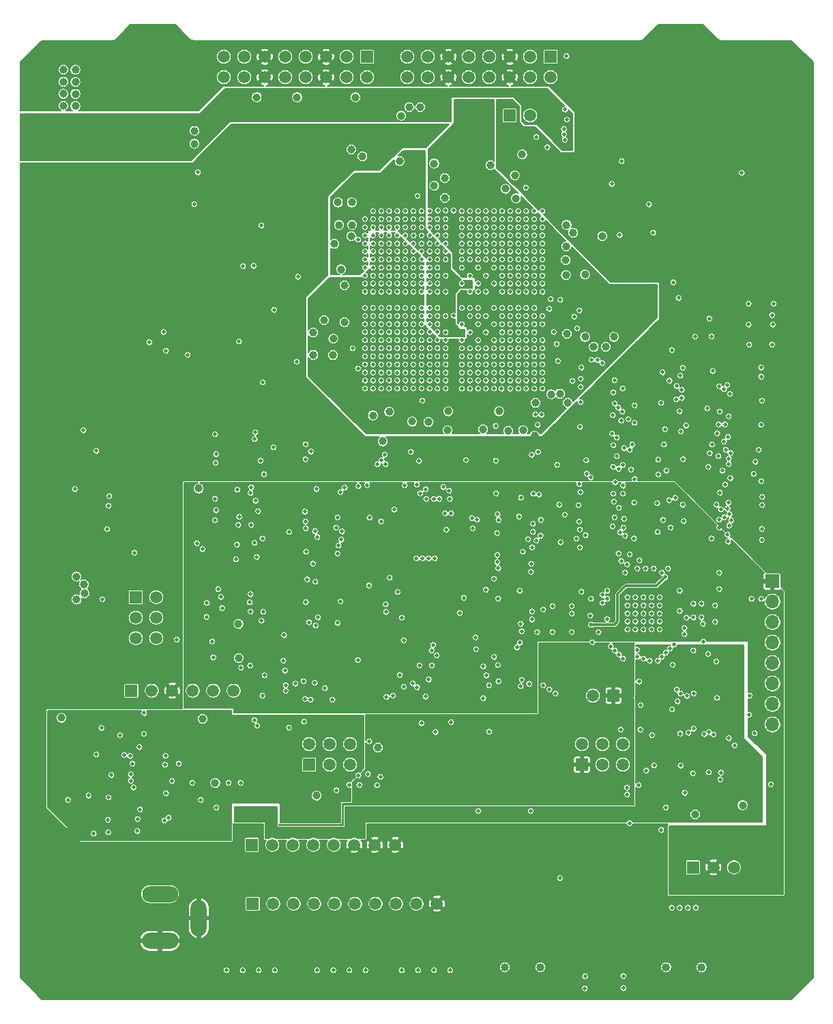
<source format=gbr>
G04 #@! TF.GenerationSoftware,KiCad,Pcbnew,(5.1.6)-1*
G04 #@! TF.CreationDate,2020-09-23T13:58:01+03:00*
G04 #@! TF.ProjectId,Cryptech Alpha,43727970-7465-4636-9820-416c7068612e,rev?*
G04 #@! TF.SameCoordinates,Original*
G04 #@! TF.FileFunction,Copper,L5,Inr*
G04 #@! TF.FilePolarity,Positive*
%FSLAX46Y46*%
G04 Gerber Fmt 4.6, Leading zero omitted, Abs format (unit mm)*
G04 Created by KiCad (PCBNEW (5.1.6)-1) date 2020-09-23 13:58:01*
%MOMM*%
%LPD*%
G01*
G04 APERTURE LIST*
G04 #@! TA.AperFunction,ViaPad*
%ADD10C,1.500000*%
G04 #@! TD*
G04 #@! TA.AperFunction,ViaPad*
%ADD11R,1.500000X1.500000*%
G04 #@! TD*
G04 #@! TA.AperFunction,ViaPad*
%ADD12O,1.700000X1.700000*%
G04 #@! TD*
G04 #@! TA.AperFunction,ViaPad*
%ADD13R,1.700000X1.700000*%
G04 #@! TD*
G04 #@! TA.AperFunction,ViaPad*
%ADD14O,2.000000X4.500000*%
G04 #@! TD*
G04 #@! TA.AperFunction,ViaPad*
%ADD15O,4.500000X2.000000*%
G04 #@! TD*
G04 #@! TA.AperFunction,WasherPad*
%ADD16C,1.016000*%
G04 #@! TD*
G04 #@! TA.AperFunction,ViaPad*
%ADD17C,0.500000*%
G04 #@! TD*
G04 #@! TA.AperFunction,ViaPad*
%ADD18C,1.000000*%
G04 #@! TD*
G04 #@! TA.AperFunction,ViaPad*
%ADD19C,0.600000*%
G04 #@! TD*
G04 #@! TA.AperFunction,Conductor*
%ADD20C,0.300000*%
G04 #@! TD*
G04 #@! TA.AperFunction,Conductor*
%ADD21C,0.127000*%
G04 #@! TD*
G04 APERTURE END LIST*
D10*
X73730000Y19800000D03*
D11*
X76270000Y19800000D03*
D12*
X96000000Y16220000D03*
X96000000Y18760000D03*
X96000000Y21300000D03*
X96000000Y23840000D03*
X96000000Y26380000D03*
X96000000Y28920000D03*
X96000000Y31460000D03*
D13*
X96000000Y34000000D03*
D10*
X29133790Y20421600D03*
X26593790Y20421600D03*
X24053790Y20421600D03*
X21513790Y20421600D03*
X18973790Y20421600D03*
D11*
X16433790Y20421600D03*
D10*
X36580000Y-6000000D03*
X54360000Y-6000000D03*
X51820000Y-6000000D03*
X49280000Y-6000000D03*
X46740000Y-6000000D03*
X44200000Y-6000000D03*
X41660000Y-6000000D03*
X39120000Y-6000000D03*
X34040000Y-6000000D03*
D11*
X31500000Y-6000000D03*
D14*
X24800000Y-7800000D03*
D15*
X20000000Y-10600000D03*
X20000000Y-4800000D03*
D16*
X62800000Y-13884000D03*
X67209800Y-13884000D03*
X82800000Y-13884000D03*
X87209800Y-13884000D03*
D10*
X91219330Y-1500000D03*
X88679330Y-1500000D03*
D11*
X86139330Y-1500000D03*
D10*
X65916800Y91744800D03*
D11*
X63376800Y91744800D03*
X68472990Y99034600D03*
D10*
X68472990Y96494600D03*
X65932990Y99034600D03*
X65932990Y96494600D03*
X63392990Y99034600D03*
X63392990Y96494600D03*
X60852990Y99034600D03*
X60852990Y96494600D03*
X58312990Y99034600D03*
X58312990Y96494600D03*
X55772990Y99034600D03*
X55772990Y96494600D03*
X53232990Y99034600D03*
X53232990Y96494600D03*
X50692990Y99034600D03*
X50692990Y96494600D03*
D11*
X45689190Y99034600D03*
D10*
X45689190Y96494600D03*
X43149190Y99034600D03*
X43149190Y96494600D03*
X40609190Y99034600D03*
X40609190Y96494600D03*
X38069190Y99034600D03*
X38069190Y96494600D03*
X35529190Y99034600D03*
X35529190Y96494600D03*
X32989190Y99034600D03*
X32989190Y96494600D03*
X30449190Y99034600D03*
X30449190Y96494600D03*
X27909190Y99034600D03*
X27909190Y96494600D03*
D11*
X38506390Y11252200D03*
D10*
X38506390Y13792200D03*
X41046390Y11252200D03*
X41046390Y13792200D03*
X43586390Y11252200D03*
X43586390Y13792200D03*
D11*
X72364590Y11252200D03*
D10*
X72364590Y13792200D03*
X74904590Y11252200D03*
X74904590Y13792200D03*
X77444590Y11252200D03*
X77444590Y13792200D03*
D11*
X16980000Y32015000D03*
D10*
X19520000Y32015000D03*
X16980000Y29475000D03*
X19520000Y29475000D03*
X16980000Y26935000D03*
X19520000Y26935000D03*
X49190000Y1300000D03*
D11*
X31410000Y1300000D03*
D10*
X33950000Y1300000D03*
X36490000Y1300000D03*
X39030000Y1300000D03*
X41570000Y1300000D03*
X44110000Y1300000D03*
X46650000Y1300000D03*
D17*
X37600000Y23400000D03*
X24585000Y42815000D03*
X81700000Y34500000D03*
X84500000Y28800000D03*
X75438000Y27686000D03*
X68700000Y31800000D03*
X68700000Y30000000D03*
X71100000Y31800000D03*
X68700000Y28600000D03*
X71100000Y28600000D03*
X71100000Y26800000D03*
X38000000Y23800000D03*
X38400000Y24200000D03*
X92207800Y84632800D03*
X71100000Y30000000D03*
X79000000Y29000000D03*
X80000000Y29000000D03*
X80000000Y28000000D03*
X79000000Y28000000D03*
X78000000Y28000000D03*
X78000000Y29000000D03*
X78000000Y30000000D03*
X79000000Y30000000D03*
X80000000Y30000000D03*
X81000000Y30000000D03*
X81000000Y29000000D03*
X81000000Y28000000D03*
X82000000Y28000000D03*
X82000000Y29000000D03*
X82000000Y30000000D03*
X82000000Y31000000D03*
X81000000Y31000000D03*
X80000000Y31000000D03*
X79000000Y31000000D03*
X78000000Y31000000D03*
X82000000Y32000000D03*
X81000000Y32000000D03*
X80000000Y32000000D03*
X79000000Y32000000D03*
X78000000Y32000000D03*
X66000000Y5500000D03*
D18*
X60660000Y-14963590D03*
X80500000Y-9536420D03*
X89500000Y-15000000D03*
X89487400Y-9500000D03*
X80660000Y-15067780D03*
X69488400Y-15000000D03*
X69488400Y-9000000D03*
X60500000Y-9413610D03*
X85000000Y-8000000D03*
X66500000Y-9000000D03*
X35750000Y-16750000D03*
X57500000Y-16800000D03*
X48750000Y-16750000D03*
X47000000Y-16750000D03*
X37982000Y-16750000D03*
X27000000Y-16800000D03*
D17*
X30530800Y-9000000D03*
X30750000Y-1500000D03*
X8250000Y2654120D03*
X11772170Y2692730D03*
D18*
X43593770Y52492120D03*
D17*
X84554130Y15100740D03*
X87550000Y15025000D03*
X88679330Y15000730D03*
X89125000Y19525000D03*
X12100590Y12500610D03*
X16700000Y8425000D03*
X13550000Y4400000D03*
X11125000Y7400000D03*
X79450000Y21550000D03*
X69113400Y12736600D03*
X51436900Y77889100D03*
D18*
X46125000Y85949990D03*
X40950000Y87500000D03*
X47175000Y87350000D03*
X48700000Y87325000D03*
D17*
X55450100Y75882500D03*
X57448700Y75882500D03*
X72202200Y58097800D03*
X57453420Y67884780D03*
X58453420Y67884780D03*
X57448700Y70904100D03*
X58453420Y66884780D03*
X55450100Y71894700D03*
X59453420Y69892820D03*
X57453420Y65884780D03*
X58448700Y71894700D03*
X59453420Y66884780D03*
X54434100Y65889500D03*
X59448700Y70904100D03*
X52452900Y67889500D03*
X57448700Y72885300D03*
X55445380Y64884770D03*
X60453420Y69892820D03*
X59453420Y65884780D03*
X52452900Y70904100D03*
X58453420Y64884770D03*
X60453420Y66884780D03*
X59448700Y72885300D03*
X60448700Y71894700D03*
X57453420Y63884770D03*
X61453430Y67884780D03*
X55450100Y73901300D03*
X61448700Y70904100D03*
X51436900Y66889500D03*
X58448700Y73901300D03*
X60453420Y64884770D03*
X59453420Y63884770D03*
X61453430Y65884780D03*
X53443500Y73901300D03*
X59448700Y73901300D03*
X57448700Y74891900D03*
X61448700Y72885300D03*
X62453420Y66884780D03*
X60448700Y73901300D03*
X53443500Y62889500D03*
X61453430Y63884770D03*
X61448700Y73901300D03*
X49455700Y69888100D03*
X57453420Y61884780D03*
X63453420Y67884780D03*
X49455700Y66889500D03*
X63448700Y70904100D03*
X49455700Y71894700D03*
X59448700Y75882500D03*
X59453420Y61884780D03*
X50446300Y63889500D03*
X62448700Y73901300D03*
X60453420Y61884780D03*
X55450100Y76898500D03*
X48439700Y67889500D03*
X54434100Y76898500D03*
X50446300Y74891900D03*
X61448700Y75882500D03*
X61453430Y61884780D03*
X63448700Y73901300D03*
X60453420Y60884780D03*
X60448700Y76898500D03*
X55450100Y77889100D03*
X63448700Y74891900D03*
X58448700Y77889100D03*
X65453430Y65884780D03*
X63448700Y75882500D03*
X47449100Y64889500D03*
X52452900Y59889500D03*
X64453420Y62884780D03*
X55445380Y58884780D03*
X66453420Y69892820D03*
X55450100Y78905100D03*
X49455700Y60889500D03*
X64448700Y75882500D03*
X48439700Y61889500D03*
X62448700Y77889100D03*
X46433100Y72885300D03*
X45442500Y69888100D03*
X57448700Y79895700D03*
X64448700Y76898500D03*
X47449100Y75882500D03*
X63453420Y59884770D03*
X59453420Y57884780D03*
X59448700Y79895700D03*
X67448700Y72885300D03*
X48439700Y59889500D03*
X65448700Y76898500D03*
X61448700Y79895700D03*
X46433100Y61889500D03*
X65448700Y77889100D03*
X67453420Y61884780D03*
X63448700Y79895700D03*
X65448700Y78905100D03*
X66453420Y58884780D03*
X65448700Y79895700D03*
X45442500Y58889500D03*
X66448700Y79895700D03*
X46431200Y78909800D03*
X56413400Y79959200D03*
D18*
X7250000Y82000000D03*
X8250000Y82000000D03*
X9250000Y82000000D03*
X10250000Y82000000D03*
X11250000Y82000000D03*
X12250000Y82000000D03*
X13250000Y82000000D03*
X14250000Y82000000D03*
X15250000Y82000000D03*
X16250000Y82000000D03*
X17250000Y82000000D03*
X18250000Y82000000D03*
X18250000Y80750000D03*
X17250000Y80750000D03*
X16250000Y80750000D03*
X15250000Y80750000D03*
X14250000Y80750000D03*
X13250000Y80750000D03*
X12250000Y80750000D03*
X11250000Y80750000D03*
X10250000Y80750000D03*
X9250000Y80750000D03*
X8250000Y80750000D03*
X7250000Y80750000D03*
X18250000Y79500000D03*
X17250000Y79500000D03*
X16250000Y79500000D03*
X15250000Y79500000D03*
X14250000Y79500000D03*
X13250000Y79500000D03*
X12250000Y79500000D03*
X11250000Y79500000D03*
X10250000Y79500000D03*
X9250000Y79500000D03*
X8250000Y79500000D03*
X7250000Y79500000D03*
X18250000Y78250000D03*
X17250000Y78250000D03*
X16250000Y78250000D03*
X15250000Y78250000D03*
X14250000Y78250000D03*
X13250000Y78250000D03*
X12250000Y78250000D03*
X11250000Y78250000D03*
X10250000Y78250000D03*
X9250000Y78250000D03*
X8250000Y78250000D03*
X7250000Y78250000D03*
X18250000Y77000000D03*
X17250000Y77000000D03*
X16250000Y77000000D03*
X15250000Y77000000D03*
X14250000Y77000000D03*
X13250000Y77000000D03*
X12250000Y77000000D03*
X11250000Y77000000D03*
X10250000Y77000000D03*
X9250000Y77000000D03*
X8250000Y77000000D03*
X7250000Y77000000D03*
X18250000Y75750000D03*
X17250000Y75750000D03*
X16250000Y75750000D03*
X15250000Y75750000D03*
X14250000Y75750000D03*
X13250000Y75750000D03*
X12250000Y75750000D03*
X11250000Y75750000D03*
X10250000Y75750000D03*
X9250000Y75750000D03*
X8250000Y75750000D03*
X7250000Y75750000D03*
X18250000Y74500000D03*
X17250000Y74500000D03*
X16250000Y74500000D03*
X15250000Y74500000D03*
X14250000Y74500000D03*
X13250000Y74500000D03*
X12250000Y74500000D03*
X11250000Y74500000D03*
X10250000Y74500000D03*
X9250000Y74500000D03*
X8250000Y74500000D03*
X7250000Y74500000D03*
X39025000Y62075000D03*
X41475000Y62025000D03*
X41050000Y54450000D03*
X51300000Y53800000D03*
X55700000Y52700000D03*
X55775000Y55075000D03*
X67950000Y51650000D03*
X69750040Y51650000D03*
X70500000Y64675000D03*
X72750000Y64300000D03*
X76325000Y64300000D03*
X73825000Y63050000D03*
X75325000Y63050000D03*
X70375000Y71950000D03*
X72750000Y72025000D03*
X80400000Y73050000D03*
X78975000Y73025000D03*
X77925000Y74700000D03*
X81450000Y74625000D03*
X70350000Y73825000D03*
X74825000Y74525000D03*
X69275000Y80925000D03*
X68125000Y81450000D03*
X62875000Y82675000D03*
X55350000Y81525000D03*
X55325000Y84000000D03*
X62200000Y86850000D03*
X61000000Y85575000D03*
X54025000Y83050000D03*
X49725000Y86075000D03*
X52300000Y89200000D03*
X50925000Y89175000D03*
X50925000Y92800000D03*
X52300000Y92775000D03*
X49925000Y91725000D03*
X49950000Y90275000D03*
X39525000Y86450000D03*
X42075010Y80975000D03*
X42200000Y78175000D03*
X42450000Y72675000D03*
X42875000Y66100000D03*
X40350000Y66375000D03*
X38775000Y76600000D03*
X39900000Y76600000D03*
X40375000Y79200000D03*
X38775000Y72825000D03*
X39825000Y72800000D03*
X39875000Y75375000D03*
X24275000Y99850000D03*
X24275000Y98350000D03*
X24275000Y94850000D03*
X24275000Y93350000D03*
X24275000Y89850000D03*
X24275000Y88250000D03*
X5150000Y53724980D03*
X5100000Y54900000D03*
X6400000Y56700000D03*
X7700000Y56700000D03*
X7800000Y58900000D03*
X6500000Y58900000D03*
X5100000Y61600000D03*
X5100000Y60300000D03*
X12100000Y67900000D03*
X12100000Y66500000D03*
X13800000Y69600000D03*
X32900000Y54000000D03*
X36500000Y54200000D03*
X24800000Y51400000D03*
X24800000Y49900000D03*
X24800000Y47000000D03*
X24800000Y45500000D03*
X7200000Y40150000D03*
X7200000Y42100000D03*
X4150000Y40150000D03*
X4100000Y42100000D03*
X29750000Y24450000D03*
X92300000Y6200000D03*
X86425000Y5075000D03*
X74850000Y8475000D03*
X48275000Y8500000D03*
X26850000Y8975000D03*
X7750000Y17050000D03*
X25275000Y16900000D03*
X43549990Y51350000D03*
X74300000Y73300000D03*
D17*
X94100000Y62000000D03*
X93300000Y57800000D03*
X94600000Y58400000D03*
X94600000Y55400000D03*
X94600000Y52400000D03*
X94676800Y45423200D03*
X94795600Y41495600D03*
X93500000Y38100000D03*
X79000000Y60400000D03*
X77505400Y58894600D03*
X77424400Y56024400D03*
X73556800Y61456800D03*
X72128800Y52128800D03*
X60934600Y50865400D03*
X56588800Y51511200D03*
X50147600Y50052400D03*
X39717600Y50082400D03*
X31235800Y44935800D03*
X29821800Y41978200D03*
X29417600Y36717600D03*
X27207800Y33007800D03*
X27550000Y32050000D03*
X31123000Y31377000D03*
X32700000Y39300000D03*
X39200000Y21400000D03*
X37800000Y21600000D03*
X40470200Y20729800D03*
D18*
X48450000Y13350000D03*
D17*
X55186200Y15313800D03*
X62400000Y15951200D03*
X67529000Y21971000D03*
X68584000Y23684000D03*
X67792600Y23007400D03*
X66156600Y30243400D03*
X66038400Y35161600D03*
X66285400Y41114600D03*
X65042800Y88442800D03*
X87923600Y60326400D03*
X89416000Y59166000D03*
X89454200Y56045800D03*
X88423600Y53326400D03*
X89487400Y45987400D03*
X89398000Y40648000D03*
X88439200Y39310800D03*
X48439700Y57889500D03*
D18*
X63200000Y52650000D03*
X60100000Y52800000D03*
D17*
X72150000Y55375000D03*
X58000000Y50825000D03*
X81450000Y53375000D03*
X72007600Y41392400D03*
X87800000Y43324000D03*
X43900000Y62875000D03*
X77453780Y45852240D03*
D18*
X66478240Y52027540D03*
X65053170Y52702570D03*
D17*
X72157800Y45042200D03*
X72117400Y38182600D03*
X78810800Y39310800D03*
X81300000Y11150000D03*
X86131400Y10168600D03*
X89525000Y9425000D03*
X88100000Y10300000D03*
X89600000Y10275000D03*
X93163400Y19813400D03*
X88032000Y24968000D03*
X89032000Y24032000D03*
X79655400Y18619600D03*
X83546400Y18103600D03*
X79600000Y15597000D03*
X74225000Y16700000D03*
X12875000Y27375000D03*
X13000000Y23050000D03*
X26600000Y24550000D03*
X51816000Y12559000D03*
X36000000Y15825000D03*
X20750000Y7697600D03*
X21500000Y9225000D03*
X20625000Y11228200D03*
X22325000Y11375000D03*
X20686390Y12336400D03*
X8564000Y6886000D03*
X13575000Y2850000D03*
X53725000Y11975000D03*
X17225000Y4500000D03*
X17170000Y3000000D03*
X12717200Y15782800D03*
X73500000Y95250000D03*
X73500000Y90000000D03*
X73500000Y88000000D03*
X73500000Y82750000D03*
X77500000Y78750000D03*
X82250000Y78750000D03*
X85000000Y78750000D03*
X90000000Y78750000D03*
X94000000Y82750000D03*
X93954600Y92647600D03*
X90000000Y99250000D03*
X85000000Y99250000D03*
X82500000Y99250000D03*
X77500000Y99250000D03*
X76500000Y96250000D03*
X80000000Y96250000D03*
X83250000Y96250000D03*
X76500000Y93500000D03*
X80000000Y93500000D03*
X83250000Y93500000D03*
X76500000Y90750000D03*
X80000000Y90750000D03*
X76500000Y81500000D03*
X87000000Y83250000D03*
X92000000Y81250000D03*
X92250000Y96250000D03*
X94000000Y95250000D03*
X94000000Y90000000D03*
X94000000Y88000000D03*
X87000000Y96250000D03*
X70250000Y92500000D03*
X70250000Y98250000D03*
X70750000Y96338800D03*
X71500000Y85250000D03*
X71500000Y84000000D03*
X27200000Y84700000D03*
X27500000Y78100000D03*
X26831200Y71831200D03*
X28194000Y71431000D03*
X26050000Y74900000D03*
D18*
X25525000Y79000000D03*
X31525000Y82500000D03*
X32000000Y94000000D03*
X37000000Y94000000D03*
X44250000Y94000000D03*
D17*
X35375000Y81625000D03*
X30169400Y76344400D03*
X31580600Y76344400D03*
X30200000Y77300000D03*
X23225000Y63625000D03*
X23617800Y65082200D03*
X14833600Y48408600D03*
X14475000Y40625000D03*
X16217800Y41232200D03*
X32350000Y77375000D03*
X51970900Y81785740D03*
X53467000Y79925800D03*
X52451000Y74887200D03*
X51460400Y71890000D03*
X68875000Y64900000D03*
X22150000Y48850000D03*
X21680000Y41545000D03*
X20125000Y40400000D03*
X40125000Y51675000D03*
X31823000Y49123000D03*
X50000000Y29475000D03*
X94239400Y72110600D03*
X91325000Y74000000D03*
D18*
X48450000Y55000000D03*
D17*
X44602400Y76352400D03*
D18*
X42875000Y70675000D03*
D17*
X68300000Y67775000D03*
D18*
X35400000Y65200000D03*
X31500000Y65200000D03*
X34100000Y65200000D03*
X31550000Y63475000D03*
X70800000Y53025000D03*
D17*
X35925000Y59100000D03*
D18*
X34425000Y52400000D03*
X42100000Y52675000D03*
D17*
X32600000Y29100000D03*
X44550000Y24225000D03*
D18*
X43725000Y76800000D03*
D17*
X70225000Y88750000D03*
X70144800Y89419800D03*
X70125000Y90075000D03*
X70225000Y82350000D03*
X15900780Y40426970D03*
D18*
X24617800Y82092800D03*
D17*
X77503780Y40626980D03*
X78850000Y43750000D03*
X37875000Y16575000D03*
X42375000Y45025000D03*
X10850000Y35875000D03*
X16579200Y11375000D03*
X80350000Y10525000D03*
X85104150Y7750380D03*
X21076030Y4675230D03*
X88135400Y15286200D03*
X84135120Y20567680D03*
D19*
X11745800Y41747200D03*
X11745800Y42347200D03*
X11745800Y42947200D03*
X11145800Y42947200D03*
X11145800Y42347200D03*
X11145800Y41747200D03*
X9945800Y41747200D03*
X9945800Y42347200D03*
X9945800Y42947200D03*
X10545800Y42947190D03*
X10545800Y42347190D03*
X10545800Y41747200D03*
X35758400Y75905600D03*
X35758400Y75305610D03*
X35758400Y74705610D03*
X36358400Y74705600D03*
X36358400Y75305600D03*
X36358400Y75905600D03*
X35158400Y75905600D03*
X35158400Y75305600D03*
X35158400Y74705600D03*
X34558400Y74705600D03*
X34558400Y75305600D03*
X34558400Y75905600D03*
X23509200Y54455200D03*
X23509200Y55055200D03*
X23509200Y55655200D03*
X22909200Y55655200D03*
X22909200Y55055200D03*
X22909200Y54455200D03*
X24109200Y54455210D03*
X24109200Y55055200D03*
X24109200Y55655200D03*
X24709200Y55655200D03*
X24709200Y55055200D03*
X24709200Y54455200D03*
X23509200Y56255200D03*
X23509200Y56855200D03*
X23509200Y57455200D03*
X22909200Y57455200D03*
X22909200Y56855200D03*
X22909200Y56255200D03*
X24109200Y56255210D03*
X24109200Y56855200D03*
X24109200Y57455200D03*
X24709200Y57455200D03*
X24709200Y56855200D03*
X24709200Y56255200D03*
X29234200Y59830200D03*
X29234200Y60430200D03*
X28634200Y60430200D03*
X28634200Y59830200D03*
X29834200Y59830200D03*
X29834200Y60430200D03*
X30434200Y60430200D03*
X30434200Y59830200D03*
X24709200Y58055210D03*
X24709200Y58655200D03*
X24709200Y59255200D03*
X24109200Y59255200D03*
X24109200Y58655200D03*
X24109200Y58055210D03*
X22909200Y58055210D03*
X22909200Y58655200D03*
X22909200Y59255200D03*
X23509200Y59255200D03*
X23509200Y58655200D03*
X23509200Y58055200D03*
D17*
X61000000Y8475000D03*
X61000000Y2000000D03*
X59500000Y5500000D03*
X84599400Y11125600D03*
X29550000Y38550000D03*
X52550000Y56400000D03*
X50446300Y61889500D03*
X48439700Y76898500D03*
X49455700Y58889500D03*
X12625000Y21175000D03*
X45448600Y66878200D03*
D18*
X38750000Y75425000D03*
D17*
X68700000Y30900000D03*
X71100000Y30900000D03*
X68700000Y27700000D03*
X71100000Y27700000D03*
X87400000Y26500000D03*
X87200000Y31200000D03*
X87200000Y29500000D03*
X93400000Y31800000D03*
X94600000Y31800000D03*
X95800000Y8800000D03*
X20537242Y4325010D03*
X25051220Y6875010D03*
X83635400Y23622000D03*
X86199998Y25400000D03*
X81050000Y14900000D03*
X48439700Y78905100D03*
D18*
X54020883Y85790010D03*
D17*
X48500000Y34425000D03*
X55550000Y40375000D03*
X45925000Y33475000D03*
X37982000Y42621260D03*
X66313640Y44843000D03*
X46000000Y41875000D03*
X67250000Y41600000D03*
X48002340Y31126520D03*
X64800000Y44350000D03*
X61975000Y35600000D03*
X61725000Y44875000D03*
X42025000Y37425000D03*
X61850000Y37250000D03*
X45975000Y14125000D03*
X41900000Y8075000D03*
X47352310Y9725470D03*
X46925000Y8700000D03*
X45800000Y10100000D03*
X44727180Y8725430D03*
X43450000Y8750000D03*
X44625000Y9925000D03*
X48439700Y60889500D03*
X76050000Y83275000D03*
X56450000Y66925000D03*
X50446300Y59889500D03*
X90000000Y51300000D03*
X35400000Y27300000D03*
X72900000Y49000000D03*
X51436900Y57889500D03*
X90500000Y51900000D03*
X76700000Y51800000D03*
X39300000Y28500000D03*
X51436900Y58889500D03*
X76100000Y52300000D03*
X38500000Y28900000D03*
X89150000Y52350000D03*
X84625000Y52575000D03*
X51436900Y59889500D03*
X78103810Y54077640D03*
X32800000Y30200000D03*
X50446300Y57889500D03*
X38100000Y31400000D03*
X82654030Y52852580D03*
X77228770Y53902630D03*
X54434100Y58889500D03*
X39600000Y29500000D03*
X88504320Y50952490D03*
X78603840Y50952490D03*
X78290380Y50290380D03*
X90200000Y50300000D03*
X54434100Y57889500D03*
X45700000Y45900000D03*
X47900000Y49700000D03*
X52452900Y58889500D03*
X77600000Y50500000D03*
X88225000Y49875000D03*
X47000000Y48500000D03*
X52452900Y57889500D03*
X89300000Y49500000D03*
X76253790Y50864570D03*
X47499900Y48999900D03*
X54434100Y59889500D03*
X84925000Y49125000D03*
X81825000Y49075000D03*
X48000000Y48500000D03*
X53443500Y58889500D03*
X82554030Y50952490D03*
X69275000Y48425000D03*
X90600000Y49200000D03*
X53443500Y59889500D03*
X42925000Y45600000D03*
X77425000Y48400000D03*
X58453420Y57884780D03*
X89800000Y47700000D03*
X81850000Y47225000D03*
X61450000Y34300000D03*
X66453420Y61884780D03*
X64625000Y32800000D03*
X76700000Y49500000D03*
X55445380Y57884780D03*
X90799820Y49899900D03*
X60450000Y32950000D03*
X60453420Y57884780D03*
X94300000Y50300000D03*
X78903850Y46677280D03*
X61975000Y31828260D03*
X59453420Y58884780D03*
X61900000Y42300000D03*
X60453420Y58884780D03*
X62000000Y41600000D03*
X61453430Y59884770D03*
X64553150Y42025000D03*
X46433100Y57889500D03*
X35600000Y20400000D03*
X45442500Y57889500D03*
X35600000Y21100000D03*
X36800000Y21300000D03*
X47449100Y57889500D03*
X46433100Y59889500D03*
X35500000Y22900000D03*
X45442500Y59889500D03*
X32700000Y19800000D03*
X48900000Y19800000D03*
X49455700Y57889500D03*
X48439700Y58889500D03*
X48100000Y19650000D03*
X57453420Y60884780D03*
X59350000Y41625000D03*
X61453430Y57884780D03*
X61825000Y39975000D03*
X90425000Y39775000D03*
X77100000Y40075000D03*
X62375000Y57875000D03*
X76150000Y40800000D03*
X65675000Y39200000D03*
X90625000Y40875000D03*
X90879430Y41527030D03*
X67453420Y62884780D03*
X76400000Y41900000D03*
X59164794Y27035206D03*
X66453420Y62884780D03*
X90675000Y42300000D03*
X71675000Y39275000D03*
X59226186Y25572598D03*
X57453420Y57884780D03*
X90425000Y43000000D03*
X76953760Y43102100D03*
X55975000Y44200000D03*
X57440220Y58884780D03*
X53025000Y44200000D03*
X90525000Y43725000D03*
X76325000Y43875000D03*
X57453420Y59884770D03*
X50377460Y45877240D03*
X83175000Y44050000D03*
X55445380Y59884770D03*
X52150000Y48900000D03*
X83950000Y44325000D03*
X49455700Y59889500D03*
X51875000Y45950000D03*
X84850000Y43475000D03*
X46433100Y58889500D03*
X52300000Y44900000D03*
X89054350Y43475000D03*
X69525000Y43475000D03*
X47449100Y60889500D03*
X52975000Y45400000D03*
X81711360Y43656990D03*
X89600000Y42900000D03*
X53950000Y44200000D03*
X52452900Y66889500D03*
X90025000Y41925000D03*
X82400000Y41600000D03*
X54627670Y44227160D03*
X47449100Y62889500D03*
X76250000Y44850000D03*
X83375000Y40650000D03*
X67453420Y58884780D03*
X85000000Y41450000D03*
X67025000Y44750000D03*
X67453420Y57884780D03*
X81750000Y40100000D03*
X66453420Y57884780D03*
X90500000Y38900000D03*
X77725000Y39625000D03*
X76900000Y37425000D03*
X65453430Y57884780D03*
X90575000Y54450000D03*
X76200000Y54575000D03*
X65453430Y59884770D03*
X84475000Y55075000D03*
X66900000Y50025000D03*
X65453430Y58884780D03*
X84075000Y56550000D03*
X66128230Y49652420D03*
X63453420Y58884780D03*
X84754140Y56752770D03*
X67353290Y54652670D03*
X63449880Y57874880D03*
X76250000Y57425000D03*
X66875000Y53375000D03*
X90725000Y57225010D03*
X76400000Y58925000D03*
X64900000Y21769670D03*
X90404410Y58327850D03*
X64453420Y59884770D03*
X69375000Y61325000D03*
X64775000Y20975000D03*
X84575000Y59500000D03*
X71175000Y58850000D03*
X64453420Y58884780D03*
X84879140Y60477950D03*
X64453420Y61884780D03*
X62003030Y21576050D03*
X82375000Y59900000D03*
X88600000Y60075000D03*
X74300000Y61425000D03*
X58453420Y60884780D03*
X61925000Y23600000D03*
X83225000Y58875000D03*
X60825000Y21075000D03*
X64453420Y64884770D03*
X83525000Y62675000D03*
X60500000Y22300000D03*
X84100000Y58200000D03*
X74875000Y61050000D03*
X55445380Y60884780D03*
X90000000Y57807000D03*
X60125000Y23425000D03*
X53443500Y60889500D03*
X84750000Y57725010D03*
X86400000Y64325000D03*
X47449100Y61889500D03*
X82175000Y56100000D03*
X84350000Y69125000D03*
X32068820Y16075000D03*
X49455700Y61889500D03*
X78900000Y55800000D03*
X88450000Y64375000D03*
X31728800Y16775000D03*
X31175000Y23525000D03*
X46433100Y64889500D03*
X76875000Y55525000D03*
X87900000Y55425000D03*
X76428730Y56027730D03*
X30050000Y23275000D03*
X46433100Y65889500D03*
X90100000Y53450000D03*
X93675000Y47300000D03*
X76471760Y46265120D03*
X52200000Y23550000D03*
X90137400Y45987410D03*
X78450000Y47850000D03*
X53725000Y23550000D03*
X85279160Y53302600D03*
X69700000Y38825000D03*
X53700000Y25400000D03*
X78875000Y53650000D03*
X89325000Y53450000D03*
X53900000Y26100000D03*
X63453420Y61884780D03*
X57200000Y30075000D03*
X58700000Y41823870D03*
X50446300Y60889500D03*
X58827870Y40551980D03*
X51436900Y60889500D03*
X62453420Y59884770D03*
X66575000Y54675000D03*
X57700000Y31950000D03*
X66175000Y38200000D03*
X62453420Y58884780D03*
X61653010Y53252600D03*
X56134000Y16510000D03*
X66725000Y39050000D03*
X72950000Y47350000D03*
X42150000Y38425000D03*
X64875000Y27800000D03*
X53350000Y21800000D03*
X88054300Y48177350D03*
X76900000Y47950000D03*
X71950000Y43425000D03*
X82825000Y47700000D03*
X67225000Y39650000D03*
X51377510Y21301040D03*
X93885400Y48810400D03*
X78300000Y37325000D03*
X54350000Y24800000D03*
X38975000Y36175000D03*
X38125000Y37650000D03*
X49750000Y22375000D03*
X70228430Y42252060D03*
X76228260Y48175000D03*
X90575000Y48525000D03*
X44625000Y45775000D03*
X47427310Y41402020D03*
X73450000Y46875000D03*
X90775000Y46775000D03*
X25800000Y31300000D03*
X25775000Y29575000D03*
X50250000Y20900000D03*
X26900000Y48675000D03*
X39400000Y45425000D03*
X49455700Y78905100D03*
X70450000Y99125000D03*
X50446300Y76898500D03*
X65400000Y82800000D03*
X53443500Y75882500D03*
X54434100Y75882500D03*
X55448200Y79959200D03*
X54457600Y79959200D03*
X54434100Y77889100D03*
X54434100Y78905100D03*
X52452900Y79895700D03*
X52452900Y78905100D03*
X51436900Y79895700D03*
X52452900Y77889100D03*
X51436900Y78905100D03*
X53443500Y76898500D03*
X49455700Y77889100D03*
X46433100Y79895700D03*
X47449100Y77889100D03*
X45442500Y77889100D03*
X65453430Y62884780D03*
X69225000Y63425000D03*
X67453420Y63884770D03*
X45442500Y60889500D03*
X49075000Y42875000D03*
X77950000Y8400000D03*
X47449100Y58889500D03*
X51900000Y20850000D03*
X77975000Y7550000D03*
X88175000Y66575000D03*
X53443500Y74891900D03*
X65024990Y37656640D03*
X51436900Y74891900D03*
X61850000Y36375000D03*
X50446300Y75882500D03*
X52950000Y19675000D03*
X53443500Y77889100D03*
X52450000Y16375000D03*
X32900000Y47275000D03*
X55450100Y70904100D03*
X58448700Y70904100D03*
X55445380Y65884780D03*
X55450100Y72885300D03*
X57453420Y64884770D03*
X55424700Y67889500D03*
D18*
X47250000Y81625000D03*
X48650000Y81625000D03*
X46075000Y83150000D03*
X44000000Y73725000D03*
X51100000Y84125000D03*
X51100000Y86825000D03*
X46025000Y81650000D03*
X57802820Y55102690D03*
D17*
X57453420Y69892820D03*
X57453420Y66884780D03*
X57448700Y71894700D03*
X58453420Y65884780D03*
X60453420Y67884780D03*
X59448700Y71894700D03*
X58448700Y72885300D03*
X60448700Y70904100D03*
X59453420Y64884770D03*
X60453420Y65884780D03*
X61453430Y69892820D03*
X58453420Y63884770D03*
X61453430Y66884780D03*
X60448700Y72885300D03*
X61448700Y71894700D03*
X60453420Y63884770D03*
X61453430Y64884770D03*
D18*
X41825000Y69600000D03*
X40350000Y68100000D03*
X42800000Y68100000D03*
X43600000Y58924980D03*
X44675000Y56600000D03*
X57750000Y52725000D03*
X61225000Y56125000D03*
X75250000Y68550000D03*
X73875000Y68550000D03*
X76275000Y67375000D03*
X69425000Y67675000D03*
X77900000Y68825000D03*
X78900000Y66600000D03*
X80500000Y66575000D03*
X80350000Y69900000D03*
X70375000Y69975000D03*
X60900000Y82650000D03*
X59300000Y81450000D03*
X59275000Y84025000D03*
X57475000Y92825000D03*
X58800000Y92825000D03*
X59825000Y91775000D03*
X59850000Y90200000D03*
X57425000Y89175000D03*
X58850000Y89150000D03*
X72725000Y66950000D03*
X42050000Y58924980D03*
X72753550Y70078420D03*
D17*
X15050000Y14900000D03*
X38050000Y41400000D03*
X24575000Y38700000D03*
X32476580Y48952390D03*
X85400000Y19775000D03*
X86225000Y20075000D03*
X84600000Y20050000D03*
X93108400Y17433400D03*
X64653150Y26376290D03*
X93800000Y15125000D03*
X64279110Y25785200D03*
X92250000Y21500000D03*
X93218000Y12718000D03*
X93968000Y11782000D03*
X91968000Y25032000D03*
X91032000Y24032000D03*
X79725000Y19619600D03*
X79578000Y16597000D03*
X30000000Y5675000D03*
X32000000Y5625000D03*
X79171560Y19622870D03*
X82804000Y23876000D03*
X84229700Y19084940D03*
X77173070Y15605840D03*
X15550000Y12450000D03*
X38100000Y40550000D03*
X25275000Y37975000D03*
X39225000Y40200000D03*
X18025000Y17650000D03*
X6571600Y14071600D03*
X7773400Y13176600D03*
X7621000Y6204000D03*
X12500000Y2800000D03*
X19069200Y14919200D03*
X27351200Y17426200D03*
X14940800Y3590800D03*
X26450000Y16400000D03*
X20638600Y13336400D03*
X39550000Y4800000D03*
X12516240Y2253300D03*
X13600000Y7175000D03*
X17512500Y5687500D03*
D18*
X39425000Y7402400D03*
D17*
X31825000Y52450000D03*
X31750000Y51625000D03*
X38050000Y49123000D03*
X34075000Y50600000D03*
X29802200Y63725000D03*
X32750000Y58650000D03*
X45500000Y-14250000D03*
X41500000Y-14250000D03*
X39500000Y-14250000D03*
X43500000Y-14250000D03*
X34250000Y-14250000D03*
X30255000Y-14250000D03*
X28250000Y-14250000D03*
X32250000Y-14250000D03*
X83500000Y-6500000D03*
X72750000Y-15000000D03*
X52000000Y-14250000D03*
X56000000Y-14250000D03*
X54000000Y-14250000D03*
X50000000Y-14250000D03*
X85500000Y-6500000D03*
X77496220Y-14963590D03*
X86500000Y-6500000D03*
X77496220Y-16469460D03*
X16825000Y37525000D03*
X82200000Y3150000D03*
X24250000Y80750000D03*
X32975000Y22325000D03*
X45442500Y62889500D03*
X30300000Y73075000D03*
X10498200Y52700000D03*
X23436600Y62069330D03*
X13610600Y43360600D03*
D18*
X8000000Y88514570D03*
X9500000Y88494600D03*
X9500000Y87000000D03*
X8000000Y87019970D03*
X8000000Y91439570D03*
X9500000Y91419600D03*
X9500000Y89925000D03*
X8000000Y89944970D03*
X8000000Y94439570D03*
X9500000Y94419600D03*
X9500000Y92925000D03*
X8000000Y92944970D03*
X8000000Y95944970D03*
X9500000Y95925000D03*
X9500000Y97419600D03*
X8000000Y97439570D03*
D17*
X70500000Y88000000D03*
X24700000Y84700000D03*
X31600000Y73100000D03*
X20750000Y62575000D03*
X13698400Y44551600D03*
X26825000Y44225000D03*
X26950000Y42800000D03*
X26801310Y41552030D03*
X82797720Y5925000D03*
X13950000Y9950000D03*
X37125000Y71750000D03*
X18675000Y63625000D03*
X20450000Y64900000D03*
X12090000Y50165000D03*
X13425000Y40450000D03*
X9425000Y45425000D03*
X32575000Y78100000D03*
X69634500Y-2832500D03*
D18*
X43750000Y87525000D03*
X45125000Y86700080D03*
D17*
X50446300Y79895700D03*
D18*
X62075000Y55075000D03*
D17*
X53443500Y67889500D03*
X54434100Y71894700D03*
X55445380Y63884770D03*
X52452900Y64889500D03*
X50446300Y69888100D03*
X55450100Y74891900D03*
X51436900Y72885300D03*
X62448700Y72885300D03*
X60453420Y62884780D03*
X49455700Y65889500D03*
X52452900Y75882500D03*
X63453420Y64884770D03*
X64453420Y67884780D03*
X51436900Y61889500D03*
X62453420Y61884780D03*
X47449100Y70904100D03*
X58453420Y59884770D03*
X48439700Y73901300D03*
X65448700Y71894700D03*
X48439700Y62889500D03*
X46433100Y66889500D03*
X53443500Y78905100D03*
X49455700Y76898500D03*
X61453430Y58884780D03*
X66453420Y63884770D03*
X67453420Y66884780D03*
X53443500Y57889500D03*
X50446300Y58889500D03*
X66448700Y74891900D03*
X65453430Y60884780D03*
X45442500Y63889500D03*
X45442500Y74891900D03*
X47449100Y59889500D03*
X46433100Y77889100D03*
X64453420Y57884780D03*
X67448700Y77889100D03*
D18*
X41500000Y64075000D03*
X53300000Y53725000D03*
X68550000Y57175000D03*
X66600000Y56100000D03*
X71275000Y77225000D03*
X74875000Y76800000D03*
X64175000Y81475000D03*
X64950000Y86925000D03*
X64025000Y84325000D03*
X43800000Y80975000D03*
X43825000Y78175000D03*
X41600000Y75825000D03*
X9625000Y34575000D03*
X10575000Y33600000D03*
X10625000Y32525000D03*
X9650000Y31725000D03*
X29725000Y28700000D03*
X47650000Y51350000D03*
X70400000Y75500000D03*
D17*
X94600000Y60500000D03*
X94600000Y59377200D03*
X94700000Y56400000D03*
X94600000Y53400000D03*
X94600000Y46400000D03*
X94695600Y40495600D03*
X94692000Y39108000D03*
X77405400Y57894600D03*
X77375600Y55024400D03*
X72202200Y59097800D03*
X72300000Y60500000D03*
X72200000Y56200000D03*
X72128800Y53128800D03*
X51147600Y50052400D03*
X31335800Y45635800D03*
X31321800Y40978200D03*
X29721800Y40978200D03*
X31223000Y32377000D03*
X38000000Y19400000D03*
X38700000Y19300000D03*
D18*
X47050000Y13350000D03*
D17*
X54186200Y15286200D03*
X60841000Y15341000D03*
X66156600Y29243400D03*
X66061600Y36161600D03*
X66285400Y40114600D03*
X68080000Y87820000D03*
X66700400Y89099600D03*
X89416000Y58166000D03*
X89454200Y55045800D03*
X89487400Y44987400D03*
D18*
X70600000Y56124990D03*
X69625000Y57250000D03*
X46425000Y54550000D03*
D17*
X54434100Y60889500D03*
X57975000Y49025000D03*
X61675000Y48950000D03*
X38717600Y50082400D03*
X72107600Y40392400D03*
X72825000Y39700000D03*
X77453780Y44852190D03*
X89379360Y41627030D03*
X72042200Y46042200D03*
X91291800Y13633200D03*
X12850000Y31750000D03*
X18009600Y15059600D03*
X80695800Y80725000D03*
X47455200Y67894200D03*
X38075000Y50975000D03*
X26838600Y52211400D03*
X26940200Y49734800D03*
X42025000Y28825000D03*
X93052200Y68402200D03*
X93052200Y65827200D03*
X93127200Y63327200D03*
X79400000Y8700000D03*
X83704080Y71053470D03*
X44552170Y60377950D03*
D18*
X39000000Y64825000D03*
D17*
X36975000Y61225000D03*
X34150000Y67650000D03*
X31850000Y43975000D03*
X32175000Y42675000D03*
X31726550Y38751890D03*
X31242000Y30226000D03*
X48050000Y30175000D03*
X50225000Y26675000D03*
X29595000Y45355000D03*
X65800000Y21275000D03*
X77572600Y41727400D03*
X77290800Y86090800D03*
D18*
X70450000Y78175000D03*
D17*
X77048600Y76920600D03*
X81207400Y77225000D03*
X32000000Y37000000D03*
X42025000Y41900000D03*
X38275000Y34225000D03*
X27700000Y30675000D03*
X41850000Y40650000D03*
X39275000Y33925000D03*
X39525000Y39475000D03*
X42575000Y40175000D03*
X49475000Y32650000D03*
X42500000Y39150000D03*
X36000000Y40100000D03*
X42400000Y31500000D03*
X26475000Y26525000D03*
X16375000Y9250000D03*
X16375000Y10050000D03*
X85575000Y15200000D03*
X86229210Y15700770D03*
X61450000Y24600000D03*
X60125000Y19500000D03*
X17425000Y13425000D03*
X16275000Y12325000D03*
X90600000Y14525000D03*
X70500000Y91250000D03*
X84500000Y-6500000D03*
X72725000Y-16500000D03*
X57448700Y73901300D03*
X22100000Y26750000D03*
X78275000Y4000000D03*
X41400000Y19300000D03*
X59453420Y62884780D03*
X58453420Y62884780D03*
X57453420Y62884780D03*
X96152200Y68401800D03*
X54434100Y64889500D03*
X68475000Y68975000D03*
X96052200Y65834400D03*
X54434100Y63889500D03*
X69675000Y68889000D03*
X95952200Y63352200D03*
X55445380Y61884780D03*
X71775000Y65350000D03*
X55445380Y62884780D03*
X71409770Y66809780D03*
X55445380Y66884780D03*
X55441360Y69896840D03*
X45442500Y65889500D03*
X45442500Y64889500D03*
X48439700Y63889500D03*
X95952200Y67001800D03*
X54434100Y62889500D03*
X72050000Y67575000D03*
X58453420Y58884780D03*
X59453420Y59884770D03*
X60453420Y59884770D03*
X66453420Y59884770D03*
X46433100Y60889500D03*
X52452900Y60889500D03*
X59453420Y60884780D03*
X61453430Y60884780D03*
X62453420Y60884780D03*
X63453420Y60884780D03*
X64453420Y60884780D03*
X45442500Y61889500D03*
X52452900Y61889500D03*
X53443500Y61889500D03*
X54434100Y61889500D03*
X58453420Y61884780D03*
X46433100Y62889500D03*
X49455700Y62889500D03*
X50446300Y62889500D03*
X51436900Y62889500D03*
X52452900Y62889500D03*
X61453430Y62884780D03*
X62453420Y62884780D03*
X63453420Y62884780D03*
X46433100Y63889500D03*
X47449100Y63889500D03*
X49455700Y63889500D03*
X51436900Y63889500D03*
X52452900Y63889500D03*
X53443500Y63889500D03*
X62453420Y63884770D03*
X63453420Y63884770D03*
X64453420Y63884770D03*
X65453430Y63884770D03*
X48439700Y64889500D03*
X49455700Y64889500D03*
X50446300Y64889500D03*
X51436900Y64889500D03*
X53443500Y64889500D03*
X62453420Y64884770D03*
X65453430Y64884770D03*
X66453420Y64884770D03*
X47449100Y65889500D03*
X48439700Y65889500D03*
X50446300Y65889500D03*
X51436900Y65889500D03*
X52452900Y65889500D03*
X53443500Y65889500D03*
X62453420Y65884780D03*
X63453420Y65884780D03*
X64453420Y65884780D03*
X66453420Y65884780D03*
X67453420Y65884780D03*
X47449100Y66889500D03*
X48439700Y66889500D03*
X50446300Y66889500D03*
X53443500Y66889500D03*
X54434100Y66889500D03*
X63453420Y66884780D03*
X64453420Y66884780D03*
X65453430Y66884780D03*
X66453420Y66884780D03*
X45442500Y67889500D03*
X46433100Y67889500D03*
X49455700Y67889500D03*
X50446300Y67889500D03*
X51436900Y67889500D03*
X54434100Y67889500D03*
X59453420Y67884780D03*
X62453420Y67884780D03*
X65453430Y67884780D03*
X66453420Y67884780D03*
X46433100Y69888100D03*
X47449000Y69888100D03*
X48440000Y69888100D03*
X51436900Y69888100D03*
X52452900Y69888100D03*
X53443500Y69888100D03*
X54434100Y69888100D03*
X58453420Y69892820D03*
X62453420Y69892820D03*
X63453420Y69892820D03*
X64453420Y69892820D03*
X65453430Y69892820D03*
X67453420Y69892820D03*
X45442500Y70904100D03*
X46433100Y70904100D03*
X48439700Y70904100D03*
X49455700Y70904100D03*
X50446300Y70904100D03*
X51436900Y70904100D03*
X53443500Y70904100D03*
X54434100Y70904100D03*
X62448700Y70904100D03*
X64448700Y70904100D03*
X65448700Y70904100D03*
X66448700Y70904100D03*
X67448700Y70904100D03*
X45442500Y71894700D03*
X46433100Y71894700D03*
X47449100Y71894700D03*
X48439700Y71894700D03*
X50446300Y71894700D03*
X52452900Y71894700D03*
X53443500Y71894700D03*
X62448700Y71894700D03*
X63448700Y71894700D03*
X64448700Y71894700D03*
X66448700Y71894700D03*
X67448700Y71894700D03*
X45442500Y72885300D03*
X47449100Y72885300D03*
X48439700Y72885300D03*
X49455700Y72885300D03*
X50446300Y72885300D03*
X52452900Y72885300D03*
X53443500Y72885300D03*
X54434100Y72885300D03*
X63448700Y72885300D03*
X64448700Y72885300D03*
X65448700Y72885300D03*
X66448700Y72885300D03*
X45442500Y73901300D03*
X46433100Y73901300D03*
X47449100Y73901300D03*
X49455700Y73901300D03*
X50446300Y73901300D03*
X51436900Y73901300D03*
X52452900Y73901300D03*
X54434100Y73901300D03*
X64448700Y73901300D03*
X65448700Y73901300D03*
X66448700Y73901300D03*
X67448700Y73901300D03*
X46433100Y74891900D03*
X47449100Y74891900D03*
X48439700Y74891900D03*
X54434100Y74891900D03*
X58448700Y74891900D03*
X59448700Y74891900D03*
X60448700Y74891900D03*
X61448700Y74891900D03*
X62448700Y74891900D03*
X64448700Y74891900D03*
X65448700Y74891900D03*
X67448700Y74891900D03*
X45442500Y75882500D03*
X46433100Y75882500D03*
X51436900Y75882500D03*
X58448700Y75882500D03*
X60448700Y75882500D03*
X62448700Y75882500D03*
X65448700Y75882500D03*
X66448700Y75882500D03*
X67448700Y75882500D03*
X45442500Y76898500D03*
X46433100Y76898500D03*
X47449100Y76898500D03*
X51475000Y76875000D03*
X52450000Y76875000D03*
X57448700Y76898500D03*
X58448700Y76898500D03*
X59448700Y76898500D03*
X61448700Y76898500D03*
X62448700Y76898500D03*
X63448700Y76898500D03*
X66448700Y76898500D03*
X67448700Y76898500D03*
X48439700Y77889100D03*
X57448700Y77889100D03*
X59448700Y77889100D03*
X60448700Y77889100D03*
X61448700Y77889100D03*
X63448700Y77889100D03*
X64448700Y77889100D03*
X66448700Y77889100D03*
X45442500Y78905100D03*
X57448700Y78905100D03*
X58448700Y78905100D03*
X59448700Y78905100D03*
X60448700Y78905100D03*
X61448700Y78905100D03*
X62448700Y78905100D03*
X63448700Y78905100D03*
X64448700Y78905100D03*
X66448700Y78905100D03*
X67448700Y78905100D03*
X58448700Y79895700D03*
X60448700Y79895700D03*
X62448700Y79895700D03*
X64448700Y79895700D03*
X67448700Y79895700D03*
X84500000Y30300000D03*
X75500000Y29300000D03*
X73500000Y31800000D03*
X72300000Y32700000D03*
X82700000Y34500000D03*
X73500000Y28600000D03*
X86200000Y31200000D03*
X86200000Y29500000D03*
X69088000Y20066000D03*
X89408000Y33020000D03*
X68326000Y20574000D03*
X89408000Y35052000D03*
X67564000Y21082000D03*
X88900000Y28956000D03*
X88900000Y30988000D03*
X66802000Y27686000D03*
X79502000Y36576000D03*
X77978000Y36068000D03*
X77724000Y35052000D03*
X77237758Y36507368D03*
X35306000Y24130000D03*
X73660000Y26416000D03*
X73406000Y29718000D03*
X64770000Y28702000D03*
X67564000Y30480000D03*
X75500000Y31800000D03*
X56134000Y42418000D03*
X54102000Y36830000D03*
X55372000Y42418000D03*
X53340000Y36830000D03*
X75495990Y32800000D03*
X74900000Y32300000D03*
X55880000Y45212000D03*
X52578000Y36830000D03*
X74900000Y31300000D03*
X55154648Y45683352D03*
X51816000Y36830000D03*
X83058000Y35560000D03*
X48439700Y75882500D03*
X81280000Y35560000D03*
X50446300Y77889100D03*
X79248000Y35560000D03*
X49455700Y74891900D03*
X80264000Y35560000D03*
X49455700Y75882500D03*
X74422000Y27686000D03*
X80010000Y24384000D03*
X81788000Y24130000D03*
X82296000Y24638000D03*
X82804000Y25146000D03*
X83312000Y25654000D03*
X83820000Y26162000D03*
X80772000Y24130000D03*
X79248000Y24638000D03*
X28500000Y9000000D03*
X76454000Y25400000D03*
X79200000Y25500000D03*
X75946000Y25908000D03*
X30000000Y9000000D03*
X24000000Y9000000D03*
X77470000Y24384000D03*
X27000000Y5925000D03*
X76962000Y24892000D03*
X67453420Y59884770D03*
X66453420Y60884780D03*
X84500000Y32800000D03*
X94742000Y44450000D03*
X67453420Y60884780D03*
X65453430Y61884780D03*
X94742000Y43434000D03*
X82296000Y35052000D03*
X47449100Y78905100D03*
X47449100Y79895700D03*
X85090000Y27432000D03*
X48439700Y79895700D03*
X87376000Y28702000D03*
X49455700Y79895700D03*
X85090000Y28194000D03*
X50446300Y78905100D03*
X85344000Y29464000D03*
D20*
X76800000Y29000000D02*
X76800000Y32400000D01*
X73500000Y28600000D02*
X76400000Y28600000D01*
X81600000Y33400000D02*
X82700000Y34500000D01*
X76400000Y28600000D02*
X76800000Y29000000D01*
X77800000Y33400000D02*
X81600000Y33400000D01*
X76800000Y32400000D02*
X77800000Y33400000D01*
D21*
G36*
X61409050Y86132138D02*
G01*
X61327074Y86186913D01*
X61201411Y86238964D01*
X61068008Y86265500D01*
X60931992Y86265500D01*
X60798589Y86238964D01*
X60672926Y86186913D01*
X60559832Y86111346D01*
X60463654Y86015168D01*
X60388087Y85902074D01*
X60336036Y85776411D01*
X60309500Y85643008D01*
X60309500Y85506992D01*
X60336036Y85373589D01*
X60388087Y85247926D01*
X60463654Y85134832D01*
X60559832Y85038654D01*
X60672926Y84963087D01*
X60798589Y84911036D01*
X60931992Y84884500D01*
X61068008Y84884500D01*
X61201411Y84911036D01*
X61327074Y84963087D01*
X61440168Y85038654D01*
X61465736Y85064222D01*
X64401309Y82128651D01*
X64376411Y82138964D01*
X64243008Y82165500D01*
X64106992Y82165500D01*
X63973589Y82138964D01*
X63847926Y82086913D01*
X63734832Y82011346D01*
X63638654Y81915168D01*
X63563087Y81802074D01*
X63511036Y81676411D01*
X63484500Y81543008D01*
X63484500Y81406992D01*
X63511036Y81273589D01*
X63563087Y81147926D01*
X63638654Y81034832D01*
X63734832Y80938654D01*
X63847926Y80863087D01*
X63973589Y80811036D01*
X64106992Y80784500D01*
X64243008Y80784500D01*
X64376411Y80811036D01*
X64502074Y80863087D01*
X64615168Y80938654D01*
X64711346Y81034832D01*
X64786913Y81147926D01*
X64838964Y81273589D01*
X64865500Y81406992D01*
X64865500Y81543008D01*
X64838964Y81676411D01*
X64828651Y81701310D01*
X66242768Y80287194D01*
X66240045Y80286066D01*
X66167898Y80237858D01*
X66106542Y80176502D01*
X66058334Y80104355D01*
X66025129Y80024189D01*
X66008200Y79939085D01*
X66008200Y79852315D01*
X66025129Y79767211D01*
X66058334Y79687045D01*
X66106542Y79614898D01*
X66167898Y79553542D01*
X66240045Y79505334D01*
X66320211Y79472129D01*
X66405315Y79455200D01*
X66492085Y79455200D01*
X66577189Y79472129D01*
X66657355Y79505334D01*
X66729502Y79553542D01*
X66790858Y79614898D01*
X66839066Y79687045D01*
X66840194Y79689768D01*
X67236719Y79293243D01*
X67167898Y79247258D01*
X67106542Y79185902D01*
X67058334Y79113755D01*
X67025129Y79033589D01*
X67008200Y78948485D01*
X67008200Y78861715D01*
X67025129Y78776611D01*
X67058334Y78696445D01*
X67106542Y78624298D01*
X67167898Y78562942D01*
X67240045Y78514734D01*
X67320211Y78481529D01*
X67405315Y78464600D01*
X67492085Y78464600D01*
X67577189Y78481529D01*
X67657355Y78514734D01*
X67729502Y78562942D01*
X67790858Y78624298D01*
X67836844Y78693119D01*
X70339464Y76190500D01*
X70331992Y76190500D01*
X70198589Y76163964D01*
X70072926Y76111913D01*
X69959832Y76036346D01*
X69863654Y75940168D01*
X69788087Y75827074D01*
X69736036Y75701411D01*
X69709500Y75568008D01*
X69709500Y75431992D01*
X69736036Y75298589D01*
X69788087Y75172926D01*
X69863654Y75059832D01*
X69959832Y74963654D01*
X70072926Y74888087D01*
X70198589Y74836036D01*
X70331992Y74809500D01*
X70468008Y74809500D01*
X70601411Y74836036D01*
X70727074Y74888087D01*
X70840168Y74963654D01*
X70936346Y75059832D01*
X71011913Y75172926D01*
X71063964Y75298589D01*
X71090500Y75431992D01*
X71090500Y75439465D01*
X75739933Y70790035D01*
X75739979Y70789979D01*
X75749604Y70782080D01*
X75777224Y70763626D01*
X75790944Y70754456D01*
X75801922Y70748587D01*
X75813843Y70744970D01*
X75862613Y70735270D01*
X75875000Y70734050D01*
X81659050Y70734050D01*
X81659050Y66704092D01*
X71266850Y56311892D01*
X71263964Y56326401D01*
X71211913Y56452064D01*
X71136346Y56565158D01*
X71040168Y56661336D01*
X70927074Y56736903D01*
X70801411Y56788954D01*
X70668008Y56815490D01*
X70531992Y56815490D01*
X70398589Y56788954D01*
X70272926Y56736903D01*
X70159832Y56661336D01*
X70063654Y56565158D01*
X69988087Y56452064D01*
X69936036Y56326401D01*
X69909500Y56192998D01*
X69909500Y56056982D01*
X69936036Y55923579D01*
X69988087Y55797916D01*
X70063654Y55684822D01*
X70159832Y55588644D01*
X70272926Y55513077D01*
X70398589Y55461026D01*
X70413098Y55458140D01*
X67245908Y52290950D01*
X67116523Y52290950D01*
X67090153Y52354614D01*
X67014586Y52467708D01*
X66918408Y52563886D01*
X66805314Y52639453D01*
X66679651Y52691504D01*
X66546248Y52718040D01*
X66410232Y52718040D01*
X66276829Y52691504D01*
X66151166Y52639453D01*
X66038072Y52563886D01*
X65941894Y52467708D01*
X65866327Y52354614D01*
X65839957Y52290950D01*
X65608591Y52290950D01*
X65665083Y52375496D01*
X65717134Y52501159D01*
X65743670Y52634562D01*
X65743670Y52770578D01*
X65717134Y52903981D01*
X65665083Y53029644D01*
X65589516Y53142738D01*
X65493338Y53238916D01*
X65380244Y53314483D01*
X65254581Y53366534D01*
X65121178Y53393070D01*
X64985162Y53393070D01*
X64851759Y53366534D01*
X64726096Y53314483D01*
X64613002Y53238916D01*
X64516824Y53142738D01*
X64441257Y53029644D01*
X64389206Y52903981D01*
X64362670Y52770578D01*
X64362670Y52634562D01*
X64389206Y52501159D01*
X64441257Y52375496D01*
X64497749Y52290950D01*
X63790547Y52290950D01*
X63811913Y52322926D01*
X63863964Y52448589D01*
X63890500Y52581992D01*
X63890500Y52718008D01*
X63863964Y52851411D01*
X63811913Y52977074D01*
X63736346Y53090168D01*
X63640168Y53186346D01*
X63527074Y53261913D01*
X63401411Y53313964D01*
X63268008Y53340500D01*
X63131992Y53340500D01*
X62998589Y53313964D01*
X62872926Y53261913D01*
X62759832Y53186346D01*
X62663654Y53090168D01*
X62588087Y52977074D01*
X62536036Y52851411D01*
X62509500Y52718008D01*
X62509500Y52581992D01*
X62536036Y52448589D01*
X62588087Y52322926D01*
X62609453Y52290950D01*
X60567464Y52290950D01*
X60636346Y52359832D01*
X60711913Y52472926D01*
X60763964Y52598589D01*
X60790500Y52731992D01*
X60790500Y52868008D01*
X60763964Y53001411D01*
X60711913Y53127074D01*
X60636346Y53240168D01*
X60580529Y53295985D01*
X61212510Y53295985D01*
X61212510Y53209215D01*
X61229439Y53124111D01*
X61262644Y53043945D01*
X61310852Y52971798D01*
X61372208Y52910442D01*
X61444355Y52862234D01*
X61524521Y52829029D01*
X61609625Y52812100D01*
X61696395Y52812100D01*
X61781499Y52829029D01*
X61861665Y52862234D01*
X61933812Y52910442D01*
X61995168Y52971798D01*
X62043376Y53043945D01*
X62076581Y53124111D01*
X62093510Y53209215D01*
X62093510Y53295985D01*
X62076581Y53381089D01*
X62061133Y53418385D01*
X66434500Y53418385D01*
X66434500Y53331615D01*
X66451429Y53246511D01*
X66484634Y53166345D01*
X66532842Y53094198D01*
X66594198Y53032842D01*
X66666345Y52984634D01*
X66746511Y52951429D01*
X66831615Y52934500D01*
X66918385Y52934500D01*
X67003489Y52951429D01*
X67083655Y52984634D01*
X67155802Y53032842D01*
X67217158Y53094198D01*
X67265366Y53166345D01*
X67298571Y53246511D01*
X67315500Y53331615D01*
X67315500Y53418385D01*
X67298571Y53503489D01*
X67265366Y53583655D01*
X67217158Y53655802D01*
X67155802Y53717158D01*
X67083655Y53765366D01*
X67003489Y53798571D01*
X66918385Y53815500D01*
X66831615Y53815500D01*
X66746511Y53798571D01*
X66666345Y53765366D01*
X66594198Y53717158D01*
X66532842Y53655802D01*
X66484634Y53583655D01*
X66451429Y53503489D01*
X66434500Y53418385D01*
X62061133Y53418385D01*
X62043376Y53461255D01*
X61995168Y53533402D01*
X61933812Y53594758D01*
X61861665Y53642966D01*
X61781499Y53676171D01*
X61696395Y53693100D01*
X61609625Y53693100D01*
X61524521Y53676171D01*
X61444355Y53642966D01*
X61372208Y53594758D01*
X61310852Y53533402D01*
X61262644Y53461255D01*
X61229439Y53381089D01*
X61212510Y53295985D01*
X60580529Y53295985D01*
X60540168Y53336346D01*
X60427074Y53411913D01*
X60301411Y53463964D01*
X60168008Y53490500D01*
X60031992Y53490500D01*
X59898589Y53463964D01*
X59772926Y53411913D01*
X59659832Y53336346D01*
X59563654Y53240168D01*
X59488087Y53127074D01*
X59436036Y53001411D01*
X59409500Y52868008D01*
X59409500Y52731992D01*
X59436036Y52598589D01*
X59488087Y52472926D01*
X59563654Y52359832D01*
X59632536Y52290950D01*
X56257138Y52290950D01*
X56311913Y52372926D01*
X56363964Y52498589D01*
X56390500Y52631992D01*
X56390500Y52768008D01*
X56363964Y52901411D01*
X56311913Y53027074D01*
X56236346Y53140168D01*
X56140168Y53236346D01*
X56027074Y53311913D01*
X55901411Y53363964D01*
X55768008Y53390500D01*
X55631992Y53390500D01*
X55498589Y53363964D01*
X55372926Y53311913D01*
X55259832Y53236346D01*
X55163654Y53140168D01*
X55088087Y53027074D01*
X55036036Y52901411D01*
X55009500Y52768008D01*
X55009500Y52631992D01*
X55036036Y52498589D01*
X55088087Y52372926D01*
X55142862Y52290950D01*
X45579092Y52290950D01*
X43252034Y54618008D01*
X45734500Y54618008D01*
X45734500Y54481992D01*
X45761036Y54348589D01*
X45813087Y54222926D01*
X45888654Y54109832D01*
X45984832Y54013654D01*
X46097926Y53938087D01*
X46223589Y53886036D01*
X46356992Y53859500D01*
X46493008Y53859500D01*
X46535779Y53868008D01*
X50609500Y53868008D01*
X50609500Y53731992D01*
X50636036Y53598589D01*
X50688087Y53472926D01*
X50763654Y53359832D01*
X50859832Y53263654D01*
X50972926Y53188087D01*
X51098589Y53136036D01*
X51231992Y53109500D01*
X51368008Y53109500D01*
X51501411Y53136036D01*
X51627074Y53188087D01*
X51740168Y53263654D01*
X51836346Y53359832D01*
X51911913Y53472926D01*
X51963964Y53598589D01*
X51990500Y53731992D01*
X51990500Y53793008D01*
X52609500Y53793008D01*
X52609500Y53656992D01*
X52636036Y53523589D01*
X52688087Y53397926D01*
X52763654Y53284832D01*
X52859832Y53188654D01*
X52972926Y53113087D01*
X53098589Y53061036D01*
X53231992Y53034500D01*
X53368008Y53034500D01*
X53501411Y53061036D01*
X53627074Y53113087D01*
X53740168Y53188654D01*
X53836346Y53284832D01*
X53911913Y53397926D01*
X53963964Y53523589D01*
X53990500Y53656992D01*
X53990500Y53793008D01*
X53963964Y53926411D01*
X53911913Y54052074D01*
X53836346Y54165168D01*
X53740168Y54261346D01*
X53627074Y54336913D01*
X53501411Y54388964D01*
X53368008Y54415500D01*
X53231992Y54415500D01*
X53098589Y54388964D01*
X52972926Y54336913D01*
X52859832Y54261346D01*
X52763654Y54165168D01*
X52688087Y54052074D01*
X52636036Y53926411D01*
X52609500Y53793008D01*
X51990500Y53793008D01*
X51990500Y53868008D01*
X51963964Y54001411D01*
X51911913Y54127074D01*
X51836346Y54240168D01*
X51740168Y54336346D01*
X51627074Y54411913D01*
X51501411Y54463964D01*
X51368008Y54490500D01*
X51231992Y54490500D01*
X51098589Y54463964D01*
X50972926Y54411913D01*
X50859832Y54336346D01*
X50763654Y54240168D01*
X50688087Y54127074D01*
X50636036Y54001411D01*
X50609500Y53868008D01*
X46535779Y53868008D01*
X46626411Y53886036D01*
X46752074Y53938087D01*
X46865168Y54013654D01*
X46961346Y54109832D01*
X47036913Y54222926D01*
X47088964Y54348589D01*
X47115500Y54481992D01*
X47115500Y54618008D01*
X47088964Y54751411D01*
X47036913Y54877074D01*
X46961346Y54990168D01*
X46883506Y55068008D01*
X47759500Y55068008D01*
X47759500Y54931992D01*
X47786036Y54798589D01*
X47838087Y54672926D01*
X47913654Y54559832D01*
X48009832Y54463654D01*
X48122926Y54388087D01*
X48248589Y54336036D01*
X48381992Y54309500D01*
X48518008Y54309500D01*
X48651411Y54336036D01*
X48777074Y54388087D01*
X48890168Y54463654D01*
X48986346Y54559832D01*
X49061913Y54672926D01*
X49113964Y54798589D01*
X49140500Y54931992D01*
X49140500Y55068008D01*
X49125582Y55143008D01*
X55084500Y55143008D01*
X55084500Y55006992D01*
X55111036Y54873589D01*
X55163087Y54747926D01*
X55238654Y54634832D01*
X55334832Y54538654D01*
X55447926Y54463087D01*
X55573589Y54411036D01*
X55706992Y54384500D01*
X55843008Y54384500D01*
X55976411Y54411036D01*
X56102074Y54463087D01*
X56215168Y54538654D01*
X56311346Y54634832D01*
X56386913Y54747926D01*
X56438964Y54873589D01*
X56465500Y55006992D01*
X56465500Y55143008D01*
X61384500Y55143008D01*
X61384500Y55006992D01*
X61411036Y54873589D01*
X61463087Y54747926D01*
X61538654Y54634832D01*
X61634832Y54538654D01*
X61747926Y54463087D01*
X61873589Y54411036D01*
X62006992Y54384500D01*
X62143008Y54384500D01*
X62276411Y54411036D01*
X62402074Y54463087D01*
X62515168Y54538654D01*
X62611346Y54634832D01*
X62667174Y54718385D01*
X66134500Y54718385D01*
X66134500Y54631615D01*
X66151429Y54546511D01*
X66184634Y54466345D01*
X66232842Y54394198D01*
X66294198Y54332842D01*
X66366345Y54284634D01*
X66446511Y54251429D01*
X66531615Y54234500D01*
X66618385Y54234500D01*
X66703489Y54251429D01*
X66783655Y54284634D01*
X66855802Y54332842D01*
X66917158Y54394198D01*
X66958149Y54455544D01*
X66962924Y54444015D01*
X67011132Y54371868D01*
X67072488Y54310512D01*
X67144635Y54262304D01*
X67224801Y54229099D01*
X67309905Y54212170D01*
X67396675Y54212170D01*
X67481779Y54229099D01*
X67561945Y54262304D01*
X67634092Y54310512D01*
X67695448Y54371868D01*
X67743656Y54444015D01*
X67776861Y54524181D01*
X67793790Y54609285D01*
X67793790Y54696055D01*
X67776861Y54781159D01*
X67743656Y54861325D01*
X67695448Y54933472D01*
X67634092Y54994828D01*
X67561945Y55043036D01*
X67481779Y55076241D01*
X67396675Y55093170D01*
X67309905Y55093170D01*
X67224801Y55076241D01*
X67144635Y55043036D01*
X67072488Y54994828D01*
X67011132Y54933472D01*
X66970141Y54872126D01*
X66965366Y54883655D01*
X66917158Y54955802D01*
X66855802Y55017158D01*
X66783655Y55065366D01*
X66703489Y55098571D01*
X66618385Y55115500D01*
X66531615Y55115500D01*
X66446511Y55098571D01*
X66366345Y55065366D01*
X66294198Y55017158D01*
X66232842Y54955802D01*
X66184634Y54883655D01*
X66151429Y54803489D01*
X66134500Y54718385D01*
X62667174Y54718385D01*
X62686913Y54747926D01*
X62738964Y54873589D01*
X62765500Y55006992D01*
X62765500Y55143008D01*
X62738964Y55276411D01*
X62686913Y55402074D01*
X62611346Y55515168D01*
X62515168Y55611346D01*
X62402074Y55686913D01*
X62276411Y55738964D01*
X62143008Y55765500D01*
X62006992Y55765500D01*
X61873589Y55738964D01*
X61747926Y55686913D01*
X61634832Y55611346D01*
X61538654Y55515168D01*
X61463087Y55402074D01*
X61411036Y55276411D01*
X61384500Y55143008D01*
X56465500Y55143008D01*
X56438964Y55276411D01*
X56386913Y55402074D01*
X56311346Y55515168D01*
X56215168Y55611346D01*
X56102074Y55686913D01*
X55976411Y55738964D01*
X55843008Y55765500D01*
X55706992Y55765500D01*
X55573589Y55738964D01*
X55447926Y55686913D01*
X55334832Y55611346D01*
X55238654Y55515168D01*
X55163087Y55402074D01*
X55111036Y55276411D01*
X55084500Y55143008D01*
X49125582Y55143008D01*
X49113964Y55201411D01*
X49061913Y55327074D01*
X48986346Y55440168D01*
X48890168Y55536346D01*
X48777074Y55611913D01*
X48651411Y55663964D01*
X48518008Y55690500D01*
X48381992Y55690500D01*
X48248589Y55663964D01*
X48122926Y55611913D01*
X48009832Y55536346D01*
X47913654Y55440168D01*
X47838087Y55327074D01*
X47786036Y55201411D01*
X47759500Y55068008D01*
X46883506Y55068008D01*
X46865168Y55086346D01*
X46752074Y55161913D01*
X46626411Y55213964D01*
X46493008Y55240500D01*
X46356992Y55240500D01*
X46223589Y55213964D01*
X46097926Y55161913D01*
X45984832Y55086346D01*
X45888654Y54990168D01*
X45813087Y54877074D01*
X45761036Y54751411D01*
X45734500Y54618008D01*
X43252034Y54618008D01*
X41426657Y56443385D01*
X52109500Y56443385D01*
X52109500Y56356615D01*
X52126429Y56271511D01*
X52159634Y56191345D01*
X52207842Y56119198D01*
X52269198Y56057842D01*
X52341345Y56009634D01*
X52421511Y55976429D01*
X52506615Y55959500D01*
X52593385Y55959500D01*
X52678489Y55976429D01*
X52758655Y56009634D01*
X52830802Y56057842D01*
X52892158Y56119198D01*
X52924772Y56168008D01*
X65909500Y56168008D01*
X65909500Y56031992D01*
X65936036Y55898589D01*
X65988087Y55772926D01*
X66063654Y55659832D01*
X66159832Y55563654D01*
X66272926Y55488087D01*
X66398589Y55436036D01*
X66531992Y55409500D01*
X66668008Y55409500D01*
X66801411Y55436036D01*
X66927074Y55488087D01*
X67040168Y55563654D01*
X67136346Y55659832D01*
X67211913Y55772926D01*
X67263964Y55898589D01*
X67290500Y56031992D01*
X67290500Y56168008D01*
X67263964Y56301411D01*
X67211913Y56427074D01*
X67136346Y56540168D01*
X67040168Y56636346D01*
X66927074Y56711913D01*
X66801411Y56763964D01*
X66668008Y56790500D01*
X66531992Y56790500D01*
X66398589Y56763964D01*
X66272926Y56711913D01*
X66159832Y56636346D01*
X66063654Y56540168D01*
X65988087Y56427074D01*
X65936036Y56301411D01*
X65909500Y56168008D01*
X52924772Y56168008D01*
X52940366Y56191345D01*
X52973571Y56271511D01*
X52990500Y56356615D01*
X52990500Y56443385D01*
X52973571Y56528489D01*
X52940366Y56608655D01*
X52892158Y56680802D01*
X52830802Y56742158D01*
X52758655Y56790366D01*
X52678489Y56823571D01*
X52593385Y56840500D01*
X52506615Y56840500D01*
X52421511Y56823571D01*
X52341345Y56790366D01*
X52269198Y56742158D01*
X52207842Y56680802D01*
X52159634Y56608655D01*
X52126429Y56528489D01*
X52109500Y56443385D01*
X41426657Y56443385D01*
X40627034Y57243008D01*
X67859500Y57243008D01*
X67859500Y57106992D01*
X67886036Y56973589D01*
X67938087Y56847926D01*
X68013654Y56734832D01*
X68109832Y56638654D01*
X68222926Y56563087D01*
X68348589Y56511036D01*
X68481992Y56484500D01*
X68618008Y56484500D01*
X68751411Y56511036D01*
X68877074Y56563087D01*
X68990168Y56638654D01*
X69086346Y56734832D01*
X69117311Y56781175D01*
X69184832Y56713654D01*
X69297926Y56638087D01*
X69423589Y56586036D01*
X69556992Y56559500D01*
X69693008Y56559500D01*
X69826411Y56586036D01*
X69952074Y56638087D01*
X70065168Y56713654D01*
X70161346Y56809832D01*
X70236913Y56922926D01*
X70288964Y57048589D01*
X70315500Y57181992D01*
X70315500Y57318008D01*
X70288964Y57451411D01*
X70236913Y57577074D01*
X70161346Y57690168D01*
X70065168Y57786346D01*
X69952074Y57861913D01*
X69826411Y57913964D01*
X69693008Y57940500D01*
X69556992Y57940500D01*
X69423589Y57913964D01*
X69297926Y57861913D01*
X69184832Y57786346D01*
X69088654Y57690168D01*
X69057689Y57643825D01*
X68990168Y57711346D01*
X68877074Y57786913D01*
X68751411Y57838964D01*
X68618008Y57865500D01*
X68481992Y57865500D01*
X68348589Y57838964D01*
X68222926Y57786913D01*
X68109832Y57711346D01*
X68013654Y57615168D01*
X67938087Y57502074D01*
X67886036Y57376411D01*
X67859500Y57243008D01*
X40627034Y57243008D01*
X39937157Y57932885D01*
X45002000Y57932885D01*
X45002000Y57846115D01*
X45018929Y57761011D01*
X45052134Y57680845D01*
X45100342Y57608698D01*
X45161698Y57547342D01*
X45233845Y57499134D01*
X45314011Y57465929D01*
X45399115Y57449000D01*
X45485885Y57449000D01*
X45570989Y57465929D01*
X45651155Y57499134D01*
X45723302Y57547342D01*
X45784658Y57608698D01*
X45832866Y57680845D01*
X45866071Y57761011D01*
X45883000Y57846115D01*
X45883000Y57932885D01*
X45992600Y57932885D01*
X45992600Y57846115D01*
X46009529Y57761011D01*
X46042734Y57680845D01*
X46090942Y57608698D01*
X46152298Y57547342D01*
X46224445Y57499134D01*
X46304611Y57465929D01*
X46389715Y57449000D01*
X46476485Y57449000D01*
X46561589Y57465929D01*
X46641755Y57499134D01*
X46713902Y57547342D01*
X46775258Y57608698D01*
X46823466Y57680845D01*
X46856671Y57761011D01*
X46873600Y57846115D01*
X46873600Y57932885D01*
X47008600Y57932885D01*
X47008600Y57846115D01*
X47025529Y57761011D01*
X47058734Y57680845D01*
X47106942Y57608698D01*
X47168298Y57547342D01*
X47240445Y57499134D01*
X47320611Y57465929D01*
X47405715Y57449000D01*
X47492485Y57449000D01*
X47577589Y57465929D01*
X47657755Y57499134D01*
X47729902Y57547342D01*
X47791258Y57608698D01*
X47839466Y57680845D01*
X47872671Y57761011D01*
X47889600Y57846115D01*
X47889600Y57932885D01*
X47999200Y57932885D01*
X47999200Y57846115D01*
X48016129Y57761011D01*
X48049334Y57680845D01*
X48097542Y57608698D01*
X48158898Y57547342D01*
X48231045Y57499134D01*
X48311211Y57465929D01*
X48396315Y57449000D01*
X48483085Y57449000D01*
X48568189Y57465929D01*
X48648355Y57499134D01*
X48720502Y57547342D01*
X48781858Y57608698D01*
X48830066Y57680845D01*
X48863271Y57761011D01*
X48880200Y57846115D01*
X48880200Y57932885D01*
X49015200Y57932885D01*
X49015200Y57846115D01*
X49032129Y57761011D01*
X49065334Y57680845D01*
X49113542Y57608698D01*
X49174898Y57547342D01*
X49247045Y57499134D01*
X49327211Y57465929D01*
X49412315Y57449000D01*
X49499085Y57449000D01*
X49584189Y57465929D01*
X49664355Y57499134D01*
X49736502Y57547342D01*
X49797858Y57608698D01*
X49846066Y57680845D01*
X49879271Y57761011D01*
X49896200Y57846115D01*
X49896200Y57932885D01*
X50005800Y57932885D01*
X50005800Y57846115D01*
X50022729Y57761011D01*
X50055934Y57680845D01*
X50104142Y57608698D01*
X50165498Y57547342D01*
X50237645Y57499134D01*
X50317811Y57465929D01*
X50402915Y57449000D01*
X50489685Y57449000D01*
X50574789Y57465929D01*
X50654955Y57499134D01*
X50727102Y57547342D01*
X50788458Y57608698D01*
X50836666Y57680845D01*
X50869871Y57761011D01*
X50886800Y57846115D01*
X50886800Y57932885D01*
X50996400Y57932885D01*
X50996400Y57846115D01*
X51013329Y57761011D01*
X51046534Y57680845D01*
X51094742Y57608698D01*
X51156098Y57547342D01*
X51228245Y57499134D01*
X51308411Y57465929D01*
X51393515Y57449000D01*
X51480285Y57449000D01*
X51565389Y57465929D01*
X51645555Y57499134D01*
X51717702Y57547342D01*
X51779058Y57608698D01*
X51827266Y57680845D01*
X51860471Y57761011D01*
X51877400Y57846115D01*
X51877400Y57932885D01*
X52012400Y57932885D01*
X52012400Y57846115D01*
X52029329Y57761011D01*
X52062534Y57680845D01*
X52110742Y57608698D01*
X52172098Y57547342D01*
X52244245Y57499134D01*
X52324411Y57465929D01*
X52409515Y57449000D01*
X52496285Y57449000D01*
X52581389Y57465929D01*
X52661555Y57499134D01*
X52733702Y57547342D01*
X52795058Y57608698D01*
X52843266Y57680845D01*
X52876471Y57761011D01*
X52893400Y57846115D01*
X52893400Y57932885D01*
X53003000Y57932885D01*
X53003000Y57846115D01*
X53019929Y57761011D01*
X53053134Y57680845D01*
X53101342Y57608698D01*
X53162698Y57547342D01*
X53234845Y57499134D01*
X53315011Y57465929D01*
X53400115Y57449000D01*
X53486885Y57449000D01*
X53571989Y57465929D01*
X53652155Y57499134D01*
X53724302Y57547342D01*
X53785658Y57608698D01*
X53833866Y57680845D01*
X53867071Y57761011D01*
X53884000Y57846115D01*
X53884000Y57932885D01*
X53993600Y57932885D01*
X53993600Y57846115D01*
X54010529Y57761011D01*
X54043734Y57680845D01*
X54091942Y57608698D01*
X54153298Y57547342D01*
X54225445Y57499134D01*
X54305611Y57465929D01*
X54390715Y57449000D01*
X54477485Y57449000D01*
X54562589Y57465929D01*
X54642755Y57499134D01*
X54714902Y57547342D01*
X54776258Y57608698D01*
X54824466Y57680845D01*
X54857671Y57761011D01*
X54874600Y57846115D01*
X54874600Y57928165D01*
X55004880Y57928165D01*
X55004880Y57841395D01*
X55021809Y57756291D01*
X55055014Y57676125D01*
X55103222Y57603978D01*
X55164578Y57542622D01*
X55236725Y57494414D01*
X55316891Y57461209D01*
X55401995Y57444280D01*
X55488765Y57444280D01*
X55573869Y57461209D01*
X55654035Y57494414D01*
X55726182Y57542622D01*
X55787538Y57603978D01*
X55835746Y57676125D01*
X55868951Y57756291D01*
X55885880Y57841395D01*
X55885880Y57928165D01*
X57012920Y57928165D01*
X57012920Y57841395D01*
X57029849Y57756291D01*
X57063054Y57676125D01*
X57111262Y57603978D01*
X57172618Y57542622D01*
X57244765Y57494414D01*
X57324931Y57461209D01*
X57410035Y57444280D01*
X57496805Y57444280D01*
X57581909Y57461209D01*
X57662075Y57494414D01*
X57734222Y57542622D01*
X57795578Y57603978D01*
X57843786Y57676125D01*
X57876991Y57756291D01*
X57893920Y57841395D01*
X57893920Y57928165D01*
X58012920Y57928165D01*
X58012920Y57841395D01*
X58029849Y57756291D01*
X58063054Y57676125D01*
X58111262Y57603978D01*
X58172618Y57542622D01*
X58244765Y57494414D01*
X58324931Y57461209D01*
X58410035Y57444280D01*
X58496805Y57444280D01*
X58581909Y57461209D01*
X58662075Y57494414D01*
X58734222Y57542622D01*
X58795578Y57603978D01*
X58843786Y57676125D01*
X58876991Y57756291D01*
X58893920Y57841395D01*
X58893920Y57928165D01*
X59012920Y57928165D01*
X59012920Y57841395D01*
X59029849Y57756291D01*
X59063054Y57676125D01*
X59111262Y57603978D01*
X59172618Y57542622D01*
X59244765Y57494414D01*
X59324931Y57461209D01*
X59410035Y57444280D01*
X59496805Y57444280D01*
X59581909Y57461209D01*
X59662075Y57494414D01*
X59734222Y57542622D01*
X59795578Y57603978D01*
X59843786Y57676125D01*
X59876991Y57756291D01*
X59893920Y57841395D01*
X59893920Y57928165D01*
X60012920Y57928165D01*
X60012920Y57841395D01*
X60029849Y57756291D01*
X60063054Y57676125D01*
X60111262Y57603978D01*
X60172618Y57542622D01*
X60244765Y57494414D01*
X60324931Y57461209D01*
X60410035Y57444280D01*
X60496805Y57444280D01*
X60581909Y57461209D01*
X60662075Y57494414D01*
X60734222Y57542622D01*
X60795578Y57603978D01*
X60843786Y57676125D01*
X60876991Y57756291D01*
X60893920Y57841395D01*
X60893920Y57928165D01*
X61012930Y57928165D01*
X61012930Y57841395D01*
X61029859Y57756291D01*
X61063064Y57676125D01*
X61111272Y57603978D01*
X61172628Y57542622D01*
X61244775Y57494414D01*
X61324941Y57461209D01*
X61410045Y57444280D01*
X61496815Y57444280D01*
X61581919Y57461209D01*
X61662085Y57494414D01*
X61734232Y57542622D01*
X61795588Y57603978D01*
X61843796Y57676125D01*
X61877001Y57756291D01*
X61893930Y57841395D01*
X61893930Y57918385D01*
X61934500Y57918385D01*
X61934500Y57831615D01*
X61951429Y57746511D01*
X61984634Y57666345D01*
X62032842Y57594198D01*
X62094198Y57532842D01*
X62166345Y57484634D01*
X62246511Y57451429D01*
X62331615Y57434500D01*
X62418385Y57434500D01*
X62503489Y57451429D01*
X62583655Y57484634D01*
X62655802Y57532842D01*
X62717158Y57594198D01*
X62765366Y57666345D01*
X62798571Y57746511D01*
X62815500Y57831615D01*
X62815500Y57918265D01*
X63009380Y57918265D01*
X63009380Y57831495D01*
X63026309Y57746391D01*
X63059514Y57666225D01*
X63107722Y57594078D01*
X63169078Y57532722D01*
X63241225Y57484514D01*
X63321391Y57451309D01*
X63406495Y57434380D01*
X63493265Y57434380D01*
X63578369Y57451309D01*
X63658535Y57484514D01*
X63730682Y57532722D01*
X63792038Y57594078D01*
X63840246Y57666225D01*
X63873451Y57746391D01*
X63890380Y57831495D01*
X63890380Y57918265D01*
X63888411Y57928165D01*
X64012920Y57928165D01*
X64012920Y57841395D01*
X64029849Y57756291D01*
X64063054Y57676125D01*
X64111262Y57603978D01*
X64172618Y57542622D01*
X64244765Y57494414D01*
X64324931Y57461209D01*
X64410035Y57444280D01*
X64496805Y57444280D01*
X64581909Y57461209D01*
X64662075Y57494414D01*
X64734222Y57542622D01*
X64795578Y57603978D01*
X64843786Y57676125D01*
X64876991Y57756291D01*
X64893920Y57841395D01*
X64893920Y57928165D01*
X65012930Y57928165D01*
X65012930Y57841395D01*
X65029859Y57756291D01*
X65063064Y57676125D01*
X65111272Y57603978D01*
X65172628Y57542622D01*
X65244775Y57494414D01*
X65324941Y57461209D01*
X65410045Y57444280D01*
X65496815Y57444280D01*
X65581919Y57461209D01*
X65662085Y57494414D01*
X65734232Y57542622D01*
X65795588Y57603978D01*
X65843796Y57676125D01*
X65877001Y57756291D01*
X65893930Y57841395D01*
X65893930Y57928165D01*
X66012920Y57928165D01*
X66012920Y57841395D01*
X66029849Y57756291D01*
X66063054Y57676125D01*
X66111262Y57603978D01*
X66172618Y57542622D01*
X66244765Y57494414D01*
X66324931Y57461209D01*
X66410035Y57444280D01*
X66496805Y57444280D01*
X66581909Y57461209D01*
X66662075Y57494414D01*
X66734222Y57542622D01*
X66795578Y57603978D01*
X66843786Y57676125D01*
X66876991Y57756291D01*
X66893920Y57841395D01*
X66893920Y57928165D01*
X67012920Y57928165D01*
X67012920Y57841395D01*
X67029849Y57756291D01*
X67063054Y57676125D01*
X67111262Y57603978D01*
X67172618Y57542622D01*
X67244765Y57494414D01*
X67324931Y57461209D01*
X67410035Y57444280D01*
X67496805Y57444280D01*
X67581909Y57461209D01*
X67662075Y57494414D01*
X67734222Y57542622D01*
X67795578Y57603978D01*
X67843786Y57676125D01*
X67876991Y57756291D01*
X67893920Y57841395D01*
X67893920Y57928165D01*
X67876991Y58013269D01*
X67843786Y58093435D01*
X67811880Y58141185D01*
X71761700Y58141185D01*
X71761700Y58054415D01*
X71778629Y57969311D01*
X71811834Y57889145D01*
X71860042Y57816998D01*
X71921398Y57755642D01*
X71993545Y57707434D01*
X72073711Y57674229D01*
X72158815Y57657300D01*
X72245585Y57657300D01*
X72330689Y57674229D01*
X72410855Y57707434D01*
X72483002Y57755642D01*
X72544358Y57816998D01*
X72592566Y57889145D01*
X72625771Y57969311D01*
X72642700Y58054415D01*
X72642700Y58141185D01*
X72625771Y58226289D01*
X72592566Y58306455D01*
X72544358Y58378602D01*
X72483002Y58439958D01*
X72410855Y58488166D01*
X72330689Y58521371D01*
X72245585Y58538300D01*
X72158815Y58538300D01*
X72073711Y58521371D01*
X71993545Y58488166D01*
X71921398Y58439958D01*
X71860042Y58378602D01*
X71811834Y58306455D01*
X71778629Y58226289D01*
X71761700Y58141185D01*
X67811880Y58141185D01*
X67795578Y58165582D01*
X67734222Y58226938D01*
X67662075Y58275146D01*
X67581909Y58308351D01*
X67496805Y58325280D01*
X67410035Y58325280D01*
X67324931Y58308351D01*
X67244765Y58275146D01*
X67172618Y58226938D01*
X67111262Y58165582D01*
X67063054Y58093435D01*
X67029849Y58013269D01*
X67012920Y57928165D01*
X66893920Y57928165D01*
X66876991Y58013269D01*
X66843786Y58093435D01*
X66795578Y58165582D01*
X66734222Y58226938D01*
X66662075Y58275146D01*
X66581909Y58308351D01*
X66496805Y58325280D01*
X66410035Y58325280D01*
X66324931Y58308351D01*
X66244765Y58275146D01*
X66172618Y58226938D01*
X66111262Y58165582D01*
X66063054Y58093435D01*
X66029849Y58013269D01*
X66012920Y57928165D01*
X65893930Y57928165D01*
X65877001Y58013269D01*
X65843796Y58093435D01*
X65795588Y58165582D01*
X65734232Y58226938D01*
X65662085Y58275146D01*
X65581919Y58308351D01*
X65496815Y58325280D01*
X65410045Y58325280D01*
X65324941Y58308351D01*
X65244775Y58275146D01*
X65172628Y58226938D01*
X65111272Y58165582D01*
X65063064Y58093435D01*
X65029859Y58013269D01*
X65012930Y57928165D01*
X64893920Y57928165D01*
X64876991Y58013269D01*
X64843786Y58093435D01*
X64795578Y58165582D01*
X64734222Y58226938D01*
X64662075Y58275146D01*
X64581909Y58308351D01*
X64496805Y58325280D01*
X64410035Y58325280D01*
X64324931Y58308351D01*
X64244765Y58275146D01*
X64172618Y58226938D01*
X64111262Y58165582D01*
X64063054Y58093435D01*
X64029849Y58013269D01*
X64012920Y57928165D01*
X63888411Y57928165D01*
X63873451Y58003369D01*
X63840246Y58083535D01*
X63792038Y58155682D01*
X63730682Y58217038D01*
X63658535Y58265246D01*
X63578369Y58298451D01*
X63493265Y58315380D01*
X63406495Y58315380D01*
X63321391Y58298451D01*
X63241225Y58265246D01*
X63169078Y58217038D01*
X63107722Y58155682D01*
X63059514Y58083535D01*
X63026309Y58003369D01*
X63009380Y57918265D01*
X62815500Y57918265D01*
X62815500Y57918385D01*
X62798571Y58003489D01*
X62765366Y58083655D01*
X62717158Y58155802D01*
X62655802Y58217158D01*
X62583655Y58265366D01*
X62503489Y58298571D01*
X62418385Y58315500D01*
X62331615Y58315500D01*
X62246511Y58298571D01*
X62166345Y58265366D01*
X62094198Y58217158D01*
X62032842Y58155802D01*
X61984634Y58083655D01*
X61951429Y58003489D01*
X61934500Y57918385D01*
X61893930Y57918385D01*
X61893930Y57928165D01*
X61877001Y58013269D01*
X61843796Y58093435D01*
X61795588Y58165582D01*
X61734232Y58226938D01*
X61662085Y58275146D01*
X61581919Y58308351D01*
X61496815Y58325280D01*
X61410045Y58325280D01*
X61324941Y58308351D01*
X61244775Y58275146D01*
X61172628Y58226938D01*
X61111272Y58165582D01*
X61063064Y58093435D01*
X61029859Y58013269D01*
X61012930Y57928165D01*
X60893920Y57928165D01*
X60876991Y58013269D01*
X60843786Y58093435D01*
X60795578Y58165582D01*
X60734222Y58226938D01*
X60662075Y58275146D01*
X60581909Y58308351D01*
X60496805Y58325280D01*
X60410035Y58325280D01*
X60324931Y58308351D01*
X60244765Y58275146D01*
X60172618Y58226938D01*
X60111262Y58165582D01*
X60063054Y58093435D01*
X60029849Y58013269D01*
X60012920Y57928165D01*
X59893920Y57928165D01*
X59876991Y58013269D01*
X59843786Y58093435D01*
X59795578Y58165582D01*
X59734222Y58226938D01*
X59662075Y58275146D01*
X59581909Y58308351D01*
X59496805Y58325280D01*
X59410035Y58325280D01*
X59324931Y58308351D01*
X59244765Y58275146D01*
X59172618Y58226938D01*
X59111262Y58165582D01*
X59063054Y58093435D01*
X59029849Y58013269D01*
X59012920Y57928165D01*
X58893920Y57928165D01*
X58876991Y58013269D01*
X58843786Y58093435D01*
X58795578Y58165582D01*
X58734222Y58226938D01*
X58662075Y58275146D01*
X58581909Y58308351D01*
X58496805Y58325280D01*
X58410035Y58325280D01*
X58324931Y58308351D01*
X58244765Y58275146D01*
X58172618Y58226938D01*
X58111262Y58165582D01*
X58063054Y58093435D01*
X58029849Y58013269D01*
X58012920Y57928165D01*
X57893920Y57928165D01*
X57876991Y58013269D01*
X57843786Y58093435D01*
X57795578Y58165582D01*
X57734222Y58226938D01*
X57662075Y58275146D01*
X57581909Y58308351D01*
X57496805Y58325280D01*
X57410035Y58325280D01*
X57324931Y58308351D01*
X57244765Y58275146D01*
X57172618Y58226938D01*
X57111262Y58165582D01*
X57063054Y58093435D01*
X57029849Y58013269D01*
X57012920Y57928165D01*
X55885880Y57928165D01*
X55868951Y58013269D01*
X55835746Y58093435D01*
X55787538Y58165582D01*
X55726182Y58226938D01*
X55654035Y58275146D01*
X55573869Y58308351D01*
X55488765Y58325280D01*
X55401995Y58325280D01*
X55316891Y58308351D01*
X55236725Y58275146D01*
X55164578Y58226938D01*
X55103222Y58165582D01*
X55055014Y58093435D01*
X55021809Y58013269D01*
X55004880Y57928165D01*
X54874600Y57928165D01*
X54874600Y57932885D01*
X54857671Y58017989D01*
X54824466Y58098155D01*
X54776258Y58170302D01*
X54714902Y58231658D01*
X54642755Y58279866D01*
X54562589Y58313071D01*
X54477485Y58330000D01*
X54390715Y58330000D01*
X54305611Y58313071D01*
X54225445Y58279866D01*
X54153298Y58231658D01*
X54091942Y58170302D01*
X54043734Y58098155D01*
X54010529Y58017989D01*
X53993600Y57932885D01*
X53884000Y57932885D01*
X53867071Y58017989D01*
X53833866Y58098155D01*
X53785658Y58170302D01*
X53724302Y58231658D01*
X53652155Y58279866D01*
X53571989Y58313071D01*
X53486885Y58330000D01*
X53400115Y58330000D01*
X53315011Y58313071D01*
X53234845Y58279866D01*
X53162698Y58231658D01*
X53101342Y58170302D01*
X53053134Y58098155D01*
X53019929Y58017989D01*
X53003000Y57932885D01*
X52893400Y57932885D01*
X52876471Y58017989D01*
X52843266Y58098155D01*
X52795058Y58170302D01*
X52733702Y58231658D01*
X52661555Y58279866D01*
X52581389Y58313071D01*
X52496285Y58330000D01*
X52409515Y58330000D01*
X52324411Y58313071D01*
X52244245Y58279866D01*
X52172098Y58231658D01*
X52110742Y58170302D01*
X52062534Y58098155D01*
X52029329Y58017989D01*
X52012400Y57932885D01*
X51877400Y57932885D01*
X51860471Y58017989D01*
X51827266Y58098155D01*
X51779058Y58170302D01*
X51717702Y58231658D01*
X51645555Y58279866D01*
X51565389Y58313071D01*
X51480285Y58330000D01*
X51393515Y58330000D01*
X51308411Y58313071D01*
X51228245Y58279866D01*
X51156098Y58231658D01*
X51094742Y58170302D01*
X51046534Y58098155D01*
X51013329Y58017989D01*
X50996400Y57932885D01*
X50886800Y57932885D01*
X50869871Y58017989D01*
X50836666Y58098155D01*
X50788458Y58170302D01*
X50727102Y58231658D01*
X50654955Y58279866D01*
X50574789Y58313071D01*
X50489685Y58330000D01*
X50402915Y58330000D01*
X50317811Y58313071D01*
X50237645Y58279866D01*
X50165498Y58231658D01*
X50104142Y58170302D01*
X50055934Y58098155D01*
X50022729Y58017989D01*
X50005800Y57932885D01*
X49896200Y57932885D01*
X49879271Y58017989D01*
X49846066Y58098155D01*
X49797858Y58170302D01*
X49736502Y58231658D01*
X49664355Y58279866D01*
X49584189Y58313071D01*
X49499085Y58330000D01*
X49412315Y58330000D01*
X49327211Y58313071D01*
X49247045Y58279866D01*
X49174898Y58231658D01*
X49113542Y58170302D01*
X49065334Y58098155D01*
X49032129Y58017989D01*
X49015200Y57932885D01*
X48880200Y57932885D01*
X48863271Y58017989D01*
X48830066Y58098155D01*
X48781858Y58170302D01*
X48720502Y58231658D01*
X48648355Y58279866D01*
X48568189Y58313071D01*
X48483085Y58330000D01*
X48396315Y58330000D01*
X48311211Y58313071D01*
X48231045Y58279866D01*
X48158898Y58231658D01*
X48097542Y58170302D01*
X48049334Y58098155D01*
X48016129Y58017989D01*
X47999200Y57932885D01*
X47889600Y57932885D01*
X47872671Y58017989D01*
X47839466Y58098155D01*
X47791258Y58170302D01*
X47729902Y58231658D01*
X47657755Y58279866D01*
X47577589Y58313071D01*
X47492485Y58330000D01*
X47405715Y58330000D01*
X47320611Y58313071D01*
X47240445Y58279866D01*
X47168298Y58231658D01*
X47106942Y58170302D01*
X47058734Y58098155D01*
X47025529Y58017989D01*
X47008600Y57932885D01*
X46873600Y57932885D01*
X46856671Y58017989D01*
X46823466Y58098155D01*
X46775258Y58170302D01*
X46713902Y58231658D01*
X46641755Y58279866D01*
X46561589Y58313071D01*
X46476485Y58330000D01*
X46389715Y58330000D01*
X46304611Y58313071D01*
X46224445Y58279866D01*
X46152298Y58231658D01*
X46090942Y58170302D01*
X46042734Y58098155D01*
X46009529Y58017989D01*
X45992600Y57932885D01*
X45883000Y57932885D01*
X45866071Y58017989D01*
X45832866Y58098155D01*
X45784658Y58170302D01*
X45723302Y58231658D01*
X45651155Y58279866D01*
X45570989Y58313071D01*
X45485885Y58330000D01*
X45399115Y58330000D01*
X45314011Y58313071D01*
X45233845Y58279866D01*
X45161698Y58231658D01*
X45100342Y58170302D01*
X45052134Y58098155D01*
X45018929Y58017989D01*
X45002000Y57932885D01*
X39937157Y57932885D01*
X38937157Y58932885D01*
X45002000Y58932885D01*
X45002000Y58846115D01*
X45018929Y58761011D01*
X45052134Y58680845D01*
X45100342Y58608698D01*
X45161698Y58547342D01*
X45233845Y58499134D01*
X45314011Y58465929D01*
X45399115Y58449000D01*
X45485885Y58449000D01*
X45570989Y58465929D01*
X45651155Y58499134D01*
X45723302Y58547342D01*
X45784658Y58608698D01*
X45832866Y58680845D01*
X45866071Y58761011D01*
X45883000Y58846115D01*
X45883000Y58932885D01*
X45992600Y58932885D01*
X45992600Y58846115D01*
X46009529Y58761011D01*
X46042734Y58680845D01*
X46090942Y58608698D01*
X46152298Y58547342D01*
X46224445Y58499134D01*
X46304611Y58465929D01*
X46389715Y58449000D01*
X46476485Y58449000D01*
X46561589Y58465929D01*
X46641755Y58499134D01*
X46713902Y58547342D01*
X46775258Y58608698D01*
X46823466Y58680845D01*
X46856671Y58761011D01*
X46873600Y58846115D01*
X46873600Y58932885D01*
X47008600Y58932885D01*
X47008600Y58846115D01*
X47025529Y58761011D01*
X47058734Y58680845D01*
X47106942Y58608698D01*
X47168298Y58547342D01*
X47240445Y58499134D01*
X47320611Y58465929D01*
X47405715Y58449000D01*
X47492485Y58449000D01*
X47577589Y58465929D01*
X47657755Y58499134D01*
X47729902Y58547342D01*
X47791258Y58608698D01*
X47839466Y58680845D01*
X47872671Y58761011D01*
X47889600Y58846115D01*
X47889600Y58932885D01*
X47999200Y58932885D01*
X47999200Y58846115D01*
X48016129Y58761011D01*
X48049334Y58680845D01*
X48097542Y58608698D01*
X48158898Y58547342D01*
X48231045Y58499134D01*
X48311211Y58465929D01*
X48396315Y58449000D01*
X48483085Y58449000D01*
X48568189Y58465929D01*
X48648355Y58499134D01*
X48720502Y58547342D01*
X48781858Y58608698D01*
X48830066Y58680845D01*
X48863271Y58761011D01*
X48880200Y58846115D01*
X48880200Y58932885D01*
X49015200Y58932885D01*
X49015200Y58846115D01*
X49032129Y58761011D01*
X49065334Y58680845D01*
X49113542Y58608698D01*
X49174898Y58547342D01*
X49247045Y58499134D01*
X49327211Y58465929D01*
X49412315Y58449000D01*
X49499085Y58449000D01*
X49584189Y58465929D01*
X49664355Y58499134D01*
X49736502Y58547342D01*
X49797858Y58608698D01*
X49846066Y58680845D01*
X49879271Y58761011D01*
X49896200Y58846115D01*
X49896200Y58932885D01*
X50005800Y58932885D01*
X50005800Y58846115D01*
X50022729Y58761011D01*
X50055934Y58680845D01*
X50104142Y58608698D01*
X50165498Y58547342D01*
X50237645Y58499134D01*
X50317811Y58465929D01*
X50402915Y58449000D01*
X50489685Y58449000D01*
X50574789Y58465929D01*
X50654955Y58499134D01*
X50727102Y58547342D01*
X50788458Y58608698D01*
X50836666Y58680845D01*
X50869871Y58761011D01*
X50886800Y58846115D01*
X50886800Y58932885D01*
X50996400Y58932885D01*
X50996400Y58846115D01*
X51013329Y58761011D01*
X51046534Y58680845D01*
X51094742Y58608698D01*
X51156098Y58547342D01*
X51228245Y58499134D01*
X51308411Y58465929D01*
X51393515Y58449000D01*
X51480285Y58449000D01*
X51565389Y58465929D01*
X51645555Y58499134D01*
X51717702Y58547342D01*
X51779058Y58608698D01*
X51827266Y58680845D01*
X51860471Y58761011D01*
X51877400Y58846115D01*
X51877400Y58932885D01*
X52012400Y58932885D01*
X52012400Y58846115D01*
X52029329Y58761011D01*
X52062534Y58680845D01*
X52110742Y58608698D01*
X52172098Y58547342D01*
X52244245Y58499134D01*
X52324411Y58465929D01*
X52409515Y58449000D01*
X52496285Y58449000D01*
X52581389Y58465929D01*
X52661555Y58499134D01*
X52733702Y58547342D01*
X52795058Y58608698D01*
X52843266Y58680845D01*
X52876471Y58761011D01*
X52893400Y58846115D01*
X52893400Y58932885D01*
X53003000Y58932885D01*
X53003000Y58846115D01*
X53019929Y58761011D01*
X53053134Y58680845D01*
X53101342Y58608698D01*
X53162698Y58547342D01*
X53234845Y58499134D01*
X53315011Y58465929D01*
X53400115Y58449000D01*
X53486885Y58449000D01*
X53571989Y58465929D01*
X53652155Y58499134D01*
X53724302Y58547342D01*
X53785658Y58608698D01*
X53833866Y58680845D01*
X53867071Y58761011D01*
X53884000Y58846115D01*
X53884000Y58932885D01*
X53993600Y58932885D01*
X53993600Y58846115D01*
X54010529Y58761011D01*
X54043734Y58680845D01*
X54091942Y58608698D01*
X54153298Y58547342D01*
X54225445Y58499134D01*
X54305611Y58465929D01*
X54390715Y58449000D01*
X54477485Y58449000D01*
X54562589Y58465929D01*
X54642755Y58499134D01*
X54714902Y58547342D01*
X54776258Y58608698D01*
X54824466Y58680845D01*
X54857671Y58761011D01*
X54874600Y58846115D01*
X54874600Y58928165D01*
X55004880Y58928165D01*
X55004880Y58841395D01*
X55021809Y58756291D01*
X55055014Y58676125D01*
X55103222Y58603978D01*
X55164578Y58542622D01*
X55236725Y58494414D01*
X55316891Y58461209D01*
X55401995Y58444280D01*
X55488765Y58444280D01*
X55573869Y58461209D01*
X55654035Y58494414D01*
X55726182Y58542622D01*
X55787538Y58603978D01*
X55835746Y58676125D01*
X55868951Y58756291D01*
X55885880Y58841395D01*
X55885880Y58928165D01*
X56999720Y58928165D01*
X56999720Y58841395D01*
X57016649Y58756291D01*
X57049854Y58676125D01*
X57098062Y58603978D01*
X57159418Y58542622D01*
X57231565Y58494414D01*
X57311731Y58461209D01*
X57396835Y58444280D01*
X57483605Y58444280D01*
X57568709Y58461209D01*
X57648875Y58494414D01*
X57721022Y58542622D01*
X57782378Y58603978D01*
X57830586Y58676125D01*
X57863791Y58756291D01*
X57880720Y58841395D01*
X57880720Y58928165D01*
X58012920Y58928165D01*
X58012920Y58841395D01*
X58029849Y58756291D01*
X58063054Y58676125D01*
X58111262Y58603978D01*
X58172618Y58542622D01*
X58244765Y58494414D01*
X58324931Y58461209D01*
X58410035Y58444280D01*
X58496805Y58444280D01*
X58581909Y58461209D01*
X58662075Y58494414D01*
X58734222Y58542622D01*
X58795578Y58603978D01*
X58843786Y58676125D01*
X58876991Y58756291D01*
X58893920Y58841395D01*
X58893920Y58928165D01*
X59012920Y58928165D01*
X59012920Y58841395D01*
X59029849Y58756291D01*
X59063054Y58676125D01*
X59111262Y58603978D01*
X59172618Y58542622D01*
X59244765Y58494414D01*
X59324931Y58461209D01*
X59410035Y58444280D01*
X59496805Y58444280D01*
X59581909Y58461209D01*
X59662075Y58494414D01*
X59734222Y58542622D01*
X59795578Y58603978D01*
X59843786Y58676125D01*
X59876991Y58756291D01*
X59893920Y58841395D01*
X59893920Y58928165D01*
X60012920Y58928165D01*
X60012920Y58841395D01*
X60029849Y58756291D01*
X60063054Y58676125D01*
X60111262Y58603978D01*
X60172618Y58542622D01*
X60244765Y58494414D01*
X60324931Y58461209D01*
X60410035Y58444280D01*
X60496805Y58444280D01*
X60581909Y58461209D01*
X60662075Y58494414D01*
X60734222Y58542622D01*
X60795578Y58603978D01*
X60843786Y58676125D01*
X60876991Y58756291D01*
X60893920Y58841395D01*
X60893920Y58928165D01*
X61012930Y58928165D01*
X61012930Y58841395D01*
X61029859Y58756291D01*
X61063064Y58676125D01*
X61111272Y58603978D01*
X61172628Y58542622D01*
X61244775Y58494414D01*
X61324941Y58461209D01*
X61410045Y58444280D01*
X61496815Y58444280D01*
X61581919Y58461209D01*
X61662085Y58494414D01*
X61734232Y58542622D01*
X61795588Y58603978D01*
X61843796Y58676125D01*
X61877001Y58756291D01*
X61893930Y58841395D01*
X61893930Y58928165D01*
X62012920Y58928165D01*
X62012920Y58841395D01*
X62029849Y58756291D01*
X62063054Y58676125D01*
X62111262Y58603978D01*
X62172618Y58542622D01*
X62244765Y58494414D01*
X62324931Y58461209D01*
X62410035Y58444280D01*
X62496805Y58444280D01*
X62581909Y58461209D01*
X62662075Y58494414D01*
X62734222Y58542622D01*
X62795578Y58603978D01*
X62843786Y58676125D01*
X62876991Y58756291D01*
X62893920Y58841395D01*
X62893920Y58928165D01*
X63012920Y58928165D01*
X63012920Y58841395D01*
X63029849Y58756291D01*
X63063054Y58676125D01*
X63111262Y58603978D01*
X63172618Y58542622D01*
X63244765Y58494414D01*
X63324931Y58461209D01*
X63410035Y58444280D01*
X63496805Y58444280D01*
X63581909Y58461209D01*
X63662075Y58494414D01*
X63734222Y58542622D01*
X63795578Y58603978D01*
X63843786Y58676125D01*
X63876991Y58756291D01*
X63893920Y58841395D01*
X63893920Y58928165D01*
X64012920Y58928165D01*
X64012920Y58841395D01*
X64029849Y58756291D01*
X64063054Y58676125D01*
X64111262Y58603978D01*
X64172618Y58542622D01*
X64244765Y58494414D01*
X64324931Y58461209D01*
X64410035Y58444280D01*
X64496805Y58444280D01*
X64581909Y58461209D01*
X64662075Y58494414D01*
X64734222Y58542622D01*
X64795578Y58603978D01*
X64843786Y58676125D01*
X64876991Y58756291D01*
X64893920Y58841395D01*
X64893920Y58928165D01*
X65012930Y58928165D01*
X65012930Y58841395D01*
X65029859Y58756291D01*
X65063064Y58676125D01*
X65111272Y58603978D01*
X65172628Y58542622D01*
X65244775Y58494414D01*
X65324941Y58461209D01*
X65410045Y58444280D01*
X65496815Y58444280D01*
X65581919Y58461209D01*
X65662085Y58494414D01*
X65734232Y58542622D01*
X65795588Y58603978D01*
X65843796Y58676125D01*
X65877001Y58756291D01*
X65893930Y58841395D01*
X65893930Y58928165D01*
X66012920Y58928165D01*
X66012920Y58841395D01*
X66029849Y58756291D01*
X66063054Y58676125D01*
X66111262Y58603978D01*
X66172618Y58542622D01*
X66244765Y58494414D01*
X66324931Y58461209D01*
X66410035Y58444280D01*
X66496805Y58444280D01*
X66581909Y58461209D01*
X66662075Y58494414D01*
X66734222Y58542622D01*
X66795578Y58603978D01*
X66843786Y58676125D01*
X66876991Y58756291D01*
X66893920Y58841395D01*
X66893920Y58928165D01*
X67012920Y58928165D01*
X67012920Y58841395D01*
X67029849Y58756291D01*
X67063054Y58676125D01*
X67111262Y58603978D01*
X67172618Y58542622D01*
X67244765Y58494414D01*
X67324931Y58461209D01*
X67410035Y58444280D01*
X67496805Y58444280D01*
X67581909Y58461209D01*
X67662075Y58494414D01*
X67734222Y58542622D01*
X67795578Y58603978D01*
X67843786Y58676125D01*
X67876991Y58756291D01*
X67893920Y58841395D01*
X67893920Y58893385D01*
X70734500Y58893385D01*
X70734500Y58806615D01*
X70751429Y58721511D01*
X70784634Y58641345D01*
X70832842Y58569198D01*
X70894198Y58507842D01*
X70966345Y58459634D01*
X71046511Y58426429D01*
X71131615Y58409500D01*
X71218385Y58409500D01*
X71303489Y58426429D01*
X71383655Y58459634D01*
X71455802Y58507842D01*
X71517158Y58569198D01*
X71565366Y58641345D01*
X71598571Y58721511D01*
X71615500Y58806615D01*
X71615500Y58893385D01*
X71598571Y58978489D01*
X71565366Y59058655D01*
X71517158Y59130802D01*
X71506775Y59141185D01*
X71761700Y59141185D01*
X71761700Y59054415D01*
X71778629Y58969311D01*
X71811834Y58889145D01*
X71860042Y58816998D01*
X71921398Y58755642D01*
X71993545Y58707434D01*
X72073711Y58674229D01*
X72158815Y58657300D01*
X72245585Y58657300D01*
X72330689Y58674229D01*
X72410855Y58707434D01*
X72483002Y58755642D01*
X72544358Y58816998D01*
X72592566Y58889145D01*
X72625771Y58969311D01*
X72642700Y59054415D01*
X72642700Y59141185D01*
X72625771Y59226289D01*
X72592566Y59306455D01*
X72544358Y59378602D01*
X72483002Y59439958D01*
X72410855Y59488166D01*
X72330689Y59521371D01*
X72245585Y59538300D01*
X72158815Y59538300D01*
X72073711Y59521371D01*
X71993545Y59488166D01*
X71921398Y59439958D01*
X71860042Y59378602D01*
X71811834Y59306455D01*
X71778629Y59226289D01*
X71761700Y59141185D01*
X71506775Y59141185D01*
X71455802Y59192158D01*
X71383655Y59240366D01*
X71303489Y59273571D01*
X71218385Y59290500D01*
X71131615Y59290500D01*
X71046511Y59273571D01*
X70966345Y59240366D01*
X70894198Y59192158D01*
X70832842Y59130802D01*
X70784634Y59058655D01*
X70751429Y58978489D01*
X70734500Y58893385D01*
X67893920Y58893385D01*
X67893920Y58928165D01*
X67876991Y59013269D01*
X67843786Y59093435D01*
X67795578Y59165582D01*
X67734222Y59226938D01*
X67662075Y59275146D01*
X67581909Y59308351D01*
X67496805Y59325280D01*
X67410035Y59325280D01*
X67324931Y59308351D01*
X67244765Y59275146D01*
X67172618Y59226938D01*
X67111262Y59165582D01*
X67063054Y59093435D01*
X67029849Y59013269D01*
X67012920Y58928165D01*
X66893920Y58928165D01*
X66876991Y59013269D01*
X66843786Y59093435D01*
X66795578Y59165582D01*
X66734222Y59226938D01*
X66662075Y59275146D01*
X66581909Y59308351D01*
X66496805Y59325280D01*
X66410035Y59325280D01*
X66324931Y59308351D01*
X66244765Y59275146D01*
X66172618Y59226938D01*
X66111262Y59165582D01*
X66063054Y59093435D01*
X66029849Y59013269D01*
X66012920Y58928165D01*
X65893930Y58928165D01*
X65877001Y59013269D01*
X65843796Y59093435D01*
X65795588Y59165582D01*
X65734232Y59226938D01*
X65662085Y59275146D01*
X65581919Y59308351D01*
X65496815Y59325280D01*
X65410045Y59325280D01*
X65324941Y59308351D01*
X65244775Y59275146D01*
X65172628Y59226938D01*
X65111272Y59165582D01*
X65063064Y59093435D01*
X65029859Y59013269D01*
X65012930Y58928165D01*
X64893920Y58928165D01*
X64876991Y59013269D01*
X64843786Y59093435D01*
X64795578Y59165582D01*
X64734222Y59226938D01*
X64662075Y59275146D01*
X64581909Y59308351D01*
X64496805Y59325280D01*
X64410035Y59325280D01*
X64324931Y59308351D01*
X64244765Y59275146D01*
X64172618Y59226938D01*
X64111262Y59165582D01*
X64063054Y59093435D01*
X64029849Y59013269D01*
X64012920Y58928165D01*
X63893920Y58928165D01*
X63876991Y59013269D01*
X63843786Y59093435D01*
X63795578Y59165582D01*
X63734222Y59226938D01*
X63662075Y59275146D01*
X63581909Y59308351D01*
X63496805Y59325280D01*
X63410035Y59325280D01*
X63324931Y59308351D01*
X63244765Y59275146D01*
X63172618Y59226938D01*
X63111262Y59165582D01*
X63063054Y59093435D01*
X63029849Y59013269D01*
X63012920Y58928165D01*
X62893920Y58928165D01*
X62876991Y59013269D01*
X62843786Y59093435D01*
X62795578Y59165582D01*
X62734222Y59226938D01*
X62662075Y59275146D01*
X62581909Y59308351D01*
X62496805Y59325280D01*
X62410035Y59325280D01*
X62324931Y59308351D01*
X62244765Y59275146D01*
X62172618Y59226938D01*
X62111262Y59165582D01*
X62063054Y59093435D01*
X62029849Y59013269D01*
X62012920Y58928165D01*
X61893930Y58928165D01*
X61877001Y59013269D01*
X61843796Y59093435D01*
X61795588Y59165582D01*
X61734232Y59226938D01*
X61662085Y59275146D01*
X61581919Y59308351D01*
X61496815Y59325280D01*
X61410045Y59325280D01*
X61324941Y59308351D01*
X61244775Y59275146D01*
X61172628Y59226938D01*
X61111272Y59165582D01*
X61063064Y59093435D01*
X61029859Y59013269D01*
X61012930Y58928165D01*
X60893920Y58928165D01*
X60876991Y59013269D01*
X60843786Y59093435D01*
X60795578Y59165582D01*
X60734222Y59226938D01*
X60662075Y59275146D01*
X60581909Y59308351D01*
X60496805Y59325280D01*
X60410035Y59325280D01*
X60324931Y59308351D01*
X60244765Y59275146D01*
X60172618Y59226938D01*
X60111262Y59165582D01*
X60063054Y59093435D01*
X60029849Y59013269D01*
X60012920Y58928165D01*
X59893920Y58928165D01*
X59876991Y59013269D01*
X59843786Y59093435D01*
X59795578Y59165582D01*
X59734222Y59226938D01*
X59662075Y59275146D01*
X59581909Y59308351D01*
X59496805Y59325280D01*
X59410035Y59325280D01*
X59324931Y59308351D01*
X59244765Y59275146D01*
X59172618Y59226938D01*
X59111262Y59165582D01*
X59063054Y59093435D01*
X59029849Y59013269D01*
X59012920Y58928165D01*
X58893920Y58928165D01*
X58876991Y59013269D01*
X58843786Y59093435D01*
X58795578Y59165582D01*
X58734222Y59226938D01*
X58662075Y59275146D01*
X58581909Y59308351D01*
X58496805Y59325280D01*
X58410035Y59325280D01*
X58324931Y59308351D01*
X58244765Y59275146D01*
X58172618Y59226938D01*
X58111262Y59165582D01*
X58063054Y59093435D01*
X58029849Y59013269D01*
X58012920Y58928165D01*
X57880720Y58928165D01*
X57863791Y59013269D01*
X57830586Y59093435D01*
X57782378Y59165582D01*
X57721022Y59226938D01*
X57648875Y59275146D01*
X57568709Y59308351D01*
X57483605Y59325280D01*
X57396835Y59325280D01*
X57311731Y59308351D01*
X57231565Y59275146D01*
X57159418Y59226938D01*
X57098062Y59165582D01*
X57049854Y59093435D01*
X57016649Y59013269D01*
X56999720Y58928165D01*
X55885880Y58928165D01*
X55868951Y59013269D01*
X55835746Y59093435D01*
X55787538Y59165582D01*
X55726182Y59226938D01*
X55654035Y59275146D01*
X55573869Y59308351D01*
X55488765Y59325280D01*
X55401995Y59325280D01*
X55316891Y59308351D01*
X55236725Y59275146D01*
X55164578Y59226938D01*
X55103222Y59165582D01*
X55055014Y59093435D01*
X55021809Y59013269D01*
X55004880Y58928165D01*
X54874600Y58928165D01*
X54874600Y58932885D01*
X54857671Y59017989D01*
X54824466Y59098155D01*
X54776258Y59170302D01*
X54714902Y59231658D01*
X54642755Y59279866D01*
X54562589Y59313071D01*
X54477485Y59330000D01*
X54390715Y59330000D01*
X54305611Y59313071D01*
X54225445Y59279866D01*
X54153298Y59231658D01*
X54091942Y59170302D01*
X54043734Y59098155D01*
X54010529Y59017989D01*
X53993600Y58932885D01*
X53884000Y58932885D01*
X53867071Y59017989D01*
X53833866Y59098155D01*
X53785658Y59170302D01*
X53724302Y59231658D01*
X53652155Y59279866D01*
X53571989Y59313071D01*
X53486885Y59330000D01*
X53400115Y59330000D01*
X53315011Y59313071D01*
X53234845Y59279866D01*
X53162698Y59231658D01*
X53101342Y59170302D01*
X53053134Y59098155D01*
X53019929Y59017989D01*
X53003000Y58932885D01*
X52893400Y58932885D01*
X52876471Y59017989D01*
X52843266Y59098155D01*
X52795058Y59170302D01*
X52733702Y59231658D01*
X52661555Y59279866D01*
X52581389Y59313071D01*
X52496285Y59330000D01*
X52409515Y59330000D01*
X52324411Y59313071D01*
X52244245Y59279866D01*
X52172098Y59231658D01*
X52110742Y59170302D01*
X52062534Y59098155D01*
X52029329Y59017989D01*
X52012400Y58932885D01*
X51877400Y58932885D01*
X51860471Y59017989D01*
X51827266Y59098155D01*
X51779058Y59170302D01*
X51717702Y59231658D01*
X51645555Y59279866D01*
X51565389Y59313071D01*
X51480285Y59330000D01*
X51393515Y59330000D01*
X51308411Y59313071D01*
X51228245Y59279866D01*
X51156098Y59231658D01*
X51094742Y59170302D01*
X51046534Y59098155D01*
X51013329Y59017989D01*
X50996400Y58932885D01*
X50886800Y58932885D01*
X50869871Y59017989D01*
X50836666Y59098155D01*
X50788458Y59170302D01*
X50727102Y59231658D01*
X50654955Y59279866D01*
X50574789Y59313071D01*
X50489685Y59330000D01*
X50402915Y59330000D01*
X50317811Y59313071D01*
X50237645Y59279866D01*
X50165498Y59231658D01*
X50104142Y59170302D01*
X50055934Y59098155D01*
X50022729Y59017989D01*
X50005800Y58932885D01*
X49896200Y58932885D01*
X49879271Y59017989D01*
X49846066Y59098155D01*
X49797858Y59170302D01*
X49736502Y59231658D01*
X49664355Y59279866D01*
X49584189Y59313071D01*
X49499085Y59330000D01*
X49412315Y59330000D01*
X49327211Y59313071D01*
X49247045Y59279866D01*
X49174898Y59231658D01*
X49113542Y59170302D01*
X49065334Y59098155D01*
X49032129Y59017989D01*
X49015200Y58932885D01*
X48880200Y58932885D01*
X48863271Y59017989D01*
X48830066Y59098155D01*
X48781858Y59170302D01*
X48720502Y59231658D01*
X48648355Y59279866D01*
X48568189Y59313071D01*
X48483085Y59330000D01*
X48396315Y59330000D01*
X48311211Y59313071D01*
X48231045Y59279866D01*
X48158898Y59231658D01*
X48097542Y59170302D01*
X48049334Y59098155D01*
X48016129Y59017989D01*
X47999200Y58932885D01*
X47889600Y58932885D01*
X47872671Y59017989D01*
X47839466Y59098155D01*
X47791258Y59170302D01*
X47729902Y59231658D01*
X47657755Y59279866D01*
X47577589Y59313071D01*
X47492485Y59330000D01*
X47405715Y59330000D01*
X47320611Y59313071D01*
X47240445Y59279866D01*
X47168298Y59231658D01*
X47106942Y59170302D01*
X47058734Y59098155D01*
X47025529Y59017989D01*
X47008600Y58932885D01*
X46873600Y58932885D01*
X46856671Y59017989D01*
X46823466Y59098155D01*
X46775258Y59170302D01*
X46713902Y59231658D01*
X46641755Y59279866D01*
X46561589Y59313071D01*
X46476485Y59330000D01*
X46389715Y59330000D01*
X46304611Y59313071D01*
X46224445Y59279866D01*
X46152298Y59231658D01*
X46090942Y59170302D01*
X46042734Y59098155D01*
X46009529Y59017989D01*
X45992600Y58932885D01*
X45883000Y58932885D01*
X45866071Y59017989D01*
X45832866Y59098155D01*
X45784658Y59170302D01*
X45723302Y59231658D01*
X45651155Y59279866D01*
X45570989Y59313071D01*
X45485885Y59330000D01*
X45399115Y59330000D01*
X45314011Y59313071D01*
X45233845Y59279866D01*
X45161698Y59231658D01*
X45100342Y59170302D01*
X45052134Y59098155D01*
X45018929Y59017989D01*
X45002000Y58932885D01*
X38937157Y58932885D01*
X38415950Y59454092D01*
X38415950Y59932885D01*
X45002000Y59932885D01*
X45002000Y59846115D01*
X45018929Y59761011D01*
X45052134Y59680845D01*
X45100342Y59608698D01*
X45161698Y59547342D01*
X45233845Y59499134D01*
X45314011Y59465929D01*
X45399115Y59449000D01*
X45485885Y59449000D01*
X45570989Y59465929D01*
X45651155Y59499134D01*
X45723302Y59547342D01*
X45784658Y59608698D01*
X45832866Y59680845D01*
X45866071Y59761011D01*
X45883000Y59846115D01*
X45883000Y59932885D01*
X45992600Y59932885D01*
X45992600Y59846115D01*
X46009529Y59761011D01*
X46042734Y59680845D01*
X46090942Y59608698D01*
X46152298Y59547342D01*
X46224445Y59499134D01*
X46304611Y59465929D01*
X46389715Y59449000D01*
X46476485Y59449000D01*
X46561589Y59465929D01*
X46641755Y59499134D01*
X46713902Y59547342D01*
X46775258Y59608698D01*
X46823466Y59680845D01*
X46856671Y59761011D01*
X46873600Y59846115D01*
X46873600Y59932885D01*
X47008600Y59932885D01*
X47008600Y59846115D01*
X47025529Y59761011D01*
X47058734Y59680845D01*
X47106942Y59608698D01*
X47168298Y59547342D01*
X47240445Y59499134D01*
X47320611Y59465929D01*
X47405715Y59449000D01*
X47492485Y59449000D01*
X47577589Y59465929D01*
X47657755Y59499134D01*
X47729902Y59547342D01*
X47791258Y59608698D01*
X47839466Y59680845D01*
X47872671Y59761011D01*
X47889600Y59846115D01*
X47889600Y59932885D01*
X47999200Y59932885D01*
X47999200Y59846115D01*
X48016129Y59761011D01*
X48049334Y59680845D01*
X48097542Y59608698D01*
X48158898Y59547342D01*
X48231045Y59499134D01*
X48311211Y59465929D01*
X48396315Y59449000D01*
X48483085Y59449000D01*
X48568189Y59465929D01*
X48648355Y59499134D01*
X48720502Y59547342D01*
X48781858Y59608698D01*
X48830066Y59680845D01*
X48863271Y59761011D01*
X48880200Y59846115D01*
X48880200Y59932885D01*
X49015200Y59932885D01*
X49015200Y59846115D01*
X49032129Y59761011D01*
X49065334Y59680845D01*
X49113542Y59608698D01*
X49174898Y59547342D01*
X49247045Y59499134D01*
X49327211Y59465929D01*
X49412315Y59449000D01*
X49499085Y59449000D01*
X49584189Y59465929D01*
X49664355Y59499134D01*
X49736502Y59547342D01*
X49797858Y59608698D01*
X49846066Y59680845D01*
X49879271Y59761011D01*
X49896200Y59846115D01*
X49896200Y59932885D01*
X50005800Y59932885D01*
X50005800Y59846115D01*
X50022729Y59761011D01*
X50055934Y59680845D01*
X50104142Y59608698D01*
X50165498Y59547342D01*
X50237645Y59499134D01*
X50317811Y59465929D01*
X50402915Y59449000D01*
X50489685Y59449000D01*
X50574789Y59465929D01*
X50654955Y59499134D01*
X50727102Y59547342D01*
X50788458Y59608698D01*
X50836666Y59680845D01*
X50869871Y59761011D01*
X50886800Y59846115D01*
X50886800Y59932885D01*
X50996400Y59932885D01*
X50996400Y59846115D01*
X51013329Y59761011D01*
X51046534Y59680845D01*
X51094742Y59608698D01*
X51156098Y59547342D01*
X51228245Y59499134D01*
X51308411Y59465929D01*
X51393515Y59449000D01*
X51480285Y59449000D01*
X51565389Y59465929D01*
X51645555Y59499134D01*
X51717702Y59547342D01*
X51779058Y59608698D01*
X51827266Y59680845D01*
X51860471Y59761011D01*
X51877400Y59846115D01*
X51877400Y59932885D01*
X52012400Y59932885D01*
X52012400Y59846115D01*
X52029329Y59761011D01*
X52062534Y59680845D01*
X52110742Y59608698D01*
X52172098Y59547342D01*
X52244245Y59499134D01*
X52324411Y59465929D01*
X52409515Y59449000D01*
X52496285Y59449000D01*
X52581389Y59465929D01*
X52661555Y59499134D01*
X52733702Y59547342D01*
X52795058Y59608698D01*
X52843266Y59680845D01*
X52876471Y59761011D01*
X52893400Y59846115D01*
X52893400Y59932885D01*
X53003000Y59932885D01*
X53003000Y59846115D01*
X53019929Y59761011D01*
X53053134Y59680845D01*
X53101342Y59608698D01*
X53162698Y59547342D01*
X53234845Y59499134D01*
X53315011Y59465929D01*
X53400115Y59449000D01*
X53486885Y59449000D01*
X53571989Y59465929D01*
X53652155Y59499134D01*
X53724302Y59547342D01*
X53785658Y59608698D01*
X53833866Y59680845D01*
X53867071Y59761011D01*
X53884000Y59846115D01*
X53884000Y59932885D01*
X53993600Y59932885D01*
X53993600Y59846115D01*
X54010529Y59761011D01*
X54043734Y59680845D01*
X54091942Y59608698D01*
X54153298Y59547342D01*
X54225445Y59499134D01*
X54305611Y59465929D01*
X54390715Y59449000D01*
X54477485Y59449000D01*
X54562589Y59465929D01*
X54642755Y59499134D01*
X54714902Y59547342D01*
X54776258Y59608698D01*
X54824466Y59680845D01*
X54857671Y59761011D01*
X54874600Y59846115D01*
X54874600Y59928155D01*
X55004880Y59928155D01*
X55004880Y59841385D01*
X55021809Y59756281D01*
X55055014Y59676115D01*
X55103222Y59603968D01*
X55164578Y59542612D01*
X55236725Y59494404D01*
X55316891Y59461199D01*
X55401995Y59444270D01*
X55488765Y59444270D01*
X55573869Y59461199D01*
X55654035Y59494404D01*
X55726182Y59542612D01*
X55787538Y59603968D01*
X55835746Y59676115D01*
X55868951Y59756281D01*
X55885880Y59841385D01*
X55885880Y59928155D01*
X57012920Y59928155D01*
X57012920Y59841385D01*
X57029849Y59756281D01*
X57063054Y59676115D01*
X57111262Y59603968D01*
X57172618Y59542612D01*
X57244765Y59494404D01*
X57324931Y59461199D01*
X57410035Y59444270D01*
X57496805Y59444270D01*
X57581909Y59461199D01*
X57662075Y59494404D01*
X57734222Y59542612D01*
X57795578Y59603968D01*
X57843786Y59676115D01*
X57876991Y59756281D01*
X57893920Y59841385D01*
X57893920Y59928155D01*
X58012920Y59928155D01*
X58012920Y59841385D01*
X58029849Y59756281D01*
X58063054Y59676115D01*
X58111262Y59603968D01*
X58172618Y59542612D01*
X58244765Y59494404D01*
X58324931Y59461199D01*
X58410035Y59444270D01*
X58496805Y59444270D01*
X58581909Y59461199D01*
X58662075Y59494404D01*
X58734222Y59542612D01*
X58795578Y59603968D01*
X58843786Y59676115D01*
X58876991Y59756281D01*
X58893920Y59841385D01*
X58893920Y59928155D01*
X59012920Y59928155D01*
X59012920Y59841385D01*
X59029849Y59756281D01*
X59063054Y59676115D01*
X59111262Y59603968D01*
X59172618Y59542612D01*
X59244765Y59494404D01*
X59324931Y59461199D01*
X59410035Y59444270D01*
X59496805Y59444270D01*
X59581909Y59461199D01*
X59662075Y59494404D01*
X59734222Y59542612D01*
X59795578Y59603968D01*
X59843786Y59676115D01*
X59876991Y59756281D01*
X59893920Y59841385D01*
X59893920Y59928155D01*
X60012920Y59928155D01*
X60012920Y59841385D01*
X60029849Y59756281D01*
X60063054Y59676115D01*
X60111262Y59603968D01*
X60172618Y59542612D01*
X60244765Y59494404D01*
X60324931Y59461199D01*
X60410035Y59444270D01*
X60496805Y59444270D01*
X60581909Y59461199D01*
X60662075Y59494404D01*
X60734222Y59542612D01*
X60795578Y59603968D01*
X60843786Y59676115D01*
X60876991Y59756281D01*
X60893920Y59841385D01*
X60893920Y59928155D01*
X61012930Y59928155D01*
X61012930Y59841385D01*
X61029859Y59756281D01*
X61063064Y59676115D01*
X61111272Y59603968D01*
X61172628Y59542612D01*
X61244775Y59494404D01*
X61324941Y59461199D01*
X61410045Y59444270D01*
X61496815Y59444270D01*
X61581919Y59461199D01*
X61662085Y59494404D01*
X61734232Y59542612D01*
X61795588Y59603968D01*
X61843796Y59676115D01*
X61877001Y59756281D01*
X61893930Y59841385D01*
X61893930Y59928155D01*
X62012920Y59928155D01*
X62012920Y59841385D01*
X62029849Y59756281D01*
X62063054Y59676115D01*
X62111262Y59603968D01*
X62172618Y59542612D01*
X62244765Y59494404D01*
X62324931Y59461199D01*
X62410035Y59444270D01*
X62496805Y59444270D01*
X62581909Y59461199D01*
X62662075Y59494404D01*
X62734222Y59542612D01*
X62795578Y59603968D01*
X62843786Y59676115D01*
X62876991Y59756281D01*
X62893920Y59841385D01*
X62893920Y59928155D01*
X63012920Y59928155D01*
X63012920Y59841385D01*
X63029849Y59756281D01*
X63063054Y59676115D01*
X63111262Y59603968D01*
X63172618Y59542612D01*
X63244765Y59494404D01*
X63324931Y59461199D01*
X63410035Y59444270D01*
X63496805Y59444270D01*
X63581909Y59461199D01*
X63662075Y59494404D01*
X63734222Y59542612D01*
X63795578Y59603968D01*
X63843786Y59676115D01*
X63876991Y59756281D01*
X63893920Y59841385D01*
X63893920Y59928155D01*
X64012920Y59928155D01*
X64012920Y59841385D01*
X64029849Y59756281D01*
X64063054Y59676115D01*
X64111262Y59603968D01*
X64172618Y59542612D01*
X64244765Y59494404D01*
X64324931Y59461199D01*
X64410035Y59444270D01*
X64496805Y59444270D01*
X64581909Y59461199D01*
X64662075Y59494404D01*
X64734222Y59542612D01*
X64795578Y59603968D01*
X64843786Y59676115D01*
X64876991Y59756281D01*
X64893920Y59841385D01*
X64893920Y59928155D01*
X65012930Y59928155D01*
X65012930Y59841385D01*
X65029859Y59756281D01*
X65063064Y59676115D01*
X65111272Y59603968D01*
X65172628Y59542612D01*
X65244775Y59494404D01*
X65324941Y59461199D01*
X65410045Y59444270D01*
X65496815Y59444270D01*
X65581919Y59461199D01*
X65662085Y59494404D01*
X65734232Y59542612D01*
X65795588Y59603968D01*
X65843796Y59676115D01*
X65877001Y59756281D01*
X65893930Y59841385D01*
X65893930Y59928155D01*
X66012920Y59928155D01*
X66012920Y59841385D01*
X66029849Y59756281D01*
X66063054Y59676115D01*
X66111262Y59603968D01*
X66172618Y59542612D01*
X66244765Y59494404D01*
X66324931Y59461199D01*
X66410035Y59444270D01*
X66496805Y59444270D01*
X66581909Y59461199D01*
X66662075Y59494404D01*
X66734222Y59542612D01*
X66795578Y59603968D01*
X66843786Y59676115D01*
X66876991Y59756281D01*
X66893920Y59841385D01*
X66893920Y59928155D01*
X67012920Y59928155D01*
X67012920Y59841385D01*
X67029849Y59756281D01*
X67063054Y59676115D01*
X67111262Y59603968D01*
X67172618Y59542612D01*
X67244765Y59494404D01*
X67324931Y59461199D01*
X67410035Y59444270D01*
X67496805Y59444270D01*
X67581909Y59461199D01*
X67662075Y59494404D01*
X67734222Y59542612D01*
X67795578Y59603968D01*
X67843786Y59676115D01*
X67876991Y59756281D01*
X67893920Y59841385D01*
X67893920Y59928155D01*
X67876991Y60013259D01*
X67843786Y60093425D01*
X67795578Y60165572D01*
X67734222Y60226928D01*
X67662075Y60275136D01*
X67581909Y60308341D01*
X67496805Y60325270D01*
X67410035Y60325270D01*
X67324931Y60308341D01*
X67244765Y60275136D01*
X67172618Y60226928D01*
X67111262Y60165572D01*
X67063054Y60093425D01*
X67029849Y60013259D01*
X67012920Y59928155D01*
X66893920Y59928155D01*
X66876991Y60013259D01*
X66843786Y60093425D01*
X66795578Y60165572D01*
X66734222Y60226928D01*
X66662075Y60275136D01*
X66581909Y60308341D01*
X66496805Y60325270D01*
X66410035Y60325270D01*
X66324931Y60308341D01*
X66244765Y60275136D01*
X66172618Y60226928D01*
X66111262Y60165572D01*
X66063054Y60093425D01*
X66029849Y60013259D01*
X66012920Y59928155D01*
X65893930Y59928155D01*
X65877001Y60013259D01*
X65843796Y60093425D01*
X65795588Y60165572D01*
X65734232Y60226928D01*
X65662085Y60275136D01*
X65581919Y60308341D01*
X65496815Y60325270D01*
X65410045Y60325270D01*
X65324941Y60308341D01*
X65244775Y60275136D01*
X65172628Y60226928D01*
X65111272Y60165572D01*
X65063064Y60093425D01*
X65029859Y60013259D01*
X65012930Y59928155D01*
X64893920Y59928155D01*
X64876991Y60013259D01*
X64843786Y60093425D01*
X64795578Y60165572D01*
X64734222Y60226928D01*
X64662075Y60275136D01*
X64581909Y60308341D01*
X64496805Y60325270D01*
X64410035Y60325270D01*
X64324931Y60308341D01*
X64244765Y60275136D01*
X64172618Y60226928D01*
X64111262Y60165572D01*
X64063054Y60093425D01*
X64029849Y60013259D01*
X64012920Y59928155D01*
X63893920Y59928155D01*
X63876991Y60013259D01*
X63843786Y60093425D01*
X63795578Y60165572D01*
X63734222Y60226928D01*
X63662075Y60275136D01*
X63581909Y60308341D01*
X63496805Y60325270D01*
X63410035Y60325270D01*
X63324931Y60308341D01*
X63244765Y60275136D01*
X63172618Y60226928D01*
X63111262Y60165572D01*
X63063054Y60093425D01*
X63029849Y60013259D01*
X63012920Y59928155D01*
X62893920Y59928155D01*
X62876991Y60013259D01*
X62843786Y60093425D01*
X62795578Y60165572D01*
X62734222Y60226928D01*
X62662075Y60275136D01*
X62581909Y60308341D01*
X62496805Y60325270D01*
X62410035Y60325270D01*
X62324931Y60308341D01*
X62244765Y60275136D01*
X62172618Y60226928D01*
X62111262Y60165572D01*
X62063054Y60093425D01*
X62029849Y60013259D01*
X62012920Y59928155D01*
X61893930Y59928155D01*
X61877001Y60013259D01*
X61843796Y60093425D01*
X61795588Y60165572D01*
X61734232Y60226928D01*
X61662085Y60275136D01*
X61581919Y60308341D01*
X61496815Y60325270D01*
X61410045Y60325270D01*
X61324941Y60308341D01*
X61244775Y60275136D01*
X61172628Y60226928D01*
X61111272Y60165572D01*
X61063064Y60093425D01*
X61029859Y60013259D01*
X61012930Y59928155D01*
X60893920Y59928155D01*
X60876991Y60013259D01*
X60843786Y60093425D01*
X60795578Y60165572D01*
X60734222Y60226928D01*
X60662075Y60275136D01*
X60581909Y60308341D01*
X60496805Y60325270D01*
X60410035Y60325270D01*
X60324931Y60308341D01*
X60244765Y60275136D01*
X60172618Y60226928D01*
X60111262Y60165572D01*
X60063054Y60093425D01*
X60029849Y60013259D01*
X60012920Y59928155D01*
X59893920Y59928155D01*
X59876991Y60013259D01*
X59843786Y60093425D01*
X59795578Y60165572D01*
X59734222Y60226928D01*
X59662075Y60275136D01*
X59581909Y60308341D01*
X59496805Y60325270D01*
X59410035Y60325270D01*
X59324931Y60308341D01*
X59244765Y60275136D01*
X59172618Y60226928D01*
X59111262Y60165572D01*
X59063054Y60093425D01*
X59029849Y60013259D01*
X59012920Y59928155D01*
X58893920Y59928155D01*
X58876991Y60013259D01*
X58843786Y60093425D01*
X58795578Y60165572D01*
X58734222Y60226928D01*
X58662075Y60275136D01*
X58581909Y60308341D01*
X58496805Y60325270D01*
X58410035Y60325270D01*
X58324931Y60308341D01*
X58244765Y60275136D01*
X58172618Y60226928D01*
X58111262Y60165572D01*
X58063054Y60093425D01*
X58029849Y60013259D01*
X58012920Y59928155D01*
X57893920Y59928155D01*
X57876991Y60013259D01*
X57843786Y60093425D01*
X57795578Y60165572D01*
X57734222Y60226928D01*
X57662075Y60275136D01*
X57581909Y60308341D01*
X57496805Y60325270D01*
X57410035Y60325270D01*
X57324931Y60308341D01*
X57244765Y60275136D01*
X57172618Y60226928D01*
X57111262Y60165572D01*
X57063054Y60093425D01*
X57029849Y60013259D01*
X57012920Y59928155D01*
X55885880Y59928155D01*
X55868951Y60013259D01*
X55835746Y60093425D01*
X55787538Y60165572D01*
X55726182Y60226928D01*
X55654035Y60275136D01*
X55573869Y60308341D01*
X55488765Y60325270D01*
X55401995Y60325270D01*
X55316891Y60308341D01*
X55236725Y60275136D01*
X55164578Y60226928D01*
X55103222Y60165572D01*
X55055014Y60093425D01*
X55021809Y60013259D01*
X55004880Y59928155D01*
X54874600Y59928155D01*
X54874600Y59932885D01*
X54857671Y60017989D01*
X54824466Y60098155D01*
X54776258Y60170302D01*
X54714902Y60231658D01*
X54642755Y60279866D01*
X54562589Y60313071D01*
X54477485Y60330000D01*
X54390715Y60330000D01*
X54305611Y60313071D01*
X54225445Y60279866D01*
X54153298Y60231658D01*
X54091942Y60170302D01*
X54043734Y60098155D01*
X54010529Y60017989D01*
X53993600Y59932885D01*
X53884000Y59932885D01*
X53867071Y60017989D01*
X53833866Y60098155D01*
X53785658Y60170302D01*
X53724302Y60231658D01*
X53652155Y60279866D01*
X53571989Y60313071D01*
X53486885Y60330000D01*
X53400115Y60330000D01*
X53315011Y60313071D01*
X53234845Y60279866D01*
X53162698Y60231658D01*
X53101342Y60170302D01*
X53053134Y60098155D01*
X53019929Y60017989D01*
X53003000Y59932885D01*
X52893400Y59932885D01*
X52876471Y60017989D01*
X52843266Y60098155D01*
X52795058Y60170302D01*
X52733702Y60231658D01*
X52661555Y60279866D01*
X52581389Y60313071D01*
X52496285Y60330000D01*
X52409515Y60330000D01*
X52324411Y60313071D01*
X52244245Y60279866D01*
X52172098Y60231658D01*
X52110742Y60170302D01*
X52062534Y60098155D01*
X52029329Y60017989D01*
X52012400Y59932885D01*
X51877400Y59932885D01*
X51860471Y60017989D01*
X51827266Y60098155D01*
X51779058Y60170302D01*
X51717702Y60231658D01*
X51645555Y60279866D01*
X51565389Y60313071D01*
X51480285Y60330000D01*
X51393515Y60330000D01*
X51308411Y60313071D01*
X51228245Y60279866D01*
X51156098Y60231658D01*
X51094742Y60170302D01*
X51046534Y60098155D01*
X51013329Y60017989D01*
X50996400Y59932885D01*
X50886800Y59932885D01*
X50869871Y60017989D01*
X50836666Y60098155D01*
X50788458Y60170302D01*
X50727102Y60231658D01*
X50654955Y60279866D01*
X50574789Y60313071D01*
X50489685Y60330000D01*
X50402915Y60330000D01*
X50317811Y60313071D01*
X50237645Y60279866D01*
X50165498Y60231658D01*
X50104142Y60170302D01*
X50055934Y60098155D01*
X50022729Y60017989D01*
X50005800Y59932885D01*
X49896200Y59932885D01*
X49879271Y60017989D01*
X49846066Y60098155D01*
X49797858Y60170302D01*
X49736502Y60231658D01*
X49664355Y60279866D01*
X49584189Y60313071D01*
X49499085Y60330000D01*
X49412315Y60330000D01*
X49327211Y60313071D01*
X49247045Y60279866D01*
X49174898Y60231658D01*
X49113542Y60170302D01*
X49065334Y60098155D01*
X49032129Y60017989D01*
X49015200Y59932885D01*
X48880200Y59932885D01*
X48863271Y60017989D01*
X48830066Y60098155D01*
X48781858Y60170302D01*
X48720502Y60231658D01*
X48648355Y60279866D01*
X48568189Y60313071D01*
X48483085Y60330000D01*
X48396315Y60330000D01*
X48311211Y60313071D01*
X48231045Y60279866D01*
X48158898Y60231658D01*
X48097542Y60170302D01*
X48049334Y60098155D01*
X48016129Y60017989D01*
X47999200Y59932885D01*
X47889600Y59932885D01*
X47872671Y60017989D01*
X47839466Y60098155D01*
X47791258Y60170302D01*
X47729902Y60231658D01*
X47657755Y60279866D01*
X47577589Y60313071D01*
X47492485Y60330000D01*
X47405715Y60330000D01*
X47320611Y60313071D01*
X47240445Y60279866D01*
X47168298Y60231658D01*
X47106942Y60170302D01*
X47058734Y60098155D01*
X47025529Y60017989D01*
X47008600Y59932885D01*
X46873600Y59932885D01*
X46856671Y60017989D01*
X46823466Y60098155D01*
X46775258Y60170302D01*
X46713902Y60231658D01*
X46641755Y60279866D01*
X46561589Y60313071D01*
X46476485Y60330000D01*
X46389715Y60330000D01*
X46304611Y60313071D01*
X46224445Y60279866D01*
X46152298Y60231658D01*
X46090942Y60170302D01*
X46042734Y60098155D01*
X46009529Y60017989D01*
X45992600Y59932885D01*
X45883000Y59932885D01*
X45866071Y60017989D01*
X45832866Y60098155D01*
X45784658Y60170302D01*
X45723302Y60231658D01*
X45651155Y60279866D01*
X45570989Y60313071D01*
X45485885Y60330000D01*
X45399115Y60330000D01*
X45314011Y60313071D01*
X45233845Y60279866D01*
X45161698Y60231658D01*
X45100342Y60170302D01*
X45052134Y60098155D01*
X45018929Y60017989D01*
X45002000Y59932885D01*
X38415950Y59932885D01*
X38415950Y60421335D01*
X44111670Y60421335D01*
X44111670Y60334565D01*
X44128599Y60249461D01*
X44161804Y60169295D01*
X44210012Y60097148D01*
X44271368Y60035792D01*
X44343515Y59987584D01*
X44423681Y59954379D01*
X44508785Y59937450D01*
X44595555Y59937450D01*
X44680659Y59954379D01*
X44760825Y59987584D01*
X44832972Y60035792D01*
X44894328Y60097148D01*
X44942536Y60169295D01*
X44975741Y60249461D01*
X44992670Y60334565D01*
X44992670Y60421335D01*
X44975741Y60506439D01*
X44942536Y60586605D01*
X44894328Y60658752D01*
X44832972Y60720108D01*
X44760825Y60768316D01*
X44680659Y60801521D01*
X44595555Y60818450D01*
X44508785Y60818450D01*
X44423681Y60801521D01*
X44343515Y60768316D01*
X44271368Y60720108D01*
X44210012Y60658752D01*
X44161804Y60586605D01*
X44128599Y60506439D01*
X44111670Y60421335D01*
X38415950Y60421335D01*
X38415950Y60932885D01*
X45002000Y60932885D01*
X45002000Y60846115D01*
X45018929Y60761011D01*
X45052134Y60680845D01*
X45100342Y60608698D01*
X45161698Y60547342D01*
X45233845Y60499134D01*
X45314011Y60465929D01*
X45399115Y60449000D01*
X45485885Y60449000D01*
X45570989Y60465929D01*
X45651155Y60499134D01*
X45723302Y60547342D01*
X45784658Y60608698D01*
X45832866Y60680845D01*
X45866071Y60761011D01*
X45883000Y60846115D01*
X45883000Y60932885D01*
X45992600Y60932885D01*
X45992600Y60846115D01*
X46009529Y60761011D01*
X46042734Y60680845D01*
X46090942Y60608698D01*
X46152298Y60547342D01*
X46224445Y60499134D01*
X46304611Y60465929D01*
X46389715Y60449000D01*
X46476485Y60449000D01*
X46561589Y60465929D01*
X46641755Y60499134D01*
X46713902Y60547342D01*
X46775258Y60608698D01*
X46823466Y60680845D01*
X46856671Y60761011D01*
X46873600Y60846115D01*
X46873600Y60932885D01*
X47008600Y60932885D01*
X47008600Y60846115D01*
X47025529Y60761011D01*
X47058734Y60680845D01*
X47106942Y60608698D01*
X47168298Y60547342D01*
X47240445Y60499134D01*
X47320611Y60465929D01*
X47405715Y60449000D01*
X47492485Y60449000D01*
X47577589Y60465929D01*
X47657755Y60499134D01*
X47729902Y60547342D01*
X47791258Y60608698D01*
X47839466Y60680845D01*
X47872671Y60761011D01*
X47889600Y60846115D01*
X47889600Y60932885D01*
X47999200Y60932885D01*
X47999200Y60846115D01*
X48016129Y60761011D01*
X48049334Y60680845D01*
X48097542Y60608698D01*
X48158898Y60547342D01*
X48231045Y60499134D01*
X48311211Y60465929D01*
X48396315Y60449000D01*
X48483085Y60449000D01*
X48568189Y60465929D01*
X48648355Y60499134D01*
X48720502Y60547342D01*
X48781858Y60608698D01*
X48830066Y60680845D01*
X48863271Y60761011D01*
X48880200Y60846115D01*
X48880200Y60932885D01*
X49015200Y60932885D01*
X49015200Y60846115D01*
X49032129Y60761011D01*
X49065334Y60680845D01*
X49113542Y60608698D01*
X49174898Y60547342D01*
X49247045Y60499134D01*
X49327211Y60465929D01*
X49412315Y60449000D01*
X49499085Y60449000D01*
X49584189Y60465929D01*
X49664355Y60499134D01*
X49736502Y60547342D01*
X49797858Y60608698D01*
X49846066Y60680845D01*
X49879271Y60761011D01*
X49896200Y60846115D01*
X49896200Y60932885D01*
X50005800Y60932885D01*
X50005800Y60846115D01*
X50022729Y60761011D01*
X50055934Y60680845D01*
X50104142Y60608698D01*
X50165498Y60547342D01*
X50237645Y60499134D01*
X50317811Y60465929D01*
X50402915Y60449000D01*
X50489685Y60449000D01*
X50574789Y60465929D01*
X50654955Y60499134D01*
X50727102Y60547342D01*
X50788458Y60608698D01*
X50836666Y60680845D01*
X50869871Y60761011D01*
X50886800Y60846115D01*
X50886800Y60932885D01*
X50996400Y60932885D01*
X50996400Y60846115D01*
X51013329Y60761011D01*
X51046534Y60680845D01*
X51094742Y60608698D01*
X51156098Y60547342D01*
X51228245Y60499134D01*
X51308411Y60465929D01*
X51393515Y60449000D01*
X51480285Y60449000D01*
X51565389Y60465929D01*
X51645555Y60499134D01*
X51717702Y60547342D01*
X51779058Y60608698D01*
X51827266Y60680845D01*
X51860471Y60761011D01*
X51877400Y60846115D01*
X51877400Y60932885D01*
X52012400Y60932885D01*
X52012400Y60846115D01*
X52029329Y60761011D01*
X52062534Y60680845D01*
X52110742Y60608698D01*
X52172098Y60547342D01*
X52244245Y60499134D01*
X52324411Y60465929D01*
X52409515Y60449000D01*
X52496285Y60449000D01*
X52581389Y60465929D01*
X52661555Y60499134D01*
X52733702Y60547342D01*
X52795058Y60608698D01*
X52843266Y60680845D01*
X52876471Y60761011D01*
X52893400Y60846115D01*
X52893400Y60932885D01*
X53003000Y60932885D01*
X53003000Y60846115D01*
X53019929Y60761011D01*
X53053134Y60680845D01*
X53101342Y60608698D01*
X53162698Y60547342D01*
X53234845Y60499134D01*
X53315011Y60465929D01*
X53400115Y60449000D01*
X53486885Y60449000D01*
X53571989Y60465929D01*
X53652155Y60499134D01*
X53724302Y60547342D01*
X53785658Y60608698D01*
X53833866Y60680845D01*
X53867071Y60761011D01*
X53884000Y60846115D01*
X53884000Y60932885D01*
X53993600Y60932885D01*
X53993600Y60846115D01*
X54010529Y60761011D01*
X54043734Y60680845D01*
X54091942Y60608698D01*
X54153298Y60547342D01*
X54225445Y60499134D01*
X54305611Y60465929D01*
X54390715Y60449000D01*
X54477485Y60449000D01*
X54562589Y60465929D01*
X54642755Y60499134D01*
X54714902Y60547342D01*
X54776258Y60608698D01*
X54824466Y60680845D01*
X54857671Y60761011D01*
X54874600Y60846115D01*
X54874600Y60928165D01*
X55004880Y60928165D01*
X55004880Y60841395D01*
X55021809Y60756291D01*
X55055014Y60676125D01*
X55103222Y60603978D01*
X55164578Y60542622D01*
X55236725Y60494414D01*
X55316891Y60461209D01*
X55401995Y60444280D01*
X55488765Y60444280D01*
X55573869Y60461209D01*
X55654035Y60494414D01*
X55726182Y60542622D01*
X55787538Y60603978D01*
X55835746Y60676125D01*
X55868951Y60756291D01*
X55885880Y60841395D01*
X55885880Y60928165D01*
X57012920Y60928165D01*
X57012920Y60841395D01*
X57029849Y60756291D01*
X57063054Y60676125D01*
X57111262Y60603978D01*
X57172618Y60542622D01*
X57244765Y60494414D01*
X57324931Y60461209D01*
X57410035Y60444280D01*
X57496805Y60444280D01*
X57581909Y60461209D01*
X57662075Y60494414D01*
X57734222Y60542622D01*
X57795578Y60603978D01*
X57843786Y60676125D01*
X57876991Y60756291D01*
X57893920Y60841395D01*
X57893920Y60928165D01*
X58012920Y60928165D01*
X58012920Y60841395D01*
X58029849Y60756291D01*
X58063054Y60676125D01*
X58111262Y60603978D01*
X58172618Y60542622D01*
X58244765Y60494414D01*
X58324931Y60461209D01*
X58410035Y60444280D01*
X58496805Y60444280D01*
X58581909Y60461209D01*
X58662075Y60494414D01*
X58734222Y60542622D01*
X58795578Y60603978D01*
X58843786Y60676125D01*
X58876991Y60756291D01*
X58893920Y60841395D01*
X58893920Y60928165D01*
X59012920Y60928165D01*
X59012920Y60841395D01*
X59029849Y60756291D01*
X59063054Y60676125D01*
X59111262Y60603978D01*
X59172618Y60542622D01*
X59244765Y60494414D01*
X59324931Y60461209D01*
X59410035Y60444280D01*
X59496805Y60444280D01*
X59581909Y60461209D01*
X59662075Y60494414D01*
X59734222Y60542622D01*
X59795578Y60603978D01*
X59843786Y60676125D01*
X59876991Y60756291D01*
X59893920Y60841395D01*
X59893920Y60928165D01*
X60012920Y60928165D01*
X60012920Y60841395D01*
X60029849Y60756291D01*
X60063054Y60676125D01*
X60111262Y60603978D01*
X60172618Y60542622D01*
X60244765Y60494414D01*
X60324931Y60461209D01*
X60410035Y60444280D01*
X60496805Y60444280D01*
X60581909Y60461209D01*
X60662075Y60494414D01*
X60734222Y60542622D01*
X60795578Y60603978D01*
X60843786Y60676125D01*
X60876991Y60756291D01*
X60893920Y60841395D01*
X60893920Y60928165D01*
X61012930Y60928165D01*
X61012930Y60841395D01*
X61029859Y60756291D01*
X61063064Y60676125D01*
X61111272Y60603978D01*
X61172628Y60542622D01*
X61244775Y60494414D01*
X61324941Y60461209D01*
X61410045Y60444280D01*
X61496815Y60444280D01*
X61581919Y60461209D01*
X61662085Y60494414D01*
X61734232Y60542622D01*
X61795588Y60603978D01*
X61843796Y60676125D01*
X61877001Y60756291D01*
X61893930Y60841395D01*
X61893930Y60928165D01*
X62012920Y60928165D01*
X62012920Y60841395D01*
X62029849Y60756291D01*
X62063054Y60676125D01*
X62111262Y60603978D01*
X62172618Y60542622D01*
X62244765Y60494414D01*
X62324931Y60461209D01*
X62410035Y60444280D01*
X62496805Y60444280D01*
X62581909Y60461209D01*
X62662075Y60494414D01*
X62734222Y60542622D01*
X62795578Y60603978D01*
X62843786Y60676125D01*
X62876991Y60756291D01*
X62893920Y60841395D01*
X62893920Y60928165D01*
X63012920Y60928165D01*
X63012920Y60841395D01*
X63029849Y60756291D01*
X63063054Y60676125D01*
X63111262Y60603978D01*
X63172618Y60542622D01*
X63244765Y60494414D01*
X63324931Y60461209D01*
X63410035Y60444280D01*
X63496805Y60444280D01*
X63581909Y60461209D01*
X63662075Y60494414D01*
X63734222Y60542622D01*
X63795578Y60603978D01*
X63843786Y60676125D01*
X63876991Y60756291D01*
X63893920Y60841395D01*
X63893920Y60928165D01*
X64012920Y60928165D01*
X64012920Y60841395D01*
X64029849Y60756291D01*
X64063054Y60676125D01*
X64111262Y60603978D01*
X64172618Y60542622D01*
X64244765Y60494414D01*
X64324931Y60461209D01*
X64410035Y60444280D01*
X64496805Y60444280D01*
X64581909Y60461209D01*
X64662075Y60494414D01*
X64734222Y60542622D01*
X64795578Y60603978D01*
X64843786Y60676125D01*
X64876991Y60756291D01*
X64893920Y60841395D01*
X64893920Y60928165D01*
X65012930Y60928165D01*
X65012930Y60841395D01*
X65029859Y60756291D01*
X65063064Y60676125D01*
X65111272Y60603978D01*
X65172628Y60542622D01*
X65244775Y60494414D01*
X65324941Y60461209D01*
X65410045Y60444280D01*
X65496815Y60444280D01*
X65581919Y60461209D01*
X65662085Y60494414D01*
X65734232Y60542622D01*
X65795588Y60603978D01*
X65843796Y60676125D01*
X65877001Y60756291D01*
X65893930Y60841395D01*
X65893930Y60928165D01*
X66012920Y60928165D01*
X66012920Y60841395D01*
X66029849Y60756291D01*
X66063054Y60676125D01*
X66111262Y60603978D01*
X66172618Y60542622D01*
X66244765Y60494414D01*
X66324931Y60461209D01*
X66410035Y60444280D01*
X66496805Y60444280D01*
X66581909Y60461209D01*
X66662075Y60494414D01*
X66734222Y60542622D01*
X66795578Y60603978D01*
X66843786Y60676125D01*
X66876991Y60756291D01*
X66893920Y60841395D01*
X66893920Y60928165D01*
X67012920Y60928165D01*
X67012920Y60841395D01*
X67029849Y60756291D01*
X67063054Y60676125D01*
X67111262Y60603978D01*
X67172618Y60542622D01*
X67244765Y60494414D01*
X67324931Y60461209D01*
X67410035Y60444280D01*
X67496805Y60444280D01*
X67581909Y60461209D01*
X67662075Y60494414D01*
X67734222Y60542622D01*
X67734985Y60543385D01*
X71859500Y60543385D01*
X71859500Y60456615D01*
X71876429Y60371511D01*
X71909634Y60291345D01*
X71957842Y60219198D01*
X72019198Y60157842D01*
X72091345Y60109634D01*
X72171511Y60076429D01*
X72256615Y60059500D01*
X72343385Y60059500D01*
X72428489Y60076429D01*
X72508655Y60109634D01*
X72580802Y60157842D01*
X72642158Y60219198D01*
X72690366Y60291345D01*
X72723571Y60371511D01*
X72740500Y60456615D01*
X72740500Y60543385D01*
X72723571Y60628489D01*
X72690366Y60708655D01*
X72642158Y60780802D01*
X72580802Y60842158D01*
X72508655Y60890366D01*
X72428489Y60923571D01*
X72343385Y60940500D01*
X72256615Y60940500D01*
X72171511Y60923571D01*
X72091345Y60890366D01*
X72019198Y60842158D01*
X71957842Y60780802D01*
X71909634Y60708655D01*
X71876429Y60628489D01*
X71859500Y60543385D01*
X67734985Y60543385D01*
X67795578Y60603978D01*
X67843786Y60676125D01*
X67876991Y60756291D01*
X67893920Y60841395D01*
X67893920Y60928165D01*
X67876991Y61013269D01*
X67843786Y61093435D01*
X67795578Y61165582D01*
X67734222Y61226938D01*
X67662075Y61275146D01*
X67581909Y61308351D01*
X67496805Y61325280D01*
X67410035Y61325280D01*
X67324931Y61308351D01*
X67244765Y61275146D01*
X67172618Y61226938D01*
X67111262Y61165582D01*
X67063054Y61093435D01*
X67029849Y61013269D01*
X67012920Y60928165D01*
X66893920Y60928165D01*
X66876991Y61013269D01*
X66843786Y61093435D01*
X66795578Y61165582D01*
X66734222Y61226938D01*
X66662075Y61275146D01*
X66581909Y61308351D01*
X66496805Y61325280D01*
X66410035Y61325280D01*
X66324931Y61308351D01*
X66244765Y61275146D01*
X66172618Y61226938D01*
X66111262Y61165582D01*
X66063054Y61093435D01*
X66029849Y61013269D01*
X66012920Y60928165D01*
X65893930Y60928165D01*
X65877001Y61013269D01*
X65843796Y61093435D01*
X65795588Y61165582D01*
X65734232Y61226938D01*
X65662085Y61275146D01*
X65581919Y61308351D01*
X65496815Y61325280D01*
X65410045Y61325280D01*
X65324941Y61308351D01*
X65244775Y61275146D01*
X65172628Y61226938D01*
X65111272Y61165582D01*
X65063064Y61093435D01*
X65029859Y61013269D01*
X65012930Y60928165D01*
X64893920Y60928165D01*
X64876991Y61013269D01*
X64843786Y61093435D01*
X64795578Y61165582D01*
X64734222Y61226938D01*
X64662075Y61275146D01*
X64581909Y61308351D01*
X64496805Y61325280D01*
X64410035Y61325280D01*
X64324931Y61308351D01*
X64244765Y61275146D01*
X64172618Y61226938D01*
X64111262Y61165582D01*
X64063054Y61093435D01*
X64029849Y61013269D01*
X64012920Y60928165D01*
X63893920Y60928165D01*
X63876991Y61013269D01*
X63843786Y61093435D01*
X63795578Y61165582D01*
X63734222Y61226938D01*
X63662075Y61275146D01*
X63581909Y61308351D01*
X63496805Y61325280D01*
X63410035Y61325280D01*
X63324931Y61308351D01*
X63244765Y61275146D01*
X63172618Y61226938D01*
X63111262Y61165582D01*
X63063054Y61093435D01*
X63029849Y61013269D01*
X63012920Y60928165D01*
X62893920Y60928165D01*
X62876991Y61013269D01*
X62843786Y61093435D01*
X62795578Y61165582D01*
X62734222Y61226938D01*
X62662075Y61275146D01*
X62581909Y61308351D01*
X62496805Y61325280D01*
X62410035Y61325280D01*
X62324931Y61308351D01*
X62244765Y61275146D01*
X62172618Y61226938D01*
X62111262Y61165582D01*
X62063054Y61093435D01*
X62029849Y61013269D01*
X62012920Y60928165D01*
X61893930Y60928165D01*
X61877001Y61013269D01*
X61843796Y61093435D01*
X61795588Y61165582D01*
X61734232Y61226938D01*
X61662085Y61275146D01*
X61581919Y61308351D01*
X61496815Y61325280D01*
X61410045Y61325280D01*
X61324941Y61308351D01*
X61244775Y61275146D01*
X61172628Y61226938D01*
X61111272Y61165582D01*
X61063064Y61093435D01*
X61029859Y61013269D01*
X61012930Y60928165D01*
X60893920Y60928165D01*
X60876991Y61013269D01*
X60843786Y61093435D01*
X60795578Y61165582D01*
X60734222Y61226938D01*
X60662075Y61275146D01*
X60581909Y61308351D01*
X60496805Y61325280D01*
X60410035Y61325280D01*
X60324931Y61308351D01*
X60244765Y61275146D01*
X60172618Y61226938D01*
X60111262Y61165582D01*
X60063054Y61093435D01*
X60029849Y61013269D01*
X60012920Y60928165D01*
X59893920Y60928165D01*
X59876991Y61013269D01*
X59843786Y61093435D01*
X59795578Y61165582D01*
X59734222Y61226938D01*
X59662075Y61275146D01*
X59581909Y61308351D01*
X59496805Y61325280D01*
X59410035Y61325280D01*
X59324931Y61308351D01*
X59244765Y61275146D01*
X59172618Y61226938D01*
X59111262Y61165582D01*
X59063054Y61093435D01*
X59029849Y61013269D01*
X59012920Y60928165D01*
X58893920Y60928165D01*
X58876991Y61013269D01*
X58843786Y61093435D01*
X58795578Y61165582D01*
X58734222Y61226938D01*
X58662075Y61275146D01*
X58581909Y61308351D01*
X58496805Y61325280D01*
X58410035Y61325280D01*
X58324931Y61308351D01*
X58244765Y61275146D01*
X58172618Y61226938D01*
X58111262Y61165582D01*
X58063054Y61093435D01*
X58029849Y61013269D01*
X58012920Y60928165D01*
X57893920Y60928165D01*
X57876991Y61013269D01*
X57843786Y61093435D01*
X57795578Y61165582D01*
X57734222Y61226938D01*
X57662075Y61275146D01*
X57581909Y61308351D01*
X57496805Y61325280D01*
X57410035Y61325280D01*
X57324931Y61308351D01*
X57244765Y61275146D01*
X57172618Y61226938D01*
X57111262Y61165582D01*
X57063054Y61093435D01*
X57029849Y61013269D01*
X57012920Y60928165D01*
X55885880Y60928165D01*
X55868951Y61013269D01*
X55835746Y61093435D01*
X55787538Y61165582D01*
X55726182Y61226938D01*
X55654035Y61275146D01*
X55573869Y61308351D01*
X55488765Y61325280D01*
X55401995Y61325280D01*
X55316891Y61308351D01*
X55236725Y61275146D01*
X55164578Y61226938D01*
X55103222Y61165582D01*
X55055014Y61093435D01*
X55021809Y61013269D01*
X55004880Y60928165D01*
X54874600Y60928165D01*
X54874600Y60932885D01*
X54857671Y61017989D01*
X54824466Y61098155D01*
X54776258Y61170302D01*
X54714902Y61231658D01*
X54642755Y61279866D01*
X54562589Y61313071D01*
X54477485Y61330000D01*
X54390715Y61330000D01*
X54305611Y61313071D01*
X54225445Y61279866D01*
X54153298Y61231658D01*
X54091942Y61170302D01*
X54043734Y61098155D01*
X54010529Y61017989D01*
X53993600Y60932885D01*
X53884000Y60932885D01*
X53867071Y61017989D01*
X53833866Y61098155D01*
X53785658Y61170302D01*
X53724302Y61231658D01*
X53652155Y61279866D01*
X53571989Y61313071D01*
X53486885Y61330000D01*
X53400115Y61330000D01*
X53315011Y61313071D01*
X53234845Y61279866D01*
X53162698Y61231658D01*
X53101342Y61170302D01*
X53053134Y61098155D01*
X53019929Y61017989D01*
X53003000Y60932885D01*
X52893400Y60932885D01*
X52876471Y61017989D01*
X52843266Y61098155D01*
X52795058Y61170302D01*
X52733702Y61231658D01*
X52661555Y61279866D01*
X52581389Y61313071D01*
X52496285Y61330000D01*
X52409515Y61330000D01*
X52324411Y61313071D01*
X52244245Y61279866D01*
X52172098Y61231658D01*
X52110742Y61170302D01*
X52062534Y61098155D01*
X52029329Y61017989D01*
X52012400Y60932885D01*
X51877400Y60932885D01*
X51860471Y61017989D01*
X51827266Y61098155D01*
X51779058Y61170302D01*
X51717702Y61231658D01*
X51645555Y61279866D01*
X51565389Y61313071D01*
X51480285Y61330000D01*
X51393515Y61330000D01*
X51308411Y61313071D01*
X51228245Y61279866D01*
X51156098Y61231658D01*
X51094742Y61170302D01*
X51046534Y61098155D01*
X51013329Y61017989D01*
X50996400Y60932885D01*
X50886800Y60932885D01*
X50869871Y61017989D01*
X50836666Y61098155D01*
X50788458Y61170302D01*
X50727102Y61231658D01*
X50654955Y61279866D01*
X50574789Y61313071D01*
X50489685Y61330000D01*
X50402915Y61330000D01*
X50317811Y61313071D01*
X50237645Y61279866D01*
X50165498Y61231658D01*
X50104142Y61170302D01*
X50055934Y61098155D01*
X50022729Y61017989D01*
X50005800Y60932885D01*
X49896200Y60932885D01*
X49879271Y61017989D01*
X49846066Y61098155D01*
X49797858Y61170302D01*
X49736502Y61231658D01*
X49664355Y61279866D01*
X49584189Y61313071D01*
X49499085Y61330000D01*
X49412315Y61330000D01*
X49327211Y61313071D01*
X49247045Y61279866D01*
X49174898Y61231658D01*
X49113542Y61170302D01*
X49065334Y61098155D01*
X49032129Y61017989D01*
X49015200Y60932885D01*
X48880200Y60932885D01*
X48863271Y61017989D01*
X48830066Y61098155D01*
X48781858Y61170302D01*
X48720502Y61231658D01*
X48648355Y61279866D01*
X48568189Y61313071D01*
X48483085Y61330000D01*
X48396315Y61330000D01*
X48311211Y61313071D01*
X48231045Y61279866D01*
X48158898Y61231658D01*
X48097542Y61170302D01*
X48049334Y61098155D01*
X48016129Y61017989D01*
X47999200Y60932885D01*
X47889600Y60932885D01*
X47872671Y61017989D01*
X47839466Y61098155D01*
X47791258Y61170302D01*
X47729902Y61231658D01*
X47657755Y61279866D01*
X47577589Y61313071D01*
X47492485Y61330000D01*
X47405715Y61330000D01*
X47320611Y61313071D01*
X47240445Y61279866D01*
X47168298Y61231658D01*
X47106942Y61170302D01*
X47058734Y61098155D01*
X47025529Y61017989D01*
X47008600Y60932885D01*
X46873600Y60932885D01*
X46856671Y61017989D01*
X46823466Y61098155D01*
X46775258Y61170302D01*
X46713902Y61231658D01*
X46641755Y61279866D01*
X46561589Y61313071D01*
X46476485Y61330000D01*
X46389715Y61330000D01*
X46304611Y61313071D01*
X46224445Y61279866D01*
X46152298Y61231658D01*
X46090942Y61170302D01*
X46042734Y61098155D01*
X46009529Y61017989D01*
X45992600Y60932885D01*
X45883000Y60932885D01*
X45866071Y61017989D01*
X45832866Y61098155D01*
X45784658Y61170302D01*
X45723302Y61231658D01*
X45651155Y61279866D01*
X45570989Y61313071D01*
X45485885Y61330000D01*
X45399115Y61330000D01*
X45314011Y61313071D01*
X45233845Y61279866D01*
X45161698Y61231658D01*
X45100342Y61170302D01*
X45052134Y61098155D01*
X45018929Y61017989D01*
X45002000Y60932885D01*
X38415950Y60932885D01*
X38415950Y61743641D01*
X38488654Y61634832D01*
X38584832Y61538654D01*
X38697926Y61463087D01*
X38823589Y61411036D01*
X38956992Y61384500D01*
X39093008Y61384500D01*
X39226411Y61411036D01*
X39352074Y61463087D01*
X39465168Y61538654D01*
X39561346Y61634832D01*
X39636913Y61747926D01*
X39688964Y61873589D01*
X39715500Y62006992D01*
X39715500Y62093008D01*
X40784500Y62093008D01*
X40784500Y61956992D01*
X40811036Y61823589D01*
X40863087Y61697926D01*
X40938654Y61584832D01*
X41034832Y61488654D01*
X41147926Y61413087D01*
X41273589Y61361036D01*
X41406992Y61334500D01*
X41543008Y61334500D01*
X41676411Y61361036D01*
X41694153Y61368385D01*
X68934500Y61368385D01*
X68934500Y61281615D01*
X68951429Y61196511D01*
X68984634Y61116345D01*
X69032842Y61044198D01*
X69094198Y60982842D01*
X69166345Y60934634D01*
X69246511Y60901429D01*
X69331615Y60884500D01*
X69418385Y60884500D01*
X69503489Y60901429D01*
X69583655Y60934634D01*
X69655802Y60982842D01*
X69717158Y61044198D01*
X69765366Y61116345D01*
X69798571Y61196511D01*
X69815500Y61281615D01*
X69815500Y61368385D01*
X69798571Y61453489D01*
X69779230Y61500185D01*
X73116300Y61500185D01*
X73116300Y61413415D01*
X73133229Y61328311D01*
X73166434Y61248145D01*
X73214642Y61175998D01*
X73275998Y61114642D01*
X73348145Y61066434D01*
X73428311Y61033229D01*
X73513415Y61016300D01*
X73600185Y61016300D01*
X73685289Y61033229D01*
X73765455Y61066434D01*
X73837602Y61114642D01*
X73898958Y61175998D01*
X73917776Y61204160D01*
X73957842Y61144198D01*
X74019198Y61082842D01*
X74091345Y61034634D01*
X74171511Y61001429D01*
X74256615Y60984500D01*
X74343385Y60984500D01*
X74428489Y61001429D01*
X74434996Y61004124D01*
X74451429Y60921511D01*
X74484634Y60841345D01*
X74532842Y60769198D01*
X74594198Y60707842D01*
X74666345Y60659634D01*
X74746511Y60626429D01*
X74831615Y60609500D01*
X74918385Y60609500D01*
X75003489Y60626429D01*
X75083655Y60659634D01*
X75155802Y60707842D01*
X75217158Y60769198D01*
X75265366Y60841345D01*
X75298571Y60921511D01*
X75315500Y61006615D01*
X75315500Y61093385D01*
X75298571Y61178489D01*
X75265366Y61258655D01*
X75217158Y61330802D01*
X75155802Y61392158D01*
X75083655Y61440366D01*
X75003489Y61473571D01*
X74918385Y61490500D01*
X74831615Y61490500D01*
X74746511Y61473571D01*
X74740004Y61470876D01*
X74723571Y61553489D01*
X74690366Y61633655D01*
X74642158Y61705802D01*
X74580802Y61767158D01*
X74508655Y61815366D01*
X74428489Y61848571D01*
X74343385Y61865500D01*
X74256615Y61865500D01*
X74171511Y61848571D01*
X74091345Y61815366D01*
X74019198Y61767158D01*
X73957842Y61705802D01*
X73939024Y61677640D01*
X73898958Y61737602D01*
X73837602Y61798958D01*
X73765455Y61847166D01*
X73685289Y61880371D01*
X73600185Y61897300D01*
X73513415Y61897300D01*
X73428311Y61880371D01*
X73348145Y61847166D01*
X73275998Y61798958D01*
X73214642Y61737602D01*
X73166434Y61665455D01*
X73133229Y61585289D01*
X73116300Y61500185D01*
X69779230Y61500185D01*
X69765366Y61533655D01*
X69717158Y61605802D01*
X69655802Y61667158D01*
X69583655Y61715366D01*
X69503489Y61748571D01*
X69418385Y61765500D01*
X69331615Y61765500D01*
X69246511Y61748571D01*
X69166345Y61715366D01*
X69094198Y61667158D01*
X69032842Y61605802D01*
X68984634Y61533655D01*
X68951429Y61453489D01*
X68934500Y61368385D01*
X41694153Y61368385D01*
X41802074Y61413087D01*
X41915168Y61488654D01*
X42011346Y61584832D01*
X42086913Y61697926D01*
X42138964Y61823589D01*
X42160704Y61932885D01*
X45002000Y61932885D01*
X45002000Y61846115D01*
X45018929Y61761011D01*
X45052134Y61680845D01*
X45100342Y61608698D01*
X45161698Y61547342D01*
X45233845Y61499134D01*
X45314011Y61465929D01*
X45399115Y61449000D01*
X45485885Y61449000D01*
X45570989Y61465929D01*
X45651155Y61499134D01*
X45723302Y61547342D01*
X45784658Y61608698D01*
X45832866Y61680845D01*
X45866071Y61761011D01*
X45883000Y61846115D01*
X45883000Y61932885D01*
X45992600Y61932885D01*
X45992600Y61846115D01*
X46009529Y61761011D01*
X46042734Y61680845D01*
X46090942Y61608698D01*
X46152298Y61547342D01*
X46224445Y61499134D01*
X46304611Y61465929D01*
X46389715Y61449000D01*
X46476485Y61449000D01*
X46561589Y61465929D01*
X46641755Y61499134D01*
X46713902Y61547342D01*
X46775258Y61608698D01*
X46823466Y61680845D01*
X46856671Y61761011D01*
X46873600Y61846115D01*
X46873600Y61932885D01*
X47008600Y61932885D01*
X47008600Y61846115D01*
X47025529Y61761011D01*
X47058734Y61680845D01*
X47106942Y61608698D01*
X47168298Y61547342D01*
X47240445Y61499134D01*
X47320611Y61465929D01*
X47405715Y61449000D01*
X47492485Y61449000D01*
X47577589Y61465929D01*
X47657755Y61499134D01*
X47729902Y61547342D01*
X47791258Y61608698D01*
X47839466Y61680845D01*
X47872671Y61761011D01*
X47889600Y61846115D01*
X47889600Y61932885D01*
X47999200Y61932885D01*
X47999200Y61846115D01*
X48016129Y61761011D01*
X48049334Y61680845D01*
X48097542Y61608698D01*
X48158898Y61547342D01*
X48231045Y61499134D01*
X48311211Y61465929D01*
X48396315Y61449000D01*
X48483085Y61449000D01*
X48568189Y61465929D01*
X48648355Y61499134D01*
X48720502Y61547342D01*
X48781858Y61608698D01*
X48830066Y61680845D01*
X48863271Y61761011D01*
X48880200Y61846115D01*
X48880200Y61932885D01*
X49015200Y61932885D01*
X49015200Y61846115D01*
X49032129Y61761011D01*
X49065334Y61680845D01*
X49113542Y61608698D01*
X49174898Y61547342D01*
X49247045Y61499134D01*
X49327211Y61465929D01*
X49412315Y61449000D01*
X49499085Y61449000D01*
X49584189Y61465929D01*
X49664355Y61499134D01*
X49736502Y61547342D01*
X49797858Y61608698D01*
X49846066Y61680845D01*
X49879271Y61761011D01*
X49896200Y61846115D01*
X49896200Y61932885D01*
X50005800Y61932885D01*
X50005800Y61846115D01*
X50022729Y61761011D01*
X50055934Y61680845D01*
X50104142Y61608698D01*
X50165498Y61547342D01*
X50237645Y61499134D01*
X50317811Y61465929D01*
X50402915Y61449000D01*
X50489685Y61449000D01*
X50574789Y61465929D01*
X50654955Y61499134D01*
X50727102Y61547342D01*
X50788458Y61608698D01*
X50836666Y61680845D01*
X50869871Y61761011D01*
X50886800Y61846115D01*
X50886800Y61932885D01*
X50996400Y61932885D01*
X50996400Y61846115D01*
X51013329Y61761011D01*
X51046534Y61680845D01*
X51094742Y61608698D01*
X51156098Y61547342D01*
X51228245Y61499134D01*
X51308411Y61465929D01*
X51393515Y61449000D01*
X51480285Y61449000D01*
X51565389Y61465929D01*
X51645555Y61499134D01*
X51717702Y61547342D01*
X51779058Y61608698D01*
X51827266Y61680845D01*
X51860471Y61761011D01*
X51877400Y61846115D01*
X51877400Y61932885D01*
X52012400Y61932885D01*
X52012400Y61846115D01*
X52029329Y61761011D01*
X52062534Y61680845D01*
X52110742Y61608698D01*
X52172098Y61547342D01*
X52244245Y61499134D01*
X52324411Y61465929D01*
X52409515Y61449000D01*
X52496285Y61449000D01*
X52581389Y61465929D01*
X52661555Y61499134D01*
X52733702Y61547342D01*
X52795058Y61608698D01*
X52843266Y61680845D01*
X52876471Y61761011D01*
X52893400Y61846115D01*
X52893400Y61932885D01*
X53003000Y61932885D01*
X53003000Y61846115D01*
X53019929Y61761011D01*
X53053134Y61680845D01*
X53101342Y61608698D01*
X53162698Y61547342D01*
X53234845Y61499134D01*
X53315011Y61465929D01*
X53400115Y61449000D01*
X53486885Y61449000D01*
X53571989Y61465929D01*
X53652155Y61499134D01*
X53724302Y61547342D01*
X53785658Y61608698D01*
X53833866Y61680845D01*
X53867071Y61761011D01*
X53884000Y61846115D01*
X53884000Y61932885D01*
X53993600Y61932885D01*
X53993600Y61846115D01*
X54010529Y61761011D01*
X54043734Y61680845D01*
X54091942Y61608698D01*
X54153298Y61547342D01*
X54225445Y61499134D01*
X54305611Y61465929D01*
X54390715Y61449000D01*
X54477485Y61449000D01*
X54562589Y61465929D01*
X54642755Y61499134D01*
X54714902Y61547342D01*
X54776258Y61608698D01*
X54824466Y61680845D01*
X54857671Y61761011D01*
X54874600Y61846115D01*
X54874600Y61928165D01*
X55004880Y61928165D01*
X55004880Y61841395D01*
X55021809Y61756291D01*
X55055014Y61676125D01*
X55103222Y61603978D01*
X55164578Y61542622D01*
X55236725Y61494414D01*
X55316891Y61461209D01*
X55401995Y61444280D01*
X55488765Y61444280D01*
X55573869Y61461209D01*
X55654035Y61494414D01*
X55726182Y61542622D01*
X55787538Y61603978D01*
X55835746Y61676125D01*
X55868951Y61756291D01*
X55885880Y61841395D01*
X55885880Y61928165D01*
X57012920Y61928165D01*
X57012920Y61841395D01*
X57029849Y61756291D01*
X57063054Y61676125D01*
X57111262Y61603978D01*
X57172618Y61542622D01*
X57244765Y61494414D01*
X57324931Y61461209D01*
X57410035Y61444280D01*
X57496805Y61444280D01*
X57581909Y61461209D01*
X57662075Y61494414D01*
X57734222Y61542622D01*
X57795578Y61603978D01*
X57843786Y61676125D01*
X57876991Y61756291D01*
X57893920Y61841395D01*
X57893920Y61928165D01*
X58012920Y61928165D01*
X58012920Y61841395D01*
X58029849Y61756291D01*
X58063054Y61676125D01*
X58111262Y61603978D01*
X58172618Y61542622D01*
X58244765Y61494414D01*
X58324931Y61461209D01*
X58410035Y61444280D01*
X58496805Y61444280D01*
X58581909Y61461209D01*
X58662075Y61494414D01*
X58734222Y61542622D01*
X58795578Y61603978D01*
X58843786Y61676125D01*
X58876991Y61756291D01*
X58893920Y61841395D01*
X58893920Y61928165D01*
X59012920Y61928165D01*
X59012920Y61841395D01*
X59029849Y61756291D01*
X59063054Y61676125D01*
X59111262Y61603978D01*
X59172618Y61542622D01*
X59244765Y61494414D01*
X59324931Y61461209D01*
X59410035Y61444280D01*
X59496805Y61444280D01*
X59581909Y61461209D01*
X59662075Y61494414D01*
X59734222Y61542622D01*
X59795578Y61603978D01*
X59843786Y61676125D01*
X59876991Y61756291D01*
X59893920Y61841395D01*
X59893920Y61928165D01*
X60012920Y61928165D01*
X60012920Y61841395D01*
X60029849Y61756291D01*
X60063054Y61676125D01*
X60111262Y61603978D01*
X60172618Y61542622D01*
X60244765Y61494414D01*
X60324931Y61461209D01*
X60410035Y61444280D01*
X60496805Y61444280D01*
X60581909Y61461209D01*
X60662075Y61494414D01*
X60734222Y61542622D01*
X60795578Y61603978D01*
X60843786Y61676125D01*
X60876991Y61756291D01*
X60893920Y61841395D01*
X60893920Y61928165D01*
X61012930Y61928165D01*
X61012930Y61841395D01*
X61029859Y61756291D01*
X61063064Y61676125D01*
X61111272Y61603978D01*
X61172628Y61542622D01*
X61244775Y61494414D01*
X61324941Y61461209D01*
X61410045Y61444280D01*
X61496815Y61444280D01*
X61581919Y61461209D01*
X61662085Y61494414D01*
X61734232Y61542622D01*
X61795588Y61603978D01*
X61843796Y61676125D01*
X61877001Y61756291D01*
X61893930Y61841395D01*
X61893930Y61928165D01*
X62012920Y61928165D01*
X62012920Y61841395D01*
X62029849Y61756291D01*
X62063054Y61676125D01*
X62111262Y61603978D01*
X62172618Y61542622D01*
X62244765Y61494414D01*
X62324931Y61461209D01*
X62410035Y61444280D01*
X62496805Y61444280D01*
X62581909Y61461209D01*
X62662075Y61494414D01*
X62734222Y61542622D01*
X62795578Y61603978D01*
X62843786Y61676125D01*
X62876991Y61756291D01*
X62893920Y61841395D01*
X62893920Y61928165D01*
X63012920Y61928165D01*
X63012920Y61841395D01*
X63029849Y61756291D01*
X63063054Y61676125D01*
X63111262Y61603978D01*
X63172618Y61542622D01*
X63244765Y61494414D01*
X63324931Y61461209D01*
X63410035Y61444280D01*
X63496805Y61444280D01*
X63581909Y61461209D01*
X63662075Y61494414D01*
X63734222Y61542622D01*
X63795578Y61603978D01*
X63843786Y61676125D01*
X63876991Y61756291D01*
X63893920Y61841395D01*
X63893920Y61928165D01*
X64012920Y61928165D01*
X64012920Y61841395D01*
X64029849Y61756291D01*
X64063054Y61676125D01*
X64111262Y61603978D01*
X64172618Y61542622D01*
X64244765Y61494414D01*
X64324931Y61461209D01*
X64410035Y61444280D01*
X64496805Y61444280D01*
X64581909Y61461209D01*
X64662075Y61494414D01*
X64734222Y61542622D01*
X64795578Y61603978D01*
X64843786Y61676125D01*
X64876991Y61756291D01*
X64893920Y61841395D01*
X64893920Y61928165D01*
X65012930Y61928165D01*
X65012930Y61841395D01*
X65029859Y61756291D01*
X65063064Y61676125D01*
X65111272Y61603978D01*
X65172628Y61542622D01*
X65244775Y61494414D01*
X65324941Y61461209D01*
X65410045Y61444280D01*
X65496815Y61444280D01*
X65581919Y61461209D01*
X65662085Y61494414D01*
X65734232Y61542622D01*
X65795588Y61603978D01*
X65843796Y61676125D01*
X65877001Y61756291D01*
X65893930Y61841395D01*
X65893930Y61928165D01*
X66012920Y61928165D01*
X66012920Y61841395D01*
X66029849Y61756291D01*
X66063054Y61676125D01*
X66111262Y61603978D01*
X66172618Y61542622D01*
X66244765Y61494414D01*
X66324931Y61461209D01*
X66410035Y61444280D01*
X66496805Y61444280D01*
X66581909Y61461209D01*
X66662075Y61494414D01*
X66734222Y61542622D01*
X66795578Y61603978D01*
X66843786Y61676125D01*
X66876991Y61756291D01*
X66893920Y61841395D01*
X66893920Y61928165D01*
X67012920Y61928165D01*
X67012920Y61841395D01*
X67029849Y61756291D01*
X67063054Y61676125D01*
X67111262Y61603978D01*
X67172618Y61542622D01*
X67244765Y61494414D01*
X67324931Y61461209D01*
X67410035Y61444280D01*
X67496805Y61444280D01*
X67581909Y61461209D01*
X67662075Y61494414D01*
X67734222Y61542622D01*
X67795578Y61603978D01*
X67843786Y61676125D01*
X67876991Y61756291D01*
X67893920Y61841395D01*
X67893920Y61928165D01*
X67876991Y62013269D01*
X67843786Y62093435D01*
X67795578Y62165582D01*
X67734222Y62226938D01*
X67662075Y62275146D01*
X67581909Y62308351D01*
X67496805Y62325280D01*
X67410035Y62325280D01*
X67324931Y62308351D01*
X67244765Y62275146D01*
X67172618Y62226938D01*
X67111262Y62165582D01*
X67063054Y62093435D01*
X67029849Y62013269D01*
X67012920Y61928165D01*
X66893920Y61928165D01*
X66876991Y62013269D01*
X66843786Y62093435D01*
X66795578Y62165582D01*
X66734222Y62226938D01*
X66662075Y62275146D01*
X66581909Y62308351D01*
X66496805Y62325280D01*
X66410035Y62325280D01*
X66324931Y62308351D01*
X66244765Y62275146D01*
X66172618Y62226938D01*
X66111262Y62165582D01*
X66063054Y62093435D01*
X66029849Y62013269D01*
X66012920Y61928165D01*
X65893930Y61928165D01*
X65877001Y62013269D01*
X65843796Y62093435D01*
X65795588Y62165582D01*
X65734232Y62226938D01*
X65662085Y62275146D01*
X65581919Y62308351D01*
X65496815Y62325280D01*
X65410045Y62325280D01*
X65324941Y62308351D01*
X65244775Y62275146D01*
X65172628Y62226938D01*
X65111272Y62165582D01*
X65063064Y62093435D01*
X65029859Y62013269D01*
X65012930Y61928165D01*
X64893920Y61928165D01*
X64876991Y62013269D01*
X64843786Y62093435D01*
X64795578Y62165582D01*
X64734222Y62226938D01*
X64662075Y62275146D01*
X64581909Y62308351D01*
X64496805Y62325280D01*
X64410035Y62325280D01*
X64324931Y62308351D01*
X64244765Y62275146D01*
X64172618Y62226938D01*
X64111262Y62165582D01*
X64063054Y62093435D01*
X64029849Y62013269D01*
X64012920Y61928165D01*
X63893920Y61928165D01*
X63876991Y62013269D01*
X63843786Y62093435D01*
X63795578Y62165582D01*
X63734222Y62226938D01*
X63662075Y62275146D01*
X63581909Y62308351D01*
X63496805Y62325280D01*
X63410035Y62325280D01*
X63324931Y62308351D01*
X63244765Y62275146D01*
X63172618Y62226938D01*
X63111262Y62165582D01*
X63063054Y62093435D01*
X63029849Y62013269D01*
X63012920Y61928165D01*
X62893920Y61928165D01*
X62876991Y62013269D01*
X62843786Y62093435D01*
X62795578Y62165582D01*
X62734222Y62226938D01*
X62662075Y62275146D01*
X62581909Y62308351D01*
X62496805Y62325280D01*
X62410035Y62325280D01*
X62324931Y62308351D01*
X62244765Y62275146D01*
X62172618Y62226938D01*
X62111262Y62165582D01*
X62063054Y62093435D01*
X62029849Y62013269D01*
X62012920Y61928165D01*
X61893930Y61928165D01*
X61877001Y62013269D01*
X61843796Y62093435D01*
X61795588Y62165582D01*
X61734232Y62226938D01*
X61662085Y62275146D01*
X61581919Y62308351D01*
X61496815Y62325280D01*
X61410045Y62325280D01*
X61324941Y62308351D01*
X61244775Y62275146D01*
X61172628Y62226938D01*
X61111272Y62165582D01*
X61063064Y62093435D01*
X61029859Y62013269D01*
X61012930Y61928165D01*
X60893920Y61928165D01*
X60876991Y62013269D01*
X60843786Y62093435D01*
X60795578Y62165582D01*
X60734222Y62226938D01*
X60662075Y62275146D01*
X60581909Y62308351D01*
X60496805Y62325280D01*
X60410035Y62325280D01*
X60324931Y62308351D01*
X60244765Y62275146D01*
X60172618Y62226938D01*
X60111262Y62165582D01*
X60063054Y62093435D01*
X60029849Y62013269D01*
X60012920Y61928165D01*
X59893920Y61928165D01*
X59876991Y62013269D01*
X59843786Y62093435D01*
X59795578Y62165582D01*
X59734222Y62226938D01*
X59662075Y62275146D01*
X59581909Y62308351D01*
X59496805Y62325280D01*
X59410035Y62325280D01*
X59324931Y62308351D01*
X59244765Y62275146D01*
X59172618Y62226938D01*
X59111262Y62165582D01*
X59063054Y62093435D01*
X59029849Y62013269D01*
X59012920Y61928165D01*
X58893920Y61928165D01*
X58876991Y62013269D01*
X58843786Y62093435D01*
X58795578Y62165582D01*
X58734222Y62226938D01*
X58662075Y62275146D01*
X58581909Y62308351D01*
X58496805Y62325280D01*
X58410035Y62325280D01*
X58324931Y62308351D01*
X58244765Y62275146D01*
X58172618Y62226938D01*
X58111262Y62165582D01*
X58063054Y62093435D01*
X58029849Y62013269D01*
X58012920Y61928165D01*
X57893920Y61928165D01*
X57876991Y62013269D01*
X57843786Y62093435D01*
X57795578Y62165582D01*
X57734222Y62226938D01*
X57662075Y62275146D01*
X57581909Y62308351D01*
X57496805Y62325280D01*
X57410035Y62325280D01*
X57324931Y62308351D01*
X57244765Y62275146D01*
X57172618Y62226938D01*
X57111262Y62165582D01*
X57063054Y62093435D01*
X57029849Y62013269D01*
X57012920Y61928165D01*
X55885880Y61928165D01*
X55868951Y62013269D01*
X55835746Y62093435D01*
X55787538Y62165582D01*
X55726182Y62226938D01*
X55654035Y62275146D01*
X55573869Y62308351D01*
X55488765Y62325280D01*
X55401995Y62325280D01*
X55316891Y62308351D01*
X55236725Y62275146D01*
X55164578Y62226938D01*
X55103222Y62165582D01*
X55055014Y62093435D01*
X55021809Y62013269D01*
X55004880Y61928165D01*
X54874600Y61928165D01*
X54874600Y61932885D01*
X54857671Y62017989D01*
X54824466Y62098155D01*
X54776258Y62170302D01*
X54714902Y62231658D01*
X54642755Y62279866D01*
X54562589Y62313071D01*
X54477485Y62330000D01*
X54390715Y62330000D01*
X54305611Y62313071D01*
X54225445Y62279866D01*
X54153298Y62231658D01*
X54091942Y62170302D01*
X54043734Y62098155D01*
X54010529Y62017989D01*
X53993600Y61932885D01*
X53884000Y61932885D01*
X53867071Y62017989D01*
X53833866Y62098155D01*
X53785658Y62170302D01*
X53724302Y62231658D01*
X53652155Y62279866D01*
X53571989Y62313071D01*
X53486885Y62330000D01*
X53400115Y62330000D01*
X53315011Y62313071D01*
X53234845Y62279866D01*
X53162698Y62231658D01*
X53101342Y62170302D01*
X53053134Y62098155D01*
X53019929Y62017989D01*
X53003000Y61932885D01*
X52893400Y61932885D01*
X52876471Y62017989D01*
X52843266Y62098155D01*
X52795058Y62170302D01*
X52733702Y62231658D01*
X52661555Y62279866D01*
X52581389Y62313071D01*
X52496285Y62330000D01*
X52409515Y62330000D01*
X52324411Y62313071D01*
X52244245Y62279866D01*
X52172098Y62231658D01*
X52110742Y62170302D01*
X52062534Y62098155D01*
X52029329Y62017989D01*
X52012400Y61932885D01*
X51877400Y61932885D01*
X51860471Y62017989D01*
X51827266Y62098155D01*
X51779058Y62170302D01*
X51717702Y62231658D01*
X51645555Y62279866D01*
X51565389Y62313071D01*
X51480285Y62330000D01*
X51393515Y62330000D01*
X51308411Y62313071D01*
X51228245Y62279866D01*
X51156098Y62231658D01*
X51094742Y62170302D01*
X51046534Y62098155D01*
X51013329Y62017989D01*
X50996400Y61932885D01*
X50886800Y61932885D01*
X50869871Y62017989D01*
X50836666Y62098155D01*
X50788458Y62170302D01*
X50727102Y62231658D01*
X50654955Y62279866D01*
X50574789Y62313071D01*
X50489685Y62330000D01*
X50402915Y62330000D01*
X50317811Y62313071D01*
X50237645Y62279866D01*
X50165498Y62231658D01*
X50104142Y62170302D01*
X50055934Y62098155D01*
X50022729Y62017989D01*
X50005800Y61932885D01*
X49896200Y61932885D01*
X49879271Y62017989D01*
X49846066Y62098155D01*
X49797858Y62170302D01*
X49736502Y62231658D01*
X49664355Y62279866D01*
X49584189Y62313071D01*
X49499085Y62330000D01*
X49412315Y62330000D01*
X49327211Y62313071D01*
X49247045Y62279866D01*
X49174898Y62231658D01*
X49113542Y62170302D01*
X49065334Y62098155D01*
X49032129Y62017989D01*
X49015200Y61932885D01*
X48880200Y61932885D01*
X48863271Y62017989D01*
X48830066Y62098155D01*
X48781858Y62170302D01*
X48720502Y62231658D01*
X48648355Y62279866D01*
X48568189Y62313071D01*
X48483085Y62330000D01*
X48396315Y62330000D01*
X48311211Y62313071D01*
X48231045Y62279866D01*
X48158898Y62231658D01*
X48097542Y62170302D01*
X48049334Y62098155D01*
X48016129Y62017989D01*
X47999200Y61932885D01*
X47889600Y61932885D01*
X47872671Y62017989D01*
X47839466Y62098155D01*
X47791258Y62170302D01*
X47729902Y62231658D01*
X47657755Y62279866D01*
X47577589Y62313071D01*
X47492485Y62330000D01*
X47405715Y62330000D01*
X47320611Y62313071D01*
X47240445Y62279866D01*
X47168298Y62231658D01*
X47106942Y62170302D01*
X47058734Y62098155D01*
X47025529Y62017989D01*
X47008600Y61932885D01*
X46873600Y61932885D01*
X46856671Y62017989D01*
X46823466Y62098155D01*
X46775258Y62170302D01*
X46713902Y62231658D01*
X46641755Y62279866D01*
X46561589Y62313071D01*
X46476485Y62330000D01*
X46389715Y62330000D01*
X46304611Y62313071D01*
X46224445Y62279866D01*
X46152298Y62231658D01*
X46090942Y62170302D01*
X46042734Y62098155D01*
X46009529Y62017989D01*
X45992600Y61932885D01*
X45883000Y61932885D01*
X45866071Y62017989D01*
X45832866Y62098155D01*
X45784658Y62170302D01*
X45723302Y62231658D01*
X45651155Y62279866D01*
X45570989Y62313071D01*
X45485885Y62330000D01*
X45399115Y62330000D01*
X45314011Y62313071D01*
X45233845Y62279866D01*
X45161698Y62231658D01*
X45100342Y62170302D01*
X45052134Y62098155D01*
X45018929Y62017989D01*
X45002000Y61932885D01*
X42160704Y61932885D01*
X42165500Y61956992D01*
X42165500Y62093008D01*
X42138964Y62226411D01*
X42086913Y62352074D01*
X42011346Y62465168D01*
X41915168Y62561346D01*
X41802074Y62636913D01*
X41676411Y62688964D01*
X41543008Y62715500D01*
X41406992Y62715500D01*
X41273589Y62688964D01*
X41147926Y62636913D01*
X41034832Y62561346D01*
X40938654Y62465168D01*
X40863087Y62352074D01*
X40811036Y62226411D01*
X40784500Y62093008D01*
X39715500Y62093008D01*
X39715500Y62143008D01*
X39688964Y62276411D01*
X39636913Y62402074D01*
X39561346Y62515168D01*
X39465168Y62611346D01*
X39352074Y62686913D01*
X39226411Y62738964D01*
X39093008Y62765500D01*
X38956992Y62765500D01*
X38823589Y62738964D01*
X38697926Y62686913D01*
X38584832Y62611346D01*
X38488654Y62515168D01*
X38415950Y62406359D01*
X38415950Y62918385D01*
X43459500Y62918385D01*
X43459500Y62831615D01*
X43476429Y62746511D01*
X43509634Y62666345D01*
X43557842Y62594198D01*
X43619198Y62532842D01*
X43691345Y62484634D01*
X43771511Y62451429D01*
X43856615Y62434500D01*
X43943385Y62434500D01*
X44028489Y62451429D01*
X44108655Y62484634D01*
X44180802Y62532842D01*
X44242158Y62594198D01*
X44290366Y62666345D01*
X44323571Y62746511D01*
X44340500Y62831615D01*
X44340500Y62918385D01*
X44337616Y62932885D01*
X45002000Y62932885D01*
X45002000Y62846115D01*
X45018929Y62761011D01*
X45052134Y62680845D01*
X45100342Y62608698D01*
X45161698Y62547342D01*
X45233845Y62499134D01*
X45314011Y62465929D01*
X45399115Y62449000D01*
X45485885Y62449000D01*
X45570989Y62465929D01*
X45651155Y62499134D01*
X45723302Y62547342D01*
X45784658Y62608698D01*
X45832866Y62680845D01*
X45866071Y62761011D01*
X45883000Y62846115D01*
X45883000Y62932885D01*
X45992600Y62932885D01*
X45992600Y62846115D01*
X46009529Y62761011D01*
X46042734Y62680845D01*
X46090942Y62608698D01*
X46152298Y62547342D01*
X46224445Y62499134D01*
X46304611Y62465929D01*
X46389715Y62449000D01*
X46476485Y62449000D01*
X46561589Y62465929D01*
X46641755Y62499134D01*
X46713902Y62547342D01*
X46775258Y62608698D01*
X46823466Y62680845D01*
X46856671Y62761011D01*
X46873600Y62846115D01*
X46873600Y62932885D01*
X47008600Y62932885D01*
X47008600Y62846115D01*
X47025529Y62761011D01*
X47058734Y62680845D01*
X47106942Y62608698D01*
X47168298Y62547342D01*
X47240445Y62499134D01*
X47320611Y62465929D01*
X47405715Y62449000D01*
X47492485Y62449000D01*
X47577589Y62465929D01*
X47657755Y62499134D01*
X47729902Y62547342D01*
X47791258Y62608698D01*
X47839466Y62680845D01*
X47872671Y62761011D01*
X47889600Y62846115D01*
X47889600Y62932885D01*
X47999200Y62932885D01*
X47999200Y62846115D01*
X48016129Y62761011D01*
X48049334Y62680845D01*
X48097542Y62608698D01*
X48158898Y62547342D01*
X48231045Y62499134D01*
X48311211Y62465929D01*
X48396315Y62449000D01*
X48483085Y62449000D01*
X48568189Y62465929D01*
X48648355Y62499134D01*
X48720502Y62547342D01*
X48781858Y62608698D01*
X48830066Y62680845D01*
X48863271Y62761011D01*
X48880200Y62846115D01*
X48880200Y62932885D01*
X49015200Y62932885D01*
X49015200Y62846115D01*
X49032129Y62761011D01*
X49065334Y62680845D01*
X49113542Y62608698D01*
X49174898Y62547342D01*
X49247045Y62499134D01*
X49327211Y62465929D01*
X49412315Y62449000D01*
X49499085Y62449000D01*
X49584189Y62465929D01*
X49664355Y62499134D01*
X49736502Y62547342D01*
X49797858Y62608698D01*
X49846066Y62680845D01*
X49879271Y62761011D01*
X49896200Y62846115D01*
X49896200Y62932885D01*
X50005800Y62932885D01*
X50005800Y62846115D01*
X50022729Y62761011D01*
X50055934Y62680845D01*
X50104142Y62608698D01*
X50165498Y62547342D01*
X50237645Y62499134D01*
X50317811Y62465929D01*
X50402915Y62449000D01*
X50489685Y62449000D01*
X50574789Y62465929D01*
X50654955Y62499134D01*
X50727102Y62547342D01*
X50788458Y62608698D01*
X50836666Y62680845D01*
X50869871Y62761011D01*
X50886800Y62846115D01*
X50886800Y62932885D01*
X50996400Y62932885D01*
X50996400Y62846115D01*
X51013329Y62761011D01*
X51046534Y62680845D01*
X51094742Y62608698D01*
X51156098Y62547342D01*
X51228245Y62499134D01*
X51308411Y62465929D01*
X51393515Y62449000D01*
X51480285Y62449000D01*
X51565389Y62465929D01*
X51645555Y62499134D01*
X51717702Y62547342D01*
X51779058Y62608698D01*
X51827266Y62680845D01*
X51860471Y62761011D01*
X51877400Y62846115D01*
X51877400Y62932885D01*
X52012400Y62932885D01*
X52012400Y62846115D01*
X52029329Y62761011D01*
X52062534Y62680845D01*
X52110742Y62608698D01*
X52172098Y62547342D01*
X52244245Y62499134D01*
X52324411Y62465929D01*
X52409515Y62449000D01*
X52496285Y62449000D01*
X52581389Y62465929D01*
X52661555Y62499134D01*
X52733702Y62547342D01*
X52795058Y62608698D01*
X52843266Y62680845D01*
X52876471Y62761011D01*
X52893400Y62846115D01*
X52893400Y62932885D01*
X53003000Y62932885D01*
X53003000Y62846115D01*
X53019929Y62761011D01*
X53053134Y62680845D01*
X53101342Y62608698D01*
X53162698Y62547342D01*
X53234845Y62499134D01*
X53315011Y62465929D01*
X53400115Y62449000D01*
X53486885Y62449000D01*
X53571989Y62465929D01*
X53652155Y62499134D01*
X53724302Y62547342D01*
X53785658Y62608698D01*
X53833866Y62680845D01*
X53867071Y62761011D01*
X53884000Y62846115D01*
X53884000Y62932885D01*
X53993600Y62932885D01*
X53993600Y62846115D01*
X54010529Y62761011D01*
X54043734Y62680845D01*
X54091942Y62608698D01*
X54153298Y62547342D01*
X54225445Y62499134D01*
X54305611Y62465929D01*
X54390715Y62449000D01*
X54477485Y62449000D01*
X54562589Y62465929D01*
X54642755Y62499134D01*
X54714902Y62547342D01*
X54776258Y62608698D01*
X54824466Y62680845D01*
X54857671Y62761011D01*
X54874600Y62846115D01*
X54874600Y62928165D01*
X55004880Y62928165D01*
X55004880Y62841395D01*
X55021809Y62756291D01*
X55055014Y62676125D01*
X55103222Y62603978D01*
X55164578Y62542622D01*
X55236725Y62494414D01*
X55316891Y62461209D01*
X55401995Y62444280D01*
X55488765Y62444280D01*
X55573869Y62461209D01*
X55654035Y62494414D01*
X55726182Y62542622D01*
X55787538Y62603978D01*
X55835746Y62676125D01*
X55868951Y62756291D01*
X55885880Y62841395D01*
X55885880Y62928165D01*
X57012920Y62928165D01*
X57012920Y62841395D01*
X57029849Y62756291D01*
X57063054Y62676125D01*
X57111262Y62603978D01*
X57172618Y62542622D01*
X57244765Y62494414D01*
X57324931Y62461209D01*
X57410035Y62444280D01*
X57496805Y62444280D01*
X57581909Y62461209D01*
X57662075Y62494414D01*
X57734222Y62542622D01*
X57795578Y62603978D01*
X57843786Y62676125D01*
X57876991Y62756291D01*
X57893920Y62841395D01*
X57893920Y62928165D01*
X58012920Y62928165D01*
X58012920Y62841395D01*
X58029849Y62756291D01*
X58063054Y62676125D01*
X58111262Y62603978D01*
X58172618Y62542622D01*
X58244765Y62494414D01*
X58324931Y62461209D01*
X58410035Y62444280D01*
X58496805Y62444280D01*
X58581909Y62461209D01*
X58662075Y62494414D01*
X58734222Y62542622D01*
X58795578Y62603978D01*
X58843786Y62676125D01*
X58876991Y62756291D01*
X58893920Y62841395D01*
X58893920Y62928165D01*
X59012920Y62928165D01*
X59012920Y62841395D01*
X59029849Y62756291D01*
X59063054Y62676125D01*
X59111262Y62603978D01*
X59172618Y62542622D01*
X59244765Y62494414D01*
X59324931Y62461209D01*
X59410035Y62444280D01*
X59496805Y62444280D01*
X59581909Y62461209D01*
X59662075Y62494414D01*
X59734222Y62542622D01*
X59795578Y62603978D01*
X59843786Y62676125D01*
X59876991Y62756291D01*
X59893920Y62841395D01*
X59893920Y62928165D01*
X60012920Y62928165D01*
X60012920Y62841395D01*
X60029849Y62756291D01*
X60063054Y62676125D01*
X60111262Y62603978D01*
X60172618Y62542622D01*
X60244765Y62494414D01*
X60324931Y62461209D01*
X60410035Y62444280D01*
X60496805Y62444280D01*
X60581909Y62461209D01*
X60662075Y62494414D01*
X60734222Y62542622D01*
X60795578Y62603978D01*
X60843786Y62676125D01*
X60876991Y62756291D01*
X60893920Y62841395D01*
X60893920Y62928165D01*
X61012930Y62928165D01*
X61012930Y62841395D01*
X61029859Y62756291D01*
X61063064Y62676125D01*
X61111272Y62603978D01*
X61172628Y62542622D01*
X61244775Y62494414D01*
X61324941Y62461209D01*
X61410045Y62444280D01*
X61496815Y62444280D01*
X61581919Y62461209D01*
X61662085Y62494414D01*
X61734232Y62542622D01*
X61795588Y62603978D01*
X61843796Y62676125D01*
X61877001Y62756291D01*
X61893930Y62841395D01*
X61893930Y62928165D01*
X62012920Y62928165D01*
X62012920Y62841395D01*
X62029849Y62756291D01*
X62063054Y62676125D01*
X62111262Y62603978D01*
X62172618Y62542622D01*
X62244765Y62494414D01*
X62324931Y62461209D01*
X62410035Y62444280D01*
X62496805Y62444280D01*
X62581909Y62461209D01*
X62662075Y62494414D01*
X62734222Y62542622D01*
X62795578Y62603978D01*
X62843786Y62676125D01*
X62876991Y62756291D01*
X62893920Y62841395D01*
X62893920Y62928165D01*
X63012920Y62928165D01*
X63012920Y62841395D01*
X63029849Y62756291D01*
X63063054Y62676125D01*
X63111262Y62603978D01*
X63172618Y62542622D01*
X63244765Y62494414D01*
X63324931Y62461209D01*
X63410035Y62444280D01*
X63496805Y62444280D01*
X63581909Y62461209D01*
X63662075Y62494414D01*
X63734222Y62542622D01*
X63795578Y62603978D01*
X63843786Y62676125D01*
X63876991Y62756291D01*
X63893920Y62841395D01*
X63893920Y62928165D01*
X64012920Y62928165D01*
X64012920Y62841395D01*
X64029849Y62756291D01*
X64063054Y62676125D01*
X64111262Y62603978D01*
X64172618Y62542622D01*
X64244765Y62494414D01*
X64324931Y62461209D01*
X64410035Y62444280D01*
X64496805Y62444280D01*
X64581909Y62461209D01*
X64662075Y62494414D01*
X64734222Y62542622D01*
X64795578Y62603978D01*
X64843786Y62676125D01*
X64876991Y62756291D01*
X64893920Y62841395D01*
X64893920Y62928165D01*
X65012930Y62928165D01*
X65012930Y62841395D01*
X65029859Y62756291D01*
X65063064Y62676125D01*
X65111272Y62603978D01*
X65172628Y62542622D01*
X65244775Y62494414D01*
X65324941Y62461209D01*
X65410045Y62444280D01*
X65496815Y62444280D01*
X65581919Y62461209D01*
X65662085Y62494414D01*
X65734232Y62542622D01*
X65795588Y62603978D01*
X65843796Y62676125D01*
X65877001Y62756291D01*
X65893930Y62841395D01*
X65893930Y62928165D01*
X66012920Y62928165D01*
X66012920Y62841395D01*
X66029849Y62756291D01*
X66063054Y62676125D01*
X66111262Y62603978D01*
X66172618Y62542622D01*
X66244765Y62494414D01*
X66324931Y62461209D01*
X66410035Y62444280D01*
X66496805Y62444280D01*
X66581909Y62461209D01*
X66662075Y62494414D01*
X66734222Y62542622D01*
X66795578Y62603978D01*
X66843786Y62676125D01*
X66876991Y62756291D01*
X66893920Y62841395D01*
X66893920Y62928165D01*
X67012920Y62928165D01*
X67012920Y62841395D01*
X67029849Y62756291D01*
X67063054Y62676125D01*
X67111262Y62603978D01*
X67172618Y62542622D01*
X67244765Y62494414D01*
X67324931Y62461209D01*
X67410035Y62444280D01*
X67496805Y62444280D01*
X67581909Y62461209D01*
X67662075Y62494414D01*
X67734222Y62542622D01*
X67795578Y62603978D01*
X67843786Y62676125D01*
X67876991Y62756291D01*
X67893920Y62841395D01*
X67893920Y62928165D01*
X67876991Y63013269D01*
X67843786Y63093435D01*
X67795578Y63165582D01*
X67734222Y63226938D01*
X67662075Y63275146D01*
X67581909Y63308351D01*
X67496805Y63325280D01*
X67410035Y63325280D01*
X67324931Y63308351D01*
X67244765Y63275146D01*
X67172618Y63226938D01*
X67111262Y63165582D01*
X67063054Y63093435D01*
X67029849Y63013269D01*
X67012920Y62928165D01*
X66893920Y62928165D01*
X66876991Y63013269D01*
X66843786Y63093435D01*
X66795578Y63165582D01*
X66734222Y63226938D01*
X66662075Y63275146D01*
X66581909Y63308351D01*
X66496805Y63325280D01*
X66410035Y63325280D01*
X66324931Y63308351D01*
X66244765Y63275146D01*
X66172618Y63226938D01*
X66111262Y63165582D01*
X66063054Y63093435D01*
X66029849Y63013269D01*
X66012920Y62928165D01*
X65893930Y62928165D01*
X65877001Y63013269D01*
X65843796Y63093435D01*
X65795588Y63165582D01*
X65734232Y63226938D01*
X65662085Y63275146D01*
X65581919Y63308351D01*
X65496815Y63325280D01*
X65410045Y63325280D01*
X65324941Y63308351D01*
X65244775Y63275146D01*
X65172628Y63226938D01*
X65111272Y63165582D01*
X65063064Y63093435D01*
X65029859Y63013269D01*
X65012930Y62928165D01*
X64893920Y62928165D01*
X64876991Y63013269D01*
X64843786Y63093435D01*
X64795578Y63165582D01*
X64734222Y63226938D01*
X64662075Y63275146D01*
X64581909Y63308351D01*
X64496805Y63325280D01*
X64410035Y63325280D01*
X64324931Y63308351D01*
X64244765Y63275146D01*
X64172618Y63226938D01*
X64111262Y63165582D01*
X64063054Y63093435D01*
X64029849Y63013269D01*
X64012920Y62928165D01*
X63893920Y62928165D01*
X63876991Y63013269D01*
X63843786Y63093435D01*
X63795578Y63165582D01*
X63734222Y63226938D01*
X63662075Y63275146D01*
X63581909Y63308351D01*
X63496805Y63325280D01*
X63410035Y63325280D01*
X63324931Y63308351D01*
X63244765Y63275146D01*
X63172618Y63226938D01*
X63111262Y63165582D01*
X63063054Y63093435D01*
X63029849Y63013269D01*
X63012920Y62928165D01*
X62893920Y62928165D01*
X62876991Y63013269D01*
X62843786Y63093435D01*
X62795578Y63165582D01*
X62734222Y63226938D01*
X62662075Y63275146D01*
X62581909Y63308351D01*
X62496805Y63325280D01*
X62410035Y63325280D01*
X62324931Y63308351D01*
X62244765Y63275146D01*
X62172618Y63226938D01*
X62111262Y63165582D01*
X62063054Y63093435D01*
X62029849Y63013269D01*
X62012920Y62928165D01*
X61893930Y62928165D01*
X61877001Y63013269D01*
X61843796Y63093435D01*
X61795588Y63165582D01*
X61734232Y63226938D01*
X61662085Y63275146D01*
X61581919Y63308351D01*
X61496815Y63325280D01*
X61410045Y63325280D01*
X61324941Y63308351D01*
X61244775Y63275146D01*
X61172628Y63226938D01*
X61111272Y63165582D01*
X61063064Y63093435D01*
X61029859Y63013269D01*
X61012930Y62928165D01*
X60893920Y62928165D01*
X60876991Y63013269D01*
X60843786Y63093435D01*
X60795578Y63165582D01*
X60734222Y63226938D01*
X60662075Y63275146D01*
X60581909Y63308351D01*
X60496805Y63325280D01*
X60410035Y63325280D01*
X60324931Y63308351D01*
X60244765Y63275146D01*
X60172618Y63226938D01*
X60111262Y63165582D01*
X60063054Y63093435D01*
X60029849Y63013269D01*
X60012920Y62928165D01*
X59893920Y62928165D01*
X59876991Y63013269D01*
X59843786Y63093435D01*
X59795578Y63165582D01*
X59734222Y63226938D01*
X59662075Y63275146D01*
X59581909Y63308351D01*
X59496805Y63325280D01*
X59410035Y63325280D01*
X59324931Y63308351D01*
X59244765Y63275146D01*
X59172618Y63226938D01*
X59111262Y63165582D01*
X59063054Y63093435D01*
X59029849Y63013269D01*
X59012920Y62928165D01*
X58893920Y62928165D01*
X58876991Y63013269D01*
X58843786Y63093435D01*
X58795578Y63165582D01*
X58734222Y63226938D01*
X58662075Y63275146D01*
X58581909Y63308351D01*
X58496805Y63325280D01*
X58410035Y63325280D01*
X58324931Y63308351D01*
X58244765Y63275146D01*
X58172618Y63226938D01*
X58111262Y63165582D01*
X58063054Y63093435D01*
X58029849Y63013269D01*
X58012920Y62928165D01*
X57893920Y62928165D01*
X57876991Y63013269D01*
X57843786Y63093435D01*
X57795578Y63165582D01*
X57734222Y63226938D01*
X57662075Y63275146D01*
X57581909Y63308351D01*
X57496805Y63325280D01*
X57410035Y63325280D01*
X57324931Y63308351D01*
X57244765Y63275146D01*
X57172618Y63226938D01*
X57111262Y63165582D01*
X57063054Y63093435D01*
X57029849Y63013269D01*
X57012920Y62928165D01*
X55885880Y62928165D01*
X55868951Y63013269D01*
X55835746Y63093435D01*
X55787538Y63165582D01*
X55726182Y63226938D01*
X55654035Y63275146D01*
X55573869Y63308351D01*
X55488765Y63325280D01*
X55401995Y63325280D01*
X55316891Y63308351D01*
X55236725Y63275146D01*
X55164578Y63226938D01*
X55103222Y63165582D01*
X55055014Y63093435D01*
X55021809Y63013269D01*
X55004880Y62928165D01*
X54874600Y62928165D01*
X54874600Y62932885D01*
X54857671Y63017989D01*
X54824466Y63098155D01*
X54776258Y63170302D01*
X54714902Y63231658D01*
X54642755Y63279866D01*
X54562589Y63313071D01*
X54477485Y63330000D01*
X54390715Y63330000D01*
X54305611Y63313071D01*
X54225445Y63279866D01*
X54153298Y63231658D01*
X54091942Y63170302D01*
X54043734Y63098155D01*
X54010529Y63017989D01*
X53993600Y62932885D01*
X53884000Y62932885D01*
X53867071Y63017989D01*
X53833866Y63098155D01*
X53785658Y63170302D01*
X53724302Y63231658D01*
X53652155Y63279866D01*
X53571989Y63313071D01*
X53486885Y63330000D01*
X53400115Y63330000D01*
X53315011Y63313071D01*
X53234845Y63279866D01*
X53162698Y63231658D01*
X53101342Y63170302D01*
X53053134Y63098155D01*
X53019929Y63017989D01*
X53003000Y62932885D01*
X52893400Y62932885D01*
X52876471Y63017989D01*
X52843266Y63098155D01*
X52795058Y63170302D01*
X52733702Y63231658D01*
X52661555Y63279866D01*
X52581389Y63313071D01*
X52496285Y63330000D01*
X52409515Y63330000D01*
X52324411Y63313071D01*
X52244245Y63279866D01*
X52172098Y63231658D01*
X52110742Y63170302D01*
X52062534Y63098155D01*
X52029329Y63017989D01*
X52012400Y62932885D01*
X51877400Y62932885D01*
X51860471Y63017989D01*
X51827266Y63098155D01*
X51779058Y63170302D01*
X51717702Y63231658D01*
X51645555Y63279866D01*
X51565389Y63313071D01*
X51480285Y63330000D01*
X51393515Y63330000D01*
X51308411Y63313071D01*
X51228245Y63279866D01*
X51156098Y63231658D01*
X51094742Y63170302D01*
X51046534Y63098155D01*
X51013329Y63017989D01*
X50996400Y62932885D01*
X50886800Y62932885D01*
X50869871Y63017989D01*
X50836666Y63098155D01*
X50788458Y63170302D01*
X50727102Y63231658D01*
X50654955Y63279866D01*
X50574789Y63313071D01*
X50489685Y63330000D01*
X50402915Y63330000D01*
X50317811Y63313071D01*
X50237645Y63279866D01*
X50165498Y63231658D01*
X50104142Y63170302D01*
X50055934Y63098155D01*
X50022729Y63017989D01*
X50005800Y62932885D01*
X49896200Y62932885D01*
X49879271Y63017989D01*
X49846066Y63098155D01*
X49797858Y63170302D01*
X49736502Y63231658D01*
X49664355Y63279866D01*
X49584189Y63313071D01*
X49499085Y63330000D01*
X49412315Y63330000D01*
X49327211Y63313071D01*
X49247045Y63279866D01*
X49174898Y63231658D01*
X49113542Y63170302D01*
X49065334Y63098155D01*
X49032129Y63017989D01*
X49015200Y62932885D01*
X48880200Y62932885D01*
X48863271Y63017989D01*
X48830066Y63098155D01*
X48781858Y63170302D01*
X48720502Y63231658D01*
X48648355Y63279866D01*
X48568189Y63313071D01*
X48483085Y63330000D01*
X48396315Y63330000D01*
X48311211Y63313071D01*
X48231045Y63279866D01*
X48158898Y63231658D01*
X48097542Y63170302D01*
X48049334Y63098155D01*
X48016129Y63017989D01*
X47999200Y62932885D01*
X47889600Y62932885D01*
X47872671Y63017989D01*
X47839466Y63098155D01*
X47791258Y63170302D01*
X47729902Y63231658D01*
X47657755Y63279866D01*
X47577589Y63313071D01*
X47492485Y63330000D01*
X47405715Y63330000D01*
X47320611Y63313071D01*
X47240445Y63279866D01*
X47168298Y63231658D01*
X47106942Y63170302D01*
X47058734Y63098155D01*
X47025529Y63017989D01*
X47008600Y62932885D01*
X46873600Y62932885D01*
X46856671Y63017989D01*
X46823466Y63098155D01*
X46775258Y63170302D01*
X46713902Y63231658D01*
X46641755Y63279866D01*
X46561589Y63313071D01*
X46476485Y63330000D01*
X46389715Y63330000D01*
X46304611Y63313071D01*
X46224445Y63279866D01*
X46152298Y63231658D01*
X46090942Y63170302D01*
X46042734Y63098155D01*
X46009529Y63017989D01*
X45992600Y62932885D01*
X45883000Y62932885D01*
X45866071Y63017989D01*
X45832866Y63098155D01*
X45784658Y63170302D01*
X45723302Y63231658D01*
X45651155Y63279866D01*
X45570989Y63313071D01*
X45485885Y63330000D01*
X45399115Y63330000D01*
X45314011Y63313071D01*
X45233845Y63279866D01*
X45161698Y63231658D01*
X45100342Y63170302D01*
X45052134Y63098155D01*
X45018929Y63017989D01*
X45002000Y62932885D01*
X44337616Y62932885D01*
X44323571Y63003489D01*
X44290366Y63083655D01*
X44242158Y63155802D01*
X44180802Y63217158D01*
X44108655Y63265366D01*
X44028489Y63298571D01*
X43943385Y63315500D01*
X43856615Y63315500D01*
X43771511Y63298571D01*
X43691345Y63265366D01*
X43619198Y63217158D01*
X43557842Y63155802D01*
X43509634Y63083655D01*
X43476429Y63003489D01*
X43459500Y62918385D01*
X38415950Y62918385D01*
X38415950Y64456226D01*
X38463654Y64384832D01*
X38559832Y64288654D01*
X38672926Y64213087D01*
X38798589Y64161036D01*
X38931992Y64134500D01*
X39068008Y64134500D01*
X39110779Y64143008D01*
X40809500Y64143008D01*
X40809500Y64006992D01*
X40836036Y63873589D01*
X40888087Y63747926D01*
X40963654Y63634832D01*
X41059832Y63538654D01*
X41172926Y63463087D01*
X41298589Y63411036D01*
X41431992Y63384500D01*
X41568008Y63384500D01*
X41701411Y63411036D01*
X41827074Y63463087D01*
X41940168Y63538654D01*
X42036346Y63634832D01*
X42111913Y63747926D01*
X42163964Y63873589D01*
X42175758Y63932885D01*
X45002000Y63932885D01*
X45002000Y63846115D01*
X45018929Y63761011D01*
X45052134Y63680845D01*
X45100342Y63608698D01*
X45161698Y63547342D01*
X45233845Y63499134D01*
X45314011Y63465929D01*
X45399115Y63449000D01*
X45485885Y63449000D01*
X45570989Y63465929D01*
X45651155Y63499134D01*
X45723302Y63547342D01*
X45784658Y63608698D01*
X45832866Y63680845D01*
X45866071Y63761011D01*
X45883000Y63846115D01*
X45883000Y63932885D01*
X45992600Y63932885D01*
X45992600Y63846115D01*
X46009529Y63761011D01*
X46042734Y63680845D01*
X46090942Y63608698D01*
X46152298Y63547342D01*
X46224445Y63499134D01*
X46304611Y63465929D01*
X46389715Y63449000D01*
X46476485Y63449000D01*
X46561589Y63465929D01*
X46641755Y63499134D01*
X46713902Y63547342D01*
X46775258Y63608698D01*
X46823466Y63680845D01*
X46856671Y63761011D01*
X46873600Y63846115D01*
X46873600Y63932885D01*
X47008600Y63932885D01*
X47008600Y63846115D01*
X47025529Y63761011D01*
X47058734Y63680845D01*
X47106942Y63608698D01*
X47168298Y63547342D01*
X47240445Y63499134D01*
X47320611Y63465929D01*
X47405715Y63449000D01*
X47492485Y63449000D01*
X47577589Y63465929D01*
X47657755Y63499134D01*
X47729902Y63547342D01*
X47791258Y63608698D01*
X47839466Y63680845D01*
X47872671Y63761011D01*
X47889600Y63846115D01*
X47889600Y63932885D01*
X47999200Y63932885D01*
X47999200Y63846115D01*
X48016129Y63761011D01*
X48049334Y63680845D01*
X48097542Y63608698D01*
X48158898Y63547342D01*
X48231045Y63499134D01*
X48311211Y63465929D01*
X48396315Y63449000D01*
X48483085Y63449000D01*
X48568189Y63465929D01*
X48648355Y63499134D01*
X48720502Y63547342D01*
X48781858Y63608698D01*
X48830066Y63680845D01*
X48863271Y63761011D01*
X48880200Y63846115D01*
X48880200Y63932885D01*
X49015200Y63932885D01*
X49015200Y63846115D01*
X49032129Y63761011D01*
X49065334Y63680845D01*
X49113542Y63608698D01*
X49174898Y63547342D01*
X49247045Y63499134D01*
X49327211Y63465929D01*
X49412315Y63449000D01*
X49499085Y63449000D01*
X49584189Y63465929D01*
X49664355Y63499134D01*
X49736502Y63547342D01*
X49797858Y63608698D01*
X49846066Y63680845D01*
X49879271Y63761011D01*
X49896200Y63846115D01*
X49896200Y63932885D01*
X50005800Y63932885D01*
X50005800Y63846115D01*
X50022729Y63761011D01*
X50055934Y63680845D01*
X50104142Y63608698D01*
X50165498Y63547342D01*
X50237645Y63499134D01*
X50317811Y63465929D01*
X50402915Y63449000D01*
X50489685Y63449000D01*
X50574789Y63465929D01*
X50654955Y63499134D01*
X50727102Y63547342D01*
X50788458Y63608698D01*
X50836666Y63680845D01*
X50869871Y63761011D01*
X50886800Y63846115D01*
X50886800Y63932885D01*
X50996400Y63932885D01*
X50996400Y63846115D01*
X51013329Y63761011D01*
X51046534Y63680845D01*
X51094742Y63608698D01*
X51156098Y63547342D01*
X51228245Y63499134D01*
X51308411Y63465929D01*
X51393515Y63449000D01*
X51480285Y63449000D01*
X51565389Y63465929D01*
X51645555Y63499134D01*
X51717702Y63547342D01*
X51779058Y63608698D01*
X51827266Y63680845D01*
X51860471Y63761011D01*
X51877400Y63846115D01*
X51877400Y63932885D01*
X52012400Y63932885D01*
X52012400Y63846115D01*
X52029329Y63761011D01*
X52062534Y63680845D01*
X52110742Y63608698D01*
X52172098Y63547342D01*
X52244245Y63499134D01*
X52324411Y63465929D01*
X52409515Y63449000D01*
X52496285Y63449000D01*
X52581389Y63465929D01*
X52661555Y63499134D01*
X52733702Y63547342D01*
X52795058Y63608698D01*
X52843266Y63680845D01*
X52876471Y63761011D01*
X52893400Y63846115D01*
X52893400Y63932885D01*
X53003000Y63932885D01*
X53003000Y63846115D01*
X53019929Y63761011D01*
X53053134Y63680845D01*
X53101342Y63608698D01*
X53162698Y63547342D01*
X53234845Y63499134D01*
X53315011Y63465929D01*
X53400115Y63449000D01*
X53486885Y63449000D01*
X53571989Y63465929D01*
X53652155Y63499134D01*
X53724302Y63547342D01*
X53785658Y63608698D01*
X53833866Y63680845D01*
X53867071Y63761011D01*
X53884000Y63846115D01*
X53884000Y63932885D01*
X53867071Y64017989D01*
X53833866Y64098155D01*
X53785658Y64170302D01*
X53724302Y64231658D01*
X53652155Y64279866D01*
X53571989Y64313071D01*
X53486885Y64330000D01*
X53400115Y64330000D01*
X53315011Y64313071D01*
X53234845Y64279866D01*
X53162698Y64231658D01*
X53101342Y64170302D01*
X53053134Y64098155D01*
X53019929Y64017989D01*
X53003000Y63932885D01*
X52893400Y63932885D01*
X52876471Y64017989D01*
X52843266Y64098155D01*
X52795058Y64170302D01*
X52733702Y64231658D01*
X52661555Y64279866D01*
X52581389Y64313071D01*
X52496285Y64330000D01*
X52409515Y64330000D01*
X52324411Y64313071D01*
X52244245Y64279866D01*
X52172098Y64231658D01*
X52110742Y64170302D01*
X52062534Y64098155D01*
X52029329Y64017989D01*
X52012400Y63932885D01*
X51877400Y63932885D01*
X51860471Y64017989D01*
X51827266Y64098155D01*
X51779058Y64170302D01*
X51717702Y64231658D01*
X51645555Y64279866D01*
X51565389Y64313071D01*
X51480285Y64330000D01*
X51393515Y64330000D01*
X51308411Y64313071D01*
X51228245Y64279866D01*
X51156098Y64231658D01*
X51094742Y64170302D01*
X51046534Y64098155D01*
X51013329Y64017989D01*
X50996400Y63932885D01*
X50886800Y63932885D01*
X50869871Y64017989D01*
X50836666Y64098155D01*
X50788458Y64170302D01*
X50727102Y64231658D01*
X50654955Y64279866D01*
X50574789Y64313071D01*
X50489685Y64330000D01*
X50402915Y64330000D01*
X50317811Y64313071D01*
X50237645Y64279866D01*
X50165498Y64231658D01*
X50104142Y64170302D01*
X50055934Y64098155D01*
X50022729Y64017989D01*
X50005800Y63932885D01*
X49896200Y63932885D01*
X49879271Y64017989D01*
X49846066Y64098155D01*
X49797858Y64170302D01*
X49736502Y64231658D01*
X49664355Y64279866D01*
X49584189Y64313071D01*
X49499085Y64330000D01*
X49412315Y64330000D01*
X49327211Y64313071D01*
X49247045Y64279866D01*
X49174898Y64231658D01*
X49113542Y64170302D01*
X49065334Y64098155D01*
X49032129Y64017989D01*
X49015200Y63932885D01*
X48880200Y63932885D01*
X48863271Y64017989D01*
X48830066Y64098155D01*
X48781858Y64170302D01*
X48720502Y64231658D01*
X48648355Y64279866D01*
X48568189Y64313071D01*
X48483085Y64330000D01*
X48396315Y64330000D01*
X48311211Y64313071D01*
X48231045Y64279866D01*
X48158898Y64231658D01*
X48097542Y64170302D01*
X48049334Y64098155D01*
X48016129Y64017989D01*
X47999200Y63932885D01*
X47889600Y63932885D01*
X47872671Y64017989D01*
X47839466Y64098155D01*
X47791258Y64170302D01*
X47729902Y64231658D01*
X47657755Y64279866D01*
X47577589Y64313071D01*
X47492485Y64330000D01*
X47405715Y64330000D01*
X47320611Y64313071D01*
X47240445Y64279866D01*
X47168298Y64231658D01*
X47106942Y64170302D01*
X47058734Y64098155D01*
X47025529Y64017989D01*
X47008600Y63932885D01*
X46873600Y63932885D01*
X46856671Y64017989D01*
X46823466Y64098155D01*
X46775258Y64170302D01*
X46713902Y64231658D01*
X46641755Y64279866D01*
X46561589Y64313071D01*
X46476485Y64330000D01*
X46389715Y64330000D01*
X46304611Y64313071D01*
X46224445Y64279866D01*
X46152298Y64231658D01*
X46090942Y64170302D01*
X46042734Y64098155D01*
X46009529Y64017989D01*
X45992600Y63932885D01*
X45883000Y63932885D01*
X45866071Y64017989D01*
X45832866Y64098155D01*
X45784658Y64170302D01*
X45723302Y64231658D01*
X45651155Y64279866D01*
X45570989Y64313071D01*
X45485885Y64330000D01*
X45399115Y64330000D01*
X45314011Y64313071D01*
X45233845Y64279866D01*
X45161698Y64231658D01*
X45100342Y64170302D01*
X45052134Y64098155D01*
X45018929Y64017989D01*
X45002000Y63932885D01*
X42175758Y63932885D01*
X42190500Y64006992D01*
X42190500Y64143008D01*
X42163964Y64276411D01*
X42111913Y64402074D01*
X42036346Y64515168D01*
X41940168Y64611346D01*
X41827074Y64686913D01*
X41701411Y64738964D01*
X41568008Y64765500D01*
X41431992Y64765500D01*
X41298589Y64738964D01*
X41172926Y64686913D01*
X41059832Y64611346D01*
X40963654Y64515168D01*
X40888087Y64402074D01*
X40836036Y64276411D01*
X40809500Y64143008D01*
X39110779Y64143008D01*
X39201411Y64161036D01*
X39327074Y64213087D01*
X39440168Y64288654D01*
X39536346Y64384832D01*
X39611913Y64497926D01*
X39663964Y64623589D01*
X39690500Y64756992D01*
X39690500Y64893008D01*
X39682568Y64932885D01*
X45002000Y64932885D01*
X45002000Y64846115D01*
X45018929Y64761011D01*
X45052134Y64680845D01*
X45100342Y64608698D01*
X45161698Y64547342D01*
X45233845Y64499134D01*
X45314011Y64465929D01*
X45399115Y64449000D01*
X45485885Y64449000D01*
X45570989Y64465929D01*
X45651155Y64499134D01*
X45723302Y64547342D01*
X45784658Y64608698D01*
X45832866Y64680845D01*
X45866071Y64761011D01*
X45883000Y64846115D01*
X45883000Y64932885D01*
X45992600Y64932885D01*
X45992600Y64846115D01*
X46009529Y64761011D01*
X46042734Y64680845D01*
X46090942Y64608698D01*
X46152298Y64547342D01*
X46224445Y64499134D01*
X46304611Y64465929D01*
X46389715Y64449000D01*
X46476485Y64449000D01*
X46561589Y64465929D01*
X46641755Y64499134D01*
X46713902Y64547342D01*
X46775258Y64608698D01*
X46823466Y64680845D01*
X46856671Y64761011D01*
X46873600Y64846115D01*
X46873600Y64932885D01*
X47008600Y64932885D01*
X47008600Y64846115D01*
X47025529Y64761011D01*
X47058734Y64680845D01*
X47106942Y64608698D01*
X47168298Y64547342D01*
X47240445Y64499134D01*
X47320611Y64465929D01*
X47405715Y64449000D01*
X47492485Y64449000D01*
X47577589Y64465929D01*
X47657755Y64499134D01*
X47729902Y64547342D01*
X47791258Y64608698D01*
X47839466Y64680845D01*
X47872671Y64761011D01*
X47889600Y64846115D01*
X47889600Y64932885D01*
X47999200Y64932885D01*
X47999200Y64846115D01*
X48016129Y64761011D01*
X48049334Y64680845D01*
X48097542Y64608698D01*
X48158898Y64547342D01*
X48231045Y64499134D01*
X48311211Y64465929D01*
X48396315Y64449000D01*
X48483085Y64449000D01*
X48568189Y64465929D01*
X48648355Y64499134D01*
X48720502Y64547342D01*
X48781858Y64608698D01*
X48830066Y64680845D01*
X48863271Y64761011D01*
X48880200Y64846115D01*
X48880200Y64932885D01*
X49015200Y64932885D01*
X49015200Y64846115D01*
X49032129Y64761011D01*
X49065334Y64680845D01*
X49113542Y64608698D01*
X49174898Y64547342D01*
X49247045Y64499134D01*
X49327211Y64465929D01*
X49412315Y64449000D01*
X49499085Y64449000D01*
X49584189Y64465929D01*
X49664355Y64499134D01*
X49736502Y64547342D01*
X49797858Y64608698D01*
X49846066Y64680845D01*
X49879271Y64761011D01*
X49896200Y64846115D01*
X49896200Y64932885D01*
X50005800Y64932885D01*
X50005800Y64846115D01*
X50022729Y64761011D01*
X50055934Y64680845D01*
X50104142Y64608698D01*
X50165498Y64547342D01*
X50237645Y64499134D01*
X50317811Y64465929D01*
X50402915Y64449000D01*
X50489685Y64449000D01*
X50574789Y64465929D01*
X50654955Y64499134D01*
X50727102Y64547342D01*
X50788458Y64608698D01*
X50836666Y64680845D01*
X50869871Y64761011D01*
X50886800Y64846115D01*
X50886800Y64932885D01*
X50996400Y64932885D01*
X50996400Y64846115D01*
X51013329Y64761011D01*
X51046534Y64680845D01*
X51094742Y64608698D01*
X51156098Y64547342D01*
X51228245Y64499134D01*
X51308411Y64465929D01*
X51393515Y64449000D01*
X51480285Y64449000D01*
X51565389Y64465929D01*
X51645555Y64499134D01*
X51717702Y64547342D01*
X51779058Y64608698D01*
X51827266Y64680845D01*
X51860471Y64761011D01*
X51877400Y64846115D01*
X51877400Y64932885D01*
X52012400Y64932885D01*
X52012400Y64846115D01*
X52029329Y64761011D01*
X52062534Y64680845D01*
X52110742Y64608698D01*
X52172098Y64547342D01*
X52244245Y64499134D01*
X52324411Y64465929D01*
X52409515Y64449000D01*
X52496285Y64449000D01*
X52581389Y64465929D01*
X52661555Y64499134D01*
X52733702Y64547342D01*
X52795058Y64608698D01*
X52843266Y64680845D01*
X52876471Y64761011D01*
X52893400Y64846115D01*
X52893400Y64932885D01*
X52876471Y65017989D01*
X52843266Y65098155D01*
X52795058Y65170302D01*
X52733702Y65231658D01*
X52661555Y65279866D01*
X52581389Y65313071D01*
X52496285Y65330000D01*
X52409515Y65330000D01*
X52324411Y65313071D01*
X52244245Y65279866D01*
X52172098Y65231658D01*
X52110742Y65170302D01*
X52062534Y65098155D01*
X52029329Y65017989D01*
X52012400Y64932885D01*
X51877400Y64932885D01*
X51860471Y65017989D01*
X51827266Y65098155D01*
X51779058Y65170302D01*
X51717702Y65231658D01*
X51645555Y65279866D01*
X51565389Y65313071D01*
X51480285Y65330000D01*
X51393515Y65330000D01*
X51308411Y65313071D01*
X51228245Y65279866D01*
X51156098Y65231658D01*
X51094742Y65170302D01*
X51046534Y65098155D01*
X51013329Y65017989D01*
X50996400Y64932885D01*
X50886800Y64932885D01*
X50869871Y65017989D01*
X50836666Y65098155D01*
X50788458Y65170302D01*
X50727102Y65231658D01*
X50654955Y65279866D01*
X50574789Y65313071D01*
X50489685Y65330000D01*
X50402915Y65330000D01*
X50317811Y65313071D01*
X50237645Y65279866D01*
X50165498Y65231658D01*
X50104142Y65170302D01*
X50055934Y65098155D01*
X50022729Y65017989D01*
X50005800Y64932885D01*
X49896200Y64932885D01*
X49879271Y65017989D01*
X49846066Y65098155D01*
X49797858Y65170302D01*
X49736502Y65231658D01*
X49664355Y65279866D01*
X49584189Y65313071D01*
X49499085Y65330000D01*
X49412315Y65330000D01*
X49327211Y65313071D01*
X49247045Y65279866D01*
X49174898Y65231658D01*
X49113542Y65170302D01*
X49065334Y65098155D01*
X49032129Y65017989D01*
X49015200Y64932885D01*
X48880200Y64932885D01*
X48863271Y65017989D01*
X48830066Y65098155D01*
X48781858Y65170302D01*
X48720502Y65231658D01*
X48648355Y65279866D01*
X48568189Y65313071D01*
X48483085Y65330000D01*
X48396315Y65330000D01*
X48311211Y65313071D01*
X48231045Y65279866D01*
X48158898Y65231658D01*
X48097542Y65170302D01*
X48049334Y65098155D01*
X48016129Y65017989D01*
X47999200Y64932885D01*
X47889600Y64932885D01*
X47872671Y65017989D01*
X47839466Y65098155D01*
X47791258Y65170302D01*
X47729902Y65231658D01*
X47657755Y65279866D01*
X47577589Y65313071D01*
X47492485Y65330000D01*
X47405715Y65330000D01*
X47320611Y65313071D01*
X47240445Y65279866D01*
X47168298Y65231658D01*
X47106942Y65170302D01*
X47058734Y65098155D01*
X47025529Y65017989D01*
X47008600Y64932885D01*
X46873600Y64932885D01*
X46856671Y65017989D01*
X46823466Y65098155D01*
X46775258Y65170302D01*
X46713902Y65231658D01*
X46641755Y65279866D01*
X46561589Y65313071D01*
X46476485Y65330000D01*
X46389715Y65330000D01*
X46304611Y65313071D01*
X46224445Y65279866D01*
X46152298Y65231658D01*
X46090942Y65170302D01*
X46042734Y65098155D01*
X46009529Y65017989D01*
X45992600Y64932885D01*
X45883000Y64932885D01*
X45866071Y65017989D01*
X45832866Y65098155D01*
X45784658Y65170302D01*
X45723302Y65231658D01*
X45651155Y65279866D01*
X45570989Y65313071D01*
X45485885Y65330000D01*
X45399115Y65330000D01*
X45314011Y65313071D01*
X45233845Y65279866D01*
X45161698Y65231658D01*
X45100342Y65170302D01*
X45052134Y65098155D01*
X45018929Y65017989D01*
X45002000Y64932885D01*
X39682568Y64932885D01*
X39663964Y65026411D01*
X39611913Y65152074D01*
X39536346Y65265168D01*
X39440168Y65361346D01*
X39327074Y65436913D01*
X39201411Y65488964D01*
X39068008Y65515500D01*
X38931992Y65515500D01*
X38798589Y65488964D01*
X38672926Y65436913D01*
X38559832Y65361346D01*
X38463654Y65265168D01*
X38415950Y65193774D01*
X38415950Y66443008D01*
X39659500Y66443008D01*
X39659500Y66306992D01*
X39686036Y66173589D01*
X39738087Y66047926D01*
X39813654Y65934832D01*
X39909832Y65838654D01*
X40022926Y65763087D01*
X40148589Y65711036D01*
X40281992Y65684500D01*
X40418008Y65684500D01*
X40551411Y65711036D01*
X40677074Y65763087D01*
X40790168Y65838654D01*
X40886346Y65934832D01*
X40961913Y66047926D01*
X41011652Y66168008D01*
X42184500Y66168008D01*
X42184500Y66031992D01*
X42211036Y65898589D01*
X42263087Y65772926D01*
X42338654Y65659832D01*
X42434832Y65563654D01*
X42547926Y65488087D01*
X42673589Y65436036D01*
X42806992Y65409500D01*
X42943008Y65409500D01*
X43076411Y65436036D01*
X43202074Y65488087D01*
X43315168Y65563654D01*
X43411346Y65659832D01*
X43486913Y65772926D01*
X43538964Y65898589D01*
X43545786Y65932885D01*
X45002000Y65932885D01*
X45002000Y65846115D01*
X45018929Y65761011D01*
X45052134Y65680845D01*
X45100342Y65608698D01*
X45161698Y65547342D01*
X45233845Y65499134D01*
X45314011Y65465929D01*
X45399115Y65449000D01*
X45485885Y65449000D01*
X45570989Y65465929D01*
X45651155Y65499134D01*
X45723302Y65547342D01*
X45784658Y65608698D01*
X45832866Y65680845D01*
X45866071Y65761011D01*
X45883000Y65846115D01*
X45883000Y65932885D01*
X45992600Y65932885D01*
X45992600Y65846115D01*
X46009529Y65761011D01*
X46042734Y65680845D01*
X46090942Y65608698D01*
X46152298Y65547342D01*
X46224445Y65499134D01*
X46304611Y65465929D01*
X46389715Y65449000D01*
X46476485Y65449000D01*
X46561589Y65465929D01*
X46641755Y65499134D01*
X46713902Y65547342D01*
X46775258Y65608698D01*
X46823466Y65680845D01*
X46856671Y65761011D01*
X46873600Y65846115D01*
X46873600Y65932885D01*
X47008600Y65932885D01*
X47008600Y65846115D01*
X47025529Y65761011D01*
X47058734Y65680845D01*
X47106942Y65608698D01*
X47168298Y65547342D01*
X47240445Y65499134D01*
X47320611Y65465929D01*
X47405715Y65449000D01*
X47492485Y65449000D01*
X47577589Y65465929D01*
X47657755Y65499134D01*
X47729902Y65547342D01*
X47791258Y65608698D01*
X47839466Y65680845D01*
X47872671Y65761011D01*
X47889600Y65846115D01*
X47889600Y65932885D01*
X47999200Y65932885D01*
X47999200Y65846115D01*
X48016129Y65761011D01*
X48049334Y65680845D01*
X48097542Y65608698D01*
X48158898Y65547342D01*
X48231045Y65499134D01*
X48311211Y65465929D01*
X48396315Y65449000D01*
X48483085Y65449000D01*
X48568189Y65465929D01*
X48648355Y65499134D01*
X48720502Y65547342D01*
X48781858Y65608698D01*
X48830066Y65680845D01*
X48863271Y65761011D01*
X48880200Y65846115D01*
X48880200Y65932885D01*
X49015200Y65932885D01*
X49015200Y65846115D01*
X49032129Y65761011D01*
X49065334Y65680845D01*
X49113542Y65608698D01*
X49174898Y65547342D01*
X49247045Y65499134D01*
X49327211Y65465929D01*
X49412315Y65449000D01*
X49499085Y65449000D01*
X49584189Y65465929D01*
X49664355Y65499134D01*
X49736502Y65547342D01*
X49797858Y65608698D01*
X49846066Y65680845D01*
X49879271Y65761011D01*
X49896200Y65846115D01*
X49896200Y65932885D01*
X50005800Y65932885D01*
X50005800Y65846115D01*
X50022729Y65761011D01*
X50055934Y65680845D01*
X50104142Y65608698D01*
X50165498Y65547342D01*
X50237645Y65499134D01*
X50317811Y65465929D01*
X50402915Y65449000D01*
X50489685Y65449000D01*
X50574789Y65465929D01*
X50654955Y65499134D01*
X50727102Y65547342D01*
X50788458Y65608698D01*
X50836666Y65680845D01*
X50869871Y65761011D01*
X50886800Y65846115D01*
X50886800Y65932885D01*
X50996400Y65932885D01*
X50996400Y65846115D01*
X51013329Y65761011D01*
X51046534Y65680845D01*
X51094742Y65608698D01*
X51156098Y65547342D01*
X51228245Y65499134D01*
X51308411Y65465929D01*
X51393515Y65449000D01*
X51480285Y65449000D01*
X51565389Y65465929D01*
X51645555Y65499134D01*
X51717702Y65547342D01*
X51779058Y65608698D01*
X51827266Y65680845D01*
X51860471Y65761011D01*
X51877400Y65846115D01*
X51877400Y65932885D01*
X51860471Y66017989D01*
X51827266Y66098155D01*
X51779058Y66170302D01*
X51717702Y66231658D01*
X51645555Y66279866D01*
X51565389Y66313071D01*
X51480285Y66330000D01*
X51393515Y66330000D01*
X51308411Y66313071D01*
X51228245Y66279866D01*
X51156098Y66231658D01*
X51094742Y66170302D01*
X51046534Y66098155D01*
X51013329Y66017989D01*
X50996400Y65932885D01*
X50886800Y65932885D01*
X50869871Y66017989D01*
X50836666Y66098155D01*
X50788458Y66170302D01*
X50727102Y66231658D01*
X50654955Y66279866D01*
X50574789Y66313071D01*
X50489685Y66330000D01*
X50402915Y66330000D01*
X50317811Y66313071D01*
X50237645Y66279866D01*
X50165498Y66231658D01*
X50104142Y66170302D01*
X50055934Y66098155D01*
X50022729Y66017989D01*
X50005800Y65932885D01*
X49896200Y65932885D01*
X49879271Y66017989D01*
X49846066Y66098155D01*
X49797858Y66170302D01*
X49736502Y66231658D01*
X49664355Y66279866D01*
X49584189Y66313071D01*
X49499085Y66330000D01*
X49412315Y66330000D01*
X49327211Y66313071D01*
X49247045Y66279866D01*
X49174898Y66231658D01*
X49113542Y66170302D01*
X49065334Y66098155D01*
X49032129Y66017989D01*
X49015200Y65932885D01*
X48880200Y65932885D01*
X48863271Y66017989D01*
X48830066Y66098155D01*
X48781858Y66170302D01*
X48720502Y66231658D01*
X48648355Y66279866D01*
X48568189Y66313071D01*
X48483085Y66330000D01*
X48396315Y66330000D01*
X48311211Y66313071D01*
X48231045Y66279866D01*
X48158898Y66231658D01*
X48097542Y66170302D01*
X48049334Y66098155D01*
X48016129Y66017989D01*
X47999200Y65932885D01*
X47889600Y65932885D01*
X47872671Y66017989D01*
X47839466Y66098155D01*
X47791258Y66170302D01*
X47729902Y66231658D01*
X47657755Y66279866D01*
X47577589Y66313071D01*
X47492485Y66330000D01*
X47405715Y66330000D01*
X47320611Y66313071D01*
X47240445Y66279866D01*
X47168298Y66231658D01*
X47106942Y66170302D01*
X47058734Y66098155D01*
X47025529Y66017989D01*
X47008600Y65932885D01*
X46873600Y65932885D01*
X46856671Y66017989D01*
X46823466Y66098155D01*
X46775258Y66170302D01*
X46713902Y66231658D01*
X46641755Y66279866D01*
X46561589Y66313071D01*
X46476485Y66330000D01*
X46389715Y66330000D01*
X46304611Y66313071D01*
X46224445Y66279866D01*
X46152298Y66231658D01*
X46090942Y66170302D01*
X46042734Y66098155D01*
X46009529Y66017989D01*
X45992600Y65932885D01*
X45883000Y65932885D01*
X45866071Y66017989D01*
X45832866Y66098155D01*
X45784658Y66170302D01*
X45723302Y66231658D01*
X45651155Y66279866D01*
X45570989Y66313071D01*
X45485885Y66330000D01*
X45399115Y66330000D01*
X45314011Y66313071D01*
X45233845Y66279866D01*
X45161698Y66231658D01*
X45100342Y66170302D01*
X45052134Y66098155D01*
X45018929Y66017989D01*
X45002000Y65932885D01*
X43545786Y65932885D01*
X43565500Y66031992D01*
X43565500Y66168008D01*
X43538964Y66301411D01*
X43486913Y66427074D01*
X43411346Y66540168D01*
X43315168Y66636346D01*
X43202074Y66711913D01*
X43076411Y66763964D01*
X42943008Y66790500D01*
X42806992Y66790500D01*
X42673589Y66763964D01*
X42547926Y66711913D01*
X42434832Y66636346D01*
X42338654Y66540168D01*
X42263087Y66427074D01*
X42211036Y66301411D01*
X42184500Y66168008D01*
X41011652Y66168008D01*
X41013964Y66173589D01*
X41040500Y66306992D01*
X41040500Y66443008D01*
X41013964Y66576411D01*
X40961913Y66702074D01*
X40886346Y66815168D01*
X40790168Y66911346D01*
X40774845Y66921585D01*
X45008100Y66921585D01*
X45008100Y66834815D01*
X45025029Y66749711D01*
X45058234Y66669545D01*
X45106442Y66597398D01*
X45167798Y66536042D01*
X45239945Y66487834D01*
X45320111Y66454629D01*
X45405215Y66437700D01*
X45491985Y66437700D01*
X45577089Y66454629D01*
X45657255Y66487834D01*
X45729402Y66536042D01*
X45790758Y66597398D01*
X45838966Y66669545D01*
X45872171Y66749711D01*
X45889100Y66834815D01*
X45889100Y66921585D01*
X45886853Y66932885D01*
X45992600Y66932885D01*
X45992600Y66846115D01*
X46009529Y66761011D01*
X46042734Y66680845D01*
X46090942Y66608698D01*
X46152298Y66547342D01*
X46224445Y66499134D01*
X46304611Y66465929D01*
X46389715Y66449000D01*
X46476485Y66449000D01*
X46561589Y66465929D01*
X46641755Y66499134D01*
X46713902Y66547342D01*
X46775258Y66608698D01*
X46823466Y66680845D01*
X46856671Y66761011D01*
X46873600Y66846115D01*
X46873600Y66932885D01*
X47008600Y66932885D01*
X47008600Y66846115D01*
X47025529Y66761011D01*
X47058734Y66680845D01*
X47106942Y66608698D01*
X47168298Y66547342D01*
X47240445Y66499134D01*
X47320611Y66465929D01*
X47405715Y66449000D01*
X47492485Y66449000D01*
X47577589Y66465929D01*
X47657755Y66499134D01*
X47729902Y66547342D01*
X47791258Y66608698D01*
X47839466Y66680845D01*
X47872671Y66761011D01*
X47889600Y66846115D01*
X47889600Y66932885D01*
X47999200Y66932885D01*
X47999200Y66846115D01*
X48016129Y66761011D01*
X48049334Y66680845D01*
X48097542Y66608698D01*
X48158898Y66547342D01*
X48231045Y66499134D01*
X48311211Y66465929D01*
X48396315Y66449000D01*
X48483085Y66449000D01*
X48568189Y66465929D01*
X48648355Y66499134D01*
X48720502Y66547342D01*
X48781858Y66608698D01*
X48830066Y66680845D01*
X48863271Y66761011D01*
X48880200Y66846115D01*
X48880200Y66932885D01*
X49015200Y66932885D01*
X49015200Y66846115D01*
X49032129Y66761011D01*
X49065334Y66680845D01*
X49113542Y66608698D01*
X49174898Y66547342D01*
X49247045Y66499134D01*
X49327211Y66465929D01*
X49412315Y66449000D01*
X49499085Y66449000D01*
X49584189Y66465929D01*
X49664355Y66499134D01*
X49736502Y66547342D01*
X49797858Y66608698D01*
X49846066Y66680845D01*
X49879271Y66761011D01*
X49896200Y66846115D01*
X49896200Y66932885D01*
X50005800Y66932885D01*
X50005800Y66846115D01*
X50022729Y66761011D01*
X50055934Y66680845D01*
X50104142Y66608698D01*
X50165498Y66547342D01*
X50237645Y66499134D01*
X50317811Y66465929D01*
X50402915Y66449000D01*
X50489685Y66449000D01*
X50574789Y66465929D01*
X50654955Y66499134D01*
X50727102Y66547342D01*
X50788458Y66608698D01*
X50836666Y66680845D01*
X50869871Y66761011D01*
X50886800Y66846115D01*
X50886800Y66932885D01*
X50996400Y66932885D01*
X50996400Y66846115D01*
X51013329Y66761011D01*
X51046534Y66680845D01*
X51094742Y66608698D01*
X51156098Y66547342D01*
X51228245Y66499134D01*
X51308411Y66465929D01*
X51393515Y66449000D01*
X51480285Y66449000D01*
X51565389Y66465929D01*
X51645555Y66499134D01*
X51717702Y66547342D01*
X51779058Y66608698D01*
X51827266Y66680845D01*
X51860471Y66761011D01*
X51877400Y66846115D01*
X51877400Y66932885D01*
X51860471Y67017989D01*
X51827266Y67098155D01*
X51779058Y67170302D01*
X51717702Y67231658D01*
X51645555Y67279866D01*
X51565389Y67313071D01*
X51480285Y67330000D01*
X51393515Y67330000D01*
X51308411Y67313071D01*
X51228245Y67279866D01*
X51156098Y67231658D01*
X51094742Y67170302D01*
X51046534Y67098155D01*
X51013329Y67017989D01*
X50996400Y66932885D01*
X50886800Y66932885D01*
X50869871Y67017989D01*
X50836666Y67098155D01*
X50788458Y67170302D01*
X50727102Y67231658D01*
X50654955Y67279866D01*
X50574789Y67313071D01*
X50489685Y67330000D01*
X50402915Y67330000D01*
X50317811Y67313071D01*
X50237645Y67279866D01*
X50165498Y67231658D01*
X50104142Y67170302D01*
X50055934Y67098155D01*
X50022729Y67017989D01*
X50005800Y66932885D01*
X49896200Y66932885D01*
X49879271Y67017989D01*
X49846066Y67098155D01*
X49797858Y67170302D01*
X49736502Y67231658D01*
X49664355Y67279866D01*
X49584189Y67313071D01*
X49499085Y67330000D01*
X49412315Y67330000D01*
X49327211Y67313071D01*
X49247045Y67279866D01*
X49174898Y67231658D01*
X49113542Y67170302D01*
X49065334Y67098155D01*
X49032129Y67017989D01*
X49015200Y66932885D01*
X48880200Y66932885D01*
X48863271Y67017989D01*
X48830066Y67098155D01*
X48781858Y67170302D01*
X48720502Y67231658D01*
X48648355Y67279866D01*
X48568189Y67313071D01*
X48483085Y67330000D01*
X48396315Y67330000D01*
X48311211Y67313071D01*
X48231045Y67279866D01*
X48158898Y67231658D01*
X48097542Y67170302D01*
X48049334Y67098155D01*
X48016129Y67017989D01*
X47999200Y66932885D01*
X47889600Y66932885D01*
X47872671Y67017989D01*
X47839466Y67098155D01*
X47791258Y67170302D01*
X47729902Y67231658D01*
X47657755Y67279866D01*
X47577589Y67313071D01*
X47492485Y67330000D01*
X47405715Y67330000D01*
X47320611Y67313071D01*
X47240445Y67279866D01*
X47168298Y67231658D01*
X47106942Y67170302D01*
X47058734Y67098155D01*
X47025529Y67017989D01*
X47008600Y66932885D01*
X46873600Y66932885D01*
X46856671Y67017989D01*
X46823466Y67098155D01*
X46775258Y67170302D01*
X46713902Y67231658D01*
X46641755Y67279866D01*
X46561589Y67313071D01*
X46476485Y67330000D01*
X46389715Y67330000D01*
X46304611Y67313071D01*
X46224445Y67279866D01*
X46152298Y67231658D01*
X46090942Y67170302D01*
X46042734Y67098155D01*
X46009529Y67017989D01*
X45992600Y66932885D01*
X45886853Y66932885D01*
X45872171Y67006689D01*
X45838966Y67086855D01*
X45790758Y67159002D01*
X45729402Y67220358D01*
X45657255Y67268566D01*
X45577089Y67301771D01*
X45491985Y67318700D01*
X45405215Y67318700D01*
X45320111Y67301771D01*
X45239945Y67268566D01*
X45167798Y67220358D01*
X45106442Y67159002D01*
X45058234Y67086855D01*
X45025029Y67006689D01*
X45008100Y66921585D01*
X40774845Y66921585D01*
X40677074Y66986913D01*
X40551411Y67038964D01*
X40418008Y67065500D01*
X40281992Y67065500D01*
X40148589Y67038964D01*
X40022926Y66986913D01*
X39909832Y66911346D01*
X39813654Y66815168D01*
X39738087Y66702074D01*
X39686036Y66576411D01*
X39659500Y66443008D01*
X38415950Y66443008D01*
X38415950Y67932885D01*
X45002000Y67932885D01*
X45002000Y67846115D01*
X45018929Y67761011D01*
X45052134Y67680845D01*
X45100342Y67608698D01*
X45161698Y67547342D01*
X45233845Y67499134D01*
X45314011Y67465929D01*
X45399115Y67449000D01*
X45485885Y67449000D01*
X45570989Y67465929D01*
X45651155Y67499134D01*
X45723302Y67547342D01*
X45784658Y67608698D01*
X45832866Y67680845D01*
X45866071Y67761011D01*
X45883000Y67846115D01*
X45883000Y67932885D01*
X45992600Y67932885D01*
X45992600Y67846115D01*
X46009529Y67761011D01*
X46042734Y67680845D01*
X46090942Y67608698D01*
X46152298Y67547342D01*
X46224445Y67499134D01*
X46304611Y67465929D01*
X46389715Y67449000D01*
X46476485Y67449000D01*
X46561589Y67465929D01*
X46641755Y67499134D01*
X46713902Y67547342D01*
X46775258Y67608698D01*
X46823466Y67680845D01*
X46856671Y67761011D01*
X46873600Y67846115D01*
X46873600Y67932885D01*
X46872666Y67937585D01*
X47014700Y67937585D01*
X47014700Y67850815D01*
X47031629Y67765711D01*
X47064834Y67685545D01*
X47113042Y67613398D01*
X47174398Y67552042D01*
X47246545Y67503834D01*
X47326711Y67470629D01*
X47411815Y67453700D01*
X47498585Y67453700D01*
X47583689Y67470629D01*
X47663855Y67503834D01*
X47736002Y67552042D01*
X47797358Y67613398D01*
X47845566Y67685545D01*
X47878771Y67765711D01*
X47895700Y67850815D01*
X47895700Y67932885D01*
X47999200Y67932885D01*
X47999200Y67846115D01*
X48016129Y67761011D01*
X48049334Y67680845D01*
X48097542Y67608698D01*
X48158898Y67547342D01*
X48231045Y67499134D01*
X48311211Y67465929D01*
X48396315Y67449000D01*
X48483085Y67449000D01*
X48568189Y67465929D01*
X48648355Y67499134D01*
X48720502Y67547342D01*
X48781858Y67608698D01*
X48830066Y67680845D01*
X48863271Y67761011D01*
X48880200Y67846115D01*
X48880200Y67932885D01*
X49015200Y67932885D01*
X49015200Y67846115D01*
X49032129Y67761011D01*
X49065334Y67680845D01*
X49113542Y67608698D01*
X49174898Y67547342D01*
X49247045Y67499134D01*
X49327211Y67465929D01*
X49412315Y67449000D01*
X49499085Y67449000D01*
X49584189Y67465929D01*
X49664355Y67499134D01*
X49736502Y67547342D01*
X49797858Y67608698D01*
X49846066Y67680845D01*
X49879271Y67761011D01*
X49896200Y67846115D01*
X49896200Y67932885D01*
X50005800Y67932885D01*
X50005800Y67846115D01*
X50022729Y67761011D01*
X50055934Y67680845D01*
X50104142Y67608698D01*
X50165498Y67547342D01*
X50237645Y67499134D01*
X50317811Y67465929D01*
X50402915Y67449000D01*
X50489685Y67449000D01*
X50574789Y67465929D01*
X50654955Y67499134D01*
X50727102Y67547342D01*
X50788458Y67608698D01*
X50836666Y67680845D01*
X50869871Y67761011D01*
X50886800Y67846115D01*
X50886800Y67932885D01*
X50996400Y67932885D01*
X50996400Y67846115D01*
X51013329Y67761011D01*
X51046534Y67680845D01*
X51094742Y67608698D01*
X51156098Y67547342D01*
X51228245Y67499134D01*
X51308411Y67465929D01*
X51393515Y67449000D01*
X51480285Y67449000D01*
X51565389Y67465929D01*
X51645555Y67499134D01*
X51717702Y67547342D01*
X51779058Y67608698
... [1745398 chars truncated]
</source>
